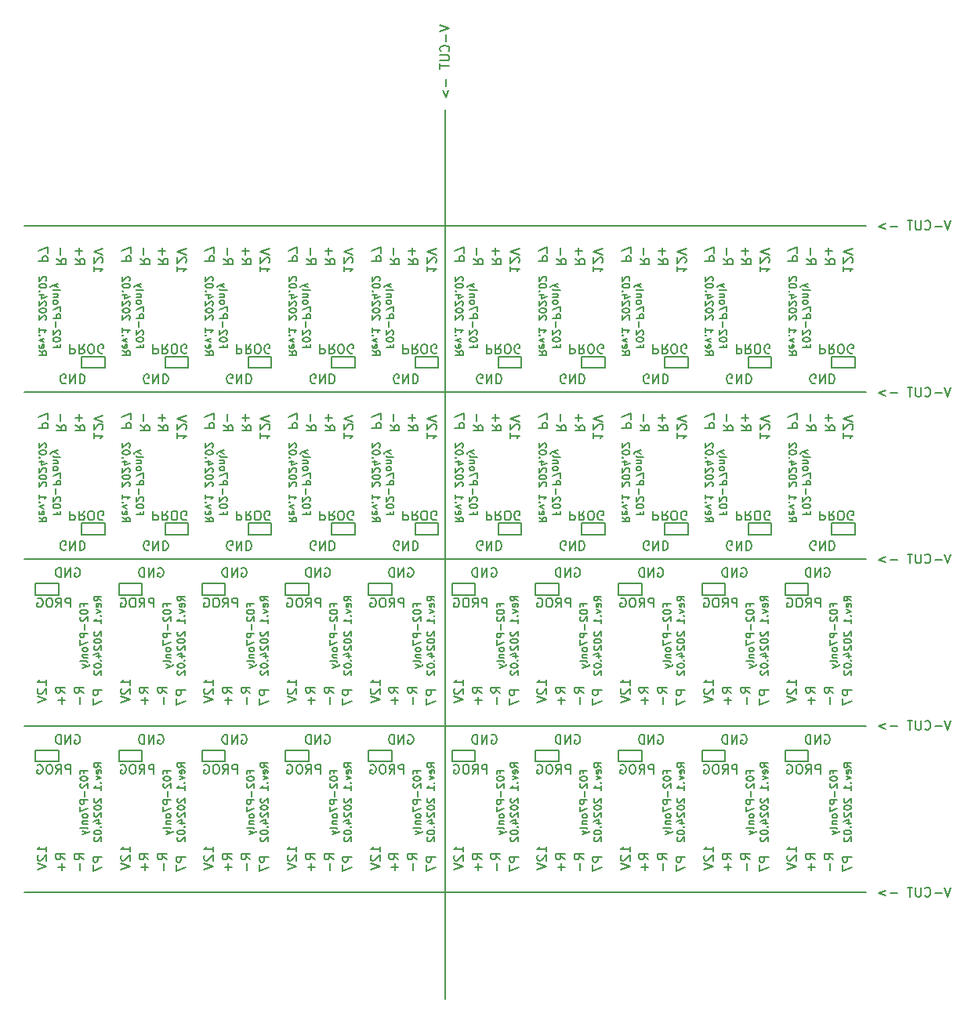
<source format=gbo>
G04 #@! TF.GenerationSoftware,KiCad,Pcbnew,7.0.11*
G04 #@! TF.CreationDate,2024-02-28T18:49:23+09:00*
G04 #@! TF.ProjectId,F02-Func-Decoder-p,4630322d-4675-46e6-932d-4465636f6465,rev?*
G04 #@! TF.SameCoordinates,Original*
G04 #@! TF.FileFunction,Legend,Bot*
G04 #@! TF.FilePolarity,Positive*
%FSLAX46Y46*%
G04 Gerber Fmt 4.6, Leading zero omitted, Abs format (unit mm)*
G04 Created by KiCad (PCBNEW 7.0.11) date 2024-02-28 18:49:23*
%MOMM*%
%LPD*%
G01*
G04 APERTURE LIST*
%ADD10C,0.150000*%
%ADD11C,0.160000*%
%ADD12C,0.200000*%
%ADD13C,0.180000*%
%ADD14C,2.000000*%
%ADD15R,0.950000X0.950000*%
%ADD16R,1.300000X1.300000*%
G04 APERTURE END LIST*
D10*
X125000000Y-53000000D02*
X115000000Y-53000000D01*
X160000000Y-89000000D02*
X170000000Y-89000000D01*
X115000000Y-89000000D02*
X125000000Y-89000000D01*
X151000000Y-89000000D02*
X161000000Y-89000000D01*
X133000000Y-125000000D02*
X143000000Y-125000000D01*
X151500000Y-40500000D02*
X151500000Y-136500000D01*
X188000000Y-71000000D02*
X178000000Y-71000000D01*
X133000000Y-89000000D02*
X143000000Y-89000000D01*
X106000000Y-125000000D02*
X116000000Y-125000000D01*
X115000000Y-107000000D02*
X125000000Y-107000000D01*
X197000000Y-71000000D02*
X187000000Y-71000000D01*
X178000000Y-125000000D02*
X188000000Y-125000000D01*
X170000000Y-53000000D02*
X160000000Y-53000000D01*
X188000000Y-53000000D02*
X178000000Y-53000000D01*
X187000000Y-107000000D02*
X197000000Y-107000000D01*
X170000000Y-89000000D02*
X160000000Y-89000000D01*
X106000000Y-107000000D02*
X116000000Y-107000000D01*
X143000000Y-89000000D02*
X133000000Y-89000000D01*
X169000000Y-107000000D02*
X179000000Y-107000000D01*
X116000000Y-89000000D02*
X106000000Y-89000000D01*
X179000000Y-53000000D02*
X169000000Y-53000000D01*
X197000000Y-53000000D02*
X187000000Y-53000000D01*
X133000000Y-107000000D02*
X143000000Y-107000000D01*
X142000000Y-107000000D02*
X152000000Y-107000000D01*
X115000000Y-125000000D02*
X125000000Y-125000000D01*
X188000000Y-89000000D02*
X178000000Y-89000000D01*
X143000000Y-53000000D02*
X133000000Y-53000000D01*
X160000000Y-107000000D02*
X170000000Y-107000000D01*
X169000000Y-125000000D02*
X179000000Y-125000000D01*
X161000000Y-53000000D02*
X151000000Y-53000000D01*
X187000000Y-125000000D02*
X197000000Y-125000000D01*
X179000000Y-71000000D02*
X169000000Y-71000000D01*
X142000000Y-125000000D02*
X152000000Y-125000000D01*
X152000000Y-71000000D02*
X142000000Y-71000000D01*
X178000000Y-107000000D02*
X188000000Y-107000000D01*
X134000000Y-53000000D02*
X124000000Y-53000000D01*
X179000000Y-89000000D02*
X169000000Y-89000000D01*
X170000000Y-71000000D02*
X160000000Y-71000000D01*
X134000000Y-71000000D02*
X124000000Y-71000000D01*
X151000000Y-125000000D02*
X161000000Y-125000000D01*
X160000000Y-125000000D02*
X170000000Y-125000000D01*
X124000000Y-125000000D02*
X134000000Y-125000000D01*
X161000000Y-89000000D02*
X151000000Y-89000000D01*
X143000000Y-71000000D02*
X133000000Y-71000000D01*
X116000000Y-71000000D02*
X106000000Y-71000000D01*
X187000000Y-89000000D02*
X197000000Y-89000000D01*
X169000000Y-89000000D02*
X179000000Y-89000000D01*
X161000000Y-71000000D02*
X151000000Y-71000000D01*
X116000000Y-53000000D02*
X106000000Y-53000000D01*
X178000000Y-89000000D02*
X188000000Y-89000000D01*
X134000000Y-89000000D02*
X124000000Y-89000000D01*
X106000000Y-89000000D02*
X116000000Y-89000000D01*
X125000000Y-71000000D02*
X115000000Y-71000000D01*
X151000000Y-107000000D02*
X161000000Y-107000000D01*
X125000000Y-89000000D02*
X115000000Y-89000000D01*
X197000000Y-89000000D02*
X187000000Y-89000000D01*
X124000000Y-107000000D02*
X134000000Y-107000000D01*
X152000000Y-53000000D02*
X142000000Y-53000000D01*
X124000000Y-89000000D02*
X134000000Y-89000000D01*
X152000000Y-89000000D02*
X142000000Y-89000000D01*
X142000000Y-89000000D02*
X152000000Y-89000000D01*
D11*
X157442727Y-94088094D02*
X157442727Y-93821428D01*
X157861775Y-93821428D02*
X157061775Y-93821428D01*
X157061775Y-93821428D02*
X157061775Y-94202380D01*
X157061775Y-94659523D02*
X157061775Y-94735713D01*
X157061775Y-94735713D02*
X157099870Y-94811904D01*
X157099870Y-94811904D02*
X157137965Y-94849999D01*
X157137965Y-94849999D02*
X157214156Y-94888094D01*
X157214156Y-94888094D02*
X157366537Y-94926189D01*
X157366537Y-94926189D02*
X157557013Y-94926189D01*
X157557013Y-94926189D02*
X157709394Y-94888094D01*
X157709394Y-94888094D02*
X157785584Y-94849999D01*
X157785584Y-94849999D02*
X157823680Y-94811904D01*
X157823680Y-94811904D02*
X157861775Y-94735713D01*
X157861775Y-94735713D02*
X157861775Y-94659523D01*
X157861775Y-94659523D02*
X157823680Y-94583332D01*
X157823680Y-94583332D02*
X157785584Y-94545237D01*
X157785584Y-94545237D02*
X157709394Y-94507142D01*
X157709394Y-94507142D02*
X157557013Y-94469046D01*
X157557013Y-94469046D02*
X157366537Y-94469046D01*
X157366537Y-94469046D02*
X157214156Y-94507142D01*
X157214156Y-94507142D02*
X157137965Y-94545237D01*
X157137965Y-94545237D02*
X157099870Y-94583332D01*
X157099870Y-94583332D02*
X157061775Y-94659523D01*
X157137965Y-95230951D02*
X157099870Y-95269047D01*
X157099870Y-95269047D02*
X157061775Y-95345237D01*
X157061775Y-95345237D02*
X157061775Y-95535713D01*
X157061775Y-95535713D02*
X157099870Y-95611904D01*
X157099870Y-95611904D02*
X157137965Y-95649999D01*
X157137965Y-95649999D02*
X157214156Y-95688094D01*
X157214156Y-95688094D02*
X157290346Y-95688094D01*
X157290346Y-95688094D02*
X157404632Y-95649999D01*
X157404632Y-95649999D02*
X157861775Y-95192856D01*
X157861775Y-95192856D02*
X157861775Y-95688094D01*
X157557013Y-96030952D02*
X157557013Y-96640476D01*
X157861775Y-97021428D02*
X157061775Y-97021428D01*
X157061775Y-97021428D02*
X157061775Y-97326190D01*
X157061775Y-97326190D02*
X157099870Y-97402380D01*
X157099870Y-97402380D02*
X157137965Y-97440475D01*
X157137965Y-97440475D02*
X157214156Y-97478571D01*
X157214156Y-97478571D02*
X157328441Y-97478571D01*
X157328441Y-97478571D02*
X157404632Y-97440475D01*
X157404632Y-97440475D02*
X157442727Y-97402380D01*
X157442727Y-97402380D02*
X157480822Y-97326190D01*
X157480822Y-97326190D02*
X157480822Y-97021428D01*
X157061775Y-97745237D02*
X157061775Y-98278571D01*
X157061775Y-98278571D02*
X157861775Y-97935713D01*
X157861775Y-98697618D02*
X157823680Y-98621428D01*
X157823680Y-98621428D02*
X157785584Y-98583333D01*
X157785584Y-98583333D02*
X157709394Y-98545237D01*
X157709394Y-98545237D02*
X157480822Y-98545237D01*
X157480822Y-98545237D02*
X157404632Y-98583333D01*
X157404632Y-98583333D02*
X157366537Y-98621428D01*
X157366537Y-98621428D02*
X157328441Y-98697618D01*
X157328441Y-98697618D02*
X157328441Y-98811904D01*
X157328441Y-98811904D02*
X157366537Y-98888095D01*
X157366537Y-98888095D02*
X157404632Y-98926190D01*
X157404632Y-98926190D02*
X157480822Y-98964285D01*
X157480822Y-98964285D02*
X157709394Y-98964285D01*
X157709394Y-98964285D02*
X157785584Y-98926190D01*
X157785584Y-98926190D02*
X157823680Y-98888095D01*
X157823680Y-98888095D02*
X157861775Y-98811904D01*
X157861775Y-98811904D02*
X157861775Y-98697618D01*
X157328441Y-99307143D02*
X157861775Y-99307143D01*
X157404632Y-99307143D02*
X157366537Y-99345238D01*
X157366537Y-99345238D02*
X157328441Y-99421428D01*
X157328441Y-99421428D02*
X157328441Y-99535714D01*
X157328441Y-99535714D02*
X157366537Y-99611905D01*
X157366537Y-99611905D02*
X157442727Y-99650000D01*
X157442727Y-99650000D02*
X157861775Y-99650000D01*
X157861775Y-100145238D02*
X157823680Y-100069048D01*
X157823680Y-100069048D02*
X157747489Y-100030953D01*
X157747489Y-100030953D02*
X157061775Y-100030953D01*
X157328441Y-100373810D02*
X157861775Y-100564286D01*
X157328441Y-100754763D02*
X157861775Y-100564286D01*
X157861775Y-100564286D02*
X158052251Y-100488096D01*
X158052251Y-100488096D02*
X158090346Y-100450001D01*
X158090346Y-100450001D02*
X158128441Y-100373810D01*
X125638224Y-84502380D02*
X126019177Y-84769047D01*
X125638224Y-84959523D02*
X126438224Y-84959523D01*
X126438224Y-84959523D02*
X126438224Y-84654761D01*
X126438224Y-84654761D02*
X126400129Y-84578571D01*
X126400129Y-84578571D02*
X126362034Y-84540476D01*
X126362034Y-84540476D02*
X126285843Y-84502380D01*
X126285843Y-84502380D02*
X126171558Y-84502380D01*
X126171558Y-84502380D02*
X126095367Y-84540476D01*
X126095367Y-84540476D02*
X126057272Y-84578571D01*
X126057272Y-84578571D02*
X126019177Y-84654761D01*
X126019177Y-84654761D02*
X126019177Y-84959523D01*
X125676320Y-83854761D02*
X125638224Y-83930952D01*
X125638224Y-83930952D02*
X125638224Y-84083333D01*
X125638224Y-84083333D02*
X125676320Y-84159523D01*
X125676320Y-84159523D02*
X125752510Y-84197619D01*
X125752510Y-84197619D02*
X126057272Y-84197619D01*
X126057272Y-84197619D02*
X126133462Y-84159523D01*
X126133462Y-84159523D02*
X126171558Y-84083333D01*
X126171558Y-84083333D02*
X126171558Y-83930952D01*
X126171558Y-83930952D02*
X126133462Y-83854761D01*
X126133462Y-83854761D02*
X126057272Y-83816666D01*
X126057272Y-83816666D02*
X125981081Y-83816666D01*
X125981081Y-83816666D02*
X125904891Y-84197619D01*
X126171558Y-83550000D02*
X125638224Y-83359524D01*
X125638224Y-83359524D02*
X126171558Y-83169047D01*
X125714415Y-82864285D02*
X125676320Y-82826190D01*
X125676320Y-82826190D02*
X125638224Y-82864285D01*
X125638224Y-82864285D02*
X125676320Y-82902381D01*
X125676320Y-82902381D02*
X125714415Y-82864285D01*
X125714415Y-82864285D02*
X125638224Y-82864285D01*
X125638224Y-82064286D02*
X125638224Y-82521429D01*
X125638224Y-82292857D02*
X126438224Y-82292857D01*
X126438224Y-82292857D02*
X126323939Y-82369048D01*
X126323939Y-82369048D02*
X126247748Y-82445238D01*
X126247748Y-82445238D02*
X126209653Y-82521429D01*
X126362034Y-81150000D02*
X126400129Y-81111904D01*
X126400129Y-81111904D02*
X126438224Y-81035714D01*
X126438224Y-81035714D02*
X126438224Y-80845238D01*
X126438224Y-80845238D02*
X126400129Y-80769047D01*
X126400129Y-80769047D02*
X126362034Y-80730952D01*
X126362034Y-80730952D02*
X126285843Y-80692857D01*
X126285843Y-80692857D02*
X126209653Y-80692857D01*
X126209653Y-80692857D02*
X126095367Y-80730952D01*
X126095367Y-80730952D02*
X125638224Y-81188095D01*
X125638224Y-81188095D02*
X125638224Y-80692857D01*
X126438224Y-80197618D02*
X126438224Y-80121428D01*
X126438224Y-80121428D02*
X126400129Y-80045237D01*
X126400129Y-80045237D02*
X126362034Y-80007142D01*
X126362034Y-80007142D02*
X126285843Y-79969047D01*
X126285843Y-79969047D02*
X126133462Y-79930952D01*
X126133462Y-79930952D02*
X125942986Y-79930952D01*
X125942986Y-79930952D02*
X125790605Y-79969047D01*
X125790605Y-79969047D02*
X125714415Y-80007142D01*
X125714415Y-80007142D02*
X125676320Y-80045237D01*
X125676320Y-80045237D02*
X125638224Y-80121428D01*
X125638224Y-80121428D02*
X125638224Y-80197618D01*
X125638224Y-80197618D02*
X125676320Y-80273809D01*
X125676320Y-80273809D02*
X125714415Y-80311904D01*
X125714415Y-80311904D02*
X125790605Y-80349999D01*
X125790605Y-80349999D02*
X125942986Y-80388095D01*
X125942986Y-80388095D02*
X126133462Y-80388095D01*
X126133462Y-80388095D02*
X126285843Y-80349999D01*
X126285843Y-80349999D02*
X126362034Y-80311904D01*
X126362034Y-80311904D02*
X126400129Y-80273809D01*
X126400129Y-80273809D02*
X126438224Y-80197618D01*
X126362034Y-79626190D02*
X126400129Y-79588094D01*
X126400129Y-79588094D02*
X126438224Y-79511904D01*
X126438224Y-79511904D02*
X126438224Y-79321428D01*
X126438224Y-79321428D02*
X126400129Y-79245237D01*
X126400129Y-79245237D02*
X126362034Y-79207142D01*
X126362034Y-79207142D02*
X126285843Y-79169047D01*
X126285843Y-79169047D02*
X126209653Y-79169047D01*
X126209653Y-79169047D02*
X126095367Y-79207142D01*
X126095367Y-79207142D02*
X125638224Y-79664285D01*
X125638224Y-79664285D02*
X125638224Y-79169047D01*
X126171558Y-78483332D02*
X125638224Y-78483332D01*
X126476320Y-78673808D02*
X125904891Y-78864285D01*
X125904891Y-78864285D02*
X125904891Y-78369046D01*
X125714415Y-78064284D02*
X125676320Y-78026189D01*
X125676320Y-78026189D02*
X125638224Y-78064284D01*
X125638224Y-78064284D02*
X125676320Y-78102380D01*
X125676320Y-78102380D02*
X125714415Y-78064284D01*
X125714415Y-78064284D02*
X125638224Y-78064284D01*
X126438224Y-77530951D02*
X126438224Y-77454761D01*
X126438224Y-77454761D02*
X126400129Y-77378570D01*
X126400129Y-77378570D02*
X126362034Y-77340475D01*
X126362034Y-77340475D02*
X126285843Y-77302380D01*
X126285843Y-77302380D02*
X126133462Y-77264285D01*
X126133462Y-77264285D02*
X125942986Y-77264285D01*
X125942986Y-77264285D02*
X125790605Y-77302380D01*
X125790605Y-77302380D02*
X125714415Y-77340475D01*
X125714415Y-77340475D02*
X125676320Y-77378570D01*
X125676320Y-77378570D02*
X125638224Y-77454761D01*
X125638224Y-77454761D02*
X125638224Y-77530951D01*
X125638224Y-77530951D02*
X125676320Y-77607142D01*
X125676320Y-77607142D02*
X125714415Y-77645237D01*
X125714415Y-77645237D02*
X125790605Y-77683332D01*
X125790605Y-77683332D02*
X125942986Y-77721428D01*
X125942986Y-77721428D02*
X126133462Y-77721428D01*
X126133462Y-77721428D02*
X126285843Y-77683332D01*
X126285843Y-77683332D02*
X126362034Y-77645237D01*
X126362034Y-77645237D02*
X126400129Y-77607142D01*
X126400129Y-77607142D02*
X126438224Y-77530951D01*
X126362034Y-76959523D02*
X126400129Y-76921427D01*
X126400129Y-76921427D02*
X126438224Y-76845237D01*
X126438224Y-76845237D02*
X126438224Y-76654761D01*
X126438224Y-76654761D02*
X126400129Y-76578570D01*
X126400129Y-76578570D02*
X126362034Y-76540475D01*
X126362034Y-76540475D02*
X126285843Y-76502380D01*
X126285843Y-76502380D02*
X126209653Y-76502380D01*
X126209653Y-76502380D02*
X126095367Y-76540475D01*
X126095367Y-76540475D02*
X125638224Y-76997618D01*
X125638224Y-76997618D02*
X125638224Y-76502380D01*
D12*
X108452219Y-120618421D02*
X108452219Y-120046993D01*
X108452219Y-120332707D02*
X107452219Y-120332707D01*
X107452219Y-120332707D02*
X107595076Y-120237469D01*
X107595076Y-120237469D02*
X107690314Y-120142231D01*
X107690314Y-120142231D02*
X107737933Y-120046993D01*
X107547457Y-120999374D02*
X107499838Y-121046993D01*
X107499838Y-121046993D02*
X107452219Y-121142231D01*
X107452219Y-121142231D02*
X107452219Y-121380326D01*
X107452219Y-121380326D02*
X107499838Y-121475564D01*
X107499838Y-121475564D02*
X107547457Y-121523183D01*
X107547457Y-121523183D02*
X107642695Y-121570802D01*
X107642695Y-121570802D02*
X107737933Y-121570802D01*
X107737933Y-121570802D02*
X107880790Y-121523183D01*
X107880790Y-121523183D02*
X108452219Y-120951755D01*
X108452219Y-120951755D02*
X108452219Y-121570802D01*
X107452219Y-121856517D02*
X108452219Y-122189850D01*
X108452219Y-122189850D02*
X107452219Y-122523183D01*
X111547780Y-56560149D02*
X112023971Y-56893482D01*
X111547780Y-57131577D02*
X112547780Y-57131577D01*
X112547780Y-57131577D02*
X112547780Y-56750625D01*
X112547780Y-56750625D02*
X112500161Y-56655387D01*
X112500161Y-56655387D02*
X112452542Y-56607768D01*
X112452542Y-56607768D02*
X112357304Y-56560149D01*
X112357304Y-56560149D02*
X112214447Y-56560149D01*
X112214447Y-56560149D02*
X112119209Y-56607768D01*
X112119209Y-56607768D02*
X112071590Y-56655387D01*
X112071590Y-56655387D02*
X112023971Y-56750625D01*
X112023971Y-56750625D02*
X112023971Y-57131577D01*
X111928733Y-56131577D02*
X111928733Y-55369673D01*
X111547780Y-55750625D02*
X112309685Y-55750625D01*
X164488095Y-88000161D02*
X164392857Y-88047780D01*
X164392857Y-88047780D02*
X164250000Y-88047780D01*
X164250000Y-88047780D02*
X164107143Y-88000161D01*
X164107143Y-88000161D02*
X164011905Y-87904923D01*
X164011905Y-87904923D02*
X163964286Y-87809685D01*
X163964286Y-87809685D02*
X163916667Y-87619209D01*
X163916667Y-87619209D02*
X163916667Y-87476352D01*
X163916667Y-87476352D02*
X163964286Y-87285876D01*
X163964286Y-87285876D02*
X164011905Y-87190638D01*
X164011905Y-87190638D02*
X164107143Y-87095400D01*
X164107143Y-87095400D02*
X164250000Y-87047780D01*
X164250000Y-87047780D02*
X164345238Y-87047780D01*
X164345238Y-87047780D02*
X164488095Y-87095400D01*
X164488095Y-87095400D02*
X164535714Y-87143019D01*
X164535714Y-87143019D02*
X164535714Y-87476352D01*
X164535714Y-87476352D02*
X164345238Y-87476352D01*
X164964286Y-87047780D02*
X164964286Y-88047780D01*
X164964286Y-88047780D02*
X165535714Y-87047780D01*
X165535714Y-87047780D02*
X165535714Y-88047780D01*
X166011905Y-87047780D02*
X166011905Y-88047780D01*
X166011905Y-88047780D02*
X166250000Y-88047780D01*
X166250000Y-88047780D02*
X166392857Y-88000161D01*
X166392857Y-88000161D02*
X166488095Y-87904923D01*
X166488095Y-87904923D02*
X166535714Y-87809685D01*
X166535714Y-87809685D02*
X166583333Y-87619209D01*
X166583333Y-87619209D02*
X166583333Y-87476352D01*
X166583333Y-87476352D02*
X166535714Y-87285876D01*
X166535714Y-87285876D02*
X166488095Y-87190638D01*
X166488095Y-87190638D02*
X166392857Y-87095400D01*
X166392857Y-87095400D02*
X166250000Y-87047780D01*
X166250000Y-87047780D02*
X166011905Y-87047780D01*
D11*
X179638224Y-84502380D02*
X180019177Y-84769047D01*
X179638224Y-84959523D02*
X180438224Y-84959523D01*
X180438224Y-84959523D02*
X180438224Y-84654761D01*
X180438224Y-84654761D02*
X180400129Y-84578571D01*
X180400129Y-84578571D02*
X180362034Y-84540476D01*
X180362034Y-84540476D02*
X180285843Y-84502380D01*
X180285843Y-84502380D02*
X180171558Y-84502380D01*
X180171558Y-84502380D02*
X180095367Y-84540476D01*
X180095367Y-84540476D02*
X180057272Y-84578571D01*
X180057272Y-84578571D02*
X180019177Y-84654761D01*
X180019177Y-84654761D02*
X180019177Y-84959523D01*
X179676320Y-83854761D02*
X179638224Y-83930952D01*
X179638224Y-83930952D02*
X179638224Y-84083333D01*
X179638224Y-84083333D02*
X179676320Y-84159523D01*
X179676320Y-84159523D02*
X179752510Y-84197619D01*
X179752510Y-84197619D02*
X180057272Y-84197619D01*
X180057272Y-84197619D02*
X180133462Y-84159523D01*
X180133462Y-84159523D02*
X180171558Y-84083333D01*
X180171558Y-84083333D02*
X180171558Y-83930952D01*
X180171558Y-83930952D02*
X180133462Y-83854761D01*
X180133462Y-83854761D02*
X180057272Y-83816666D01*
X180057272Y-83816666D02*
X179981081Y-83816666D01*
X179981081Y-83816666D02*
X179904891Y-84197619D01*
X180171558Y-83550000D02*
X179638224Y-83359524D01*
X179638224Y-83359524D02*
X180171558Y-83169047D01*
X179714415Y-82864285D02*
X179676320Y-82826190D01*
X179676320Y-82826190D02*
X179638224Y-82864285D01*
X179638224Y-82864285D02*
X179676320Y-82902381D01*
X179676320Y-82902381D02*
X179714415Y-82864285D01*
X179714415Y-82864285D02*
X179638224Y-82864285D01*
X179638224Y-82064286D02*
X179638224Y-82521429D01*
X179638224Y-82292857D02*
X180438224Y-82292857D01*
X180438224Y-82292857D02*
X180323939Y-82369048D01*
X180323939Y-82369048D02*
X180247748Y-82445238D01*
X180247748Y-82445238D02*
X180209653Y-82521429D01*
X180362034Y-81150000D02*
X180400129Y-81111904D01*
X180400129Y-81111904D02*
X180438224Y-81035714D01*
X180438224Y-81035714D02*
X180438224Y-80845238D01*
X180438224Y-80845238D02*
X180400129Y-80769047D01*
X180400129Y-80769047D02*
X180362034Y-80730952D01*
X180362034Y-80730952D02*
X180285843Y-80692857D01*
X180285843Y-80692857D02*
X180209653Y-80692857D01*
X180209653Y-80692857D02*
X180095367Y-80730952D01*
X180095367Y-80730952D02*
X179638224Y-81188095D01*
X179638224Y-81188095D02*
X179638224Y-80692857D01*
X180438224Y-80197618D02*
X180438224Y-80121428D01*
X180438224Y-80121428D02*
X180400129Y-80045237D01*
X180400129Y-80045237D02*
X180362034Y-80007142D01*
X180362034Y-80007142D02*
X180285843Y-79969047D01*
X180285843Y-79969047D02*
X180133462Y-79930952D01*
X180133462Y-79930952D02*
X179942986Y-79930952D01*
X179942986Y-79930952D02*
X179790605Y-79969047D01*
X179790605Y-79969047D02*
X179714415Y-80007142D01*
X179714415Y-80007142D02*
X179676320Y-80045237D01*
X179676320Y-80045237D02*
X179638224Y-80121428D01*
X179638224Y-80121428D02*
X179638224Y-80197618D01*
X179638224Y-80197618D02*
X179676320Y-80273809D01*
X179676320Y-80273809D02*
X179714415Y-80311904D01*
X179714415Y-80311904D02*
X179790605Y-80349999D01*
X179790605Y-80349999D02*
X179942986Y-80388095D01*
X179942986Y-80388095D02*
X180133462Y-80388095D01*
X180133462Y-80388095D02*
X180285843Y-80349999D01*
X180285843Y-80349999D02*
X180362034Y-80311904D01*
X180362034Y-80311904D02*
X180400129Y-80273809D01*
X180400129Y-80273809D02*
X180438224Y-80197618D01*
X180362034Y-79626190D02*
X180400129Y-79588094D01*
X180400129Y-79588094D02*
X180438224Y-79511904D01*
X180438224Y-79511904D02*
X180438224Y-79321428D01*
X180438224Y-79321428D02*
X180400129Y-79245237D01*
X180400129Y-79245237D02*
X180362034Y-79207142D01*
X180362034Y-79207142D02*
X180285843Y-79169047D01*
X180285843Y-79169047D02*
X180209653Y-79169047D01*
X180209653Y-79169047D02*
X180095367Y-79207142D01*
X180095367Y-79207142D02*
X179638224Y-79664285D01*
X179638224Y-79664285D02*
X179638224Y-79169047D01*
X180171558Y-78483332D02*
X179638224Y-78483332D01*
X180476320Y-78673808D02*
X179904891Y-78864285D01*
X179904891Y-78864285D02*
X179904891Y-78369046D01*
X179714415Y-78064284D02*
X179676320Y-78026189D01*
X179676320Y-78026189D02*
X179638224Y-78064284D01*
X179638224Y-78064284D02*
X179676320Y-78102380D01*
X179676320Y-78102380D02*
X179714415Y-78064284D01*
X179714415Y-78064284D02*
X179638224Y-78064284D01*
X180438224Y-77530951D02*
X180438224Y-77454761D01*
X180438224Y-77454761D02*
X180400129Y-77378570D01*
X180400129Y-77378570D02*
X180362034Y-77340475D01*
X180362034Y-77340475D02*
X180285843Y-77302380D01*
X180285843Y-77302380D02*
X180133462Y-77264285D01*
X180133462Y-77264285D02*
X179942986Y-77264285D01*
X179942986Y-77264285D02*
X179790605Y-77302380D01*
X179790605Y-77302380D02*
X179714415Y-77340475D01*
X179714415Y-77340475D02*
X179676320Y-77378570D01*
X179676320Y-77378570D02*
X179638224Y-77454761D01*
X179638224Y-77454761D02*
X179638224Y-77530951D01*
X179638224Y-77530951D02*
X179676320Y-77607142D01*
X179676320Y-77607142D02*
X179714415Y-77645237D01*
X179714415Y-77645237D02*
X179790605Y-77683332D01*
X179790605Y-77683332D02*
X179942986Y-77721428D01*
X179942986Y-77721428D02*
X180133462Y-77721428D01*
X180133462Y-77721428D02*
X180285843Y-77683332D01*
X180285843Y-77683332D02*
X180362034Y-77645237D01*
X180362034Y-77645237D02*
X180400129Y-77607142D01*
X180400129Y-77607142D02*
X180438224Y-77530951D01*
X180362034Y-76959523D02*
X180400129Y-76921427D01*
X180400129Y-76921427D02*
X180438224Y-76845237D01*
X180438224Y-76845237D02*
X180438224Y-76654761D01*
X180438224Y-76654761D02*
X180400129Y-76578570D01*
X180400129Y-76578570D02*
X180362034Y-76540475D01*
X180362034Y-76540475D02*
X180285843Y-76502380D01*
X180285843Y-76502380D02*
X180209653Y-76502380D01*
X180209653Y-76502380D02*
X180095367Y-76540475D01*
X180095367Y-76540475D02*
X179638224Y-76997618D01*
X179638224Y-76997618D02*
X179638224Y-76502380D01*
D12*
X174547780Y-56560149D02*
X175023971Y-56893482D01*
X174547780Y-57131577D02*
X175547780Y-57131577D01*
X175547780Y-57131577D02*
X175547780Y-56750625D01*
X175547780Y-56750625D02*
X175500161Y-56655387D01*
X175500161Y-56655387D02*
X175452542Y-56607768D01*
X175452542Y-56607768D02*
X175357304Y-56560149D01*
X175357304Y-56560149D02*
X175214447Y-56560149D01*
X175214447Y-56560149D02*
X175119209Y-56607768D01*
X175119209Y-56607768D02*
X175071590Y-56655387D01*
X175071590Y-56655387D02*
X175023971Y-56750625D01*
X175023971Y-56750625D02*
X175023971Y-57131577D01*
X174928733Y-56131577D02*
X174928733Y-55369673D01*
X174547780Y-55750625D02*
X175309685Y-55750625D01*
X190547780Y-74560149D02*
X191023971Y-74893482D01*
X190547780Y-75131577D02*
X191547780Y-75131577D01*
X191547780Y-75131577D02*
X191547780Y-74750625D01*
X191547780Y-74750625D02*
X191500161Y-74655387D01*
X191500161Y-74655387D02*
X191452542Y-74607768D01*
X191452542Y-74607768D02*
X191357304Y-74560149D01*
X191357304Y-74560149D02*
X191214447Y-74560149D01*
X191214447Y-74560149D02*
X191119209Y-74607768D01*
X191119209Y-74607768D02*
X191071590Y-74655387D01*
X191071590Y-74655387D02*
X191023971Y-74750625D01*
X191023971Y-74750625D02*
X191023971Y-75131577D01*
X190928733Y-74131577D02*
X190928733Y-73369673D01*
X129547780Y-56560149D02*
X130023971Y-56893482D01*
X129547780Y-57131577D02*
X130547780Y-57131577D01*
X130547780Y-57131577D02*
X130547780Y-56750625D01*
X130547780Y-56750625D02*
X130500161Y-56655387D01*
X130500161Y-56655387D02*
X130452542Y-56607768D01*
X130452542Y-56607768D02*
X130357304Y-56560149D01*
X130357304Y-56560149D02*
X130214447Y-56560149D01*
X130214447Y-56560149D02*
X130119209Y-56607768D01*
X130119209Y-56607768D02*
X130071590Y-56655387D01*
X130071590Y-56655387D02*
X130023971Y-56750625D01*
X130023971Y-56750625D02*
X130023971Y-57131577D01*
X129928733Y-56131577D02*
X129928733Y-55369673D01*
X129547780Y-55750625D02*
X130309685Y-55750625D01*
X123452219Y-121154136D02*
X122452219Y-121154136D01*
X122452219Y-121154136D02*
X122452219Y-121535088D01*
X122452219Y-121535088D02*
X122499838Y-121630326D01*
X122499838Y-121630326D02*
X122547457Y-121677945D01*
X122547457Y-121677945D02*
X122642695Y-121725564D01*
X122642695Y-121725564D02*
X122785552Y-121725564D01*
X122785552Y-121725564D02*
X122880790Y-121677945D01*
X122880790Y-121677945D02*
X122928409Y-121630326D01*
X122928409Y-121630326D02*
X122976028Y-121535088D01*
X122976028Y-121535088D02*
X122976028Y-121154136D01*
X122452219Y-122058898D02*
X122452219Y-122725564D01*
X122452219Y-122725564D02*
X123452219Y-122296993D01*
X195452219Y-103154136D02*
X194452219Y-103154136D01*
X194452219Y-103154136D02*
X194452219Y-103535088D01*
X194452219Y-103535088D02*
X194499838Y-103630326D01*
X194499838Y-103630326D02*
X194547457Y-103677945D01*
X194547457Y-103677945D02*
X194642695Y-103725564D01*
X194642695Y-103725564D02*
X194785552Y-103725564D01*
X194785552Y-103725564D02*
X194880790Y-103677945D01*
X194880790Y-103677945D02*
X194928409Y-103630326D01*
X194928409Y-103630326D02*
X194976028Y-103535088D01*
X194976028Y-103535088D02*
X194976028Y-103154136D01*
X194452219Y-104058898D02*
X194452219Y-104725564D01*
X194452219Y-104725564D02*
X195452219Y-104296993D01*
X114452219Y-121154136D02*
X113452219Y-121154136D01*
X113452219Y-121154136D02*
X113452219Y-121535088D01*
X113452219Y-121535088D02*
X113499838Y-121630326D01*
X113499838Y-121630326D02*
X113547457Y-121677945D01*
X113547457Y-121677945D02*
X113642695Y-121725564D01*
X113642695Y-121725564D02*
X113785552Y-121725564D01*
X113785552Y-121725564D02*
X113880790Y-121677945D01*
X113880790Y-121677945D02*
X113928409Y-121630326D01*
X113928409Y-121630326D02*
X113976028Y-121535088D01*
X113976028Y-121535088D02*
X113976028Y-121154136D01*
X113452219Y-122058898D02*
X113452219Y-122725564D01*
X113452219Y-122725564D02*
X114452219Y-122296993D01*
X138547780Y-74560149D02*
X139023971Y-74893482D01*
X138547780Y-75131577D02*
X139547780Y-75131577D01*
X139547780Y-75131577D02*
X139547780Y-74750625D01*
X139547780Y-74750625D02*
X139500161Y-74655387D01*
X139500161Y-74655387D02*
X139452542Y-74607768D01*
X139452542Y-74607768D02*
X139357304Y-74560149D01*
X139357304Y-74560149D02*
X139214447Y-74560149D01*
X139214447Y-74560149D02*
X139119209Y-74607768D01*
X139119209Y-74607768D02*
X139071590Y-74655387D01*
X139071590Y-74655387D02*
X139023971Y-74750625D01*
X139023971Y-74750625D02*
X139023971Y-75131577D01*
X138928733Y-74131577D02*
X138928733Y-73369673D01*
X138547780Y-73750625D02*
X139309685Y-73750625D01*
X145547780Y-74560149D02*
X146023971Y-74893482D01*
X145547780Y-75131577D02*
X146547780Y-75131577D01*
X146547780Y-75131577D02*
X146547780Y-74750625D01*
X146547780Y-74750625D02*
X146500161Y-74655387D01*
X146500161Y-74655387D02*
X146452542Y-74607768D01*
X146452542Y-74607768D02*
X146357304Y-74560149D01*
X146357304Y-74560149D02*
X146214447Y-74560149D01*
X146214447Y-74560149D02*
X146119209Y-74607768D01*
X146119209Y-74607768D02*
X146071590Y-74655387D01*
X146071590Y-74655387D02*
X146023971Y-74750625D01*
X146023971Y-74750625D02*
X146023971Y-75131577D01*
X145928733Y-74131577D02*
X145928733Y-73369673D01*
X189452219Y-120618421D02*
X189452219Y-120046993D01*
X189452219Y-120332707D02*
X188452219Y-120332707D01*
X188452219Y-120332707D02*
X188595076Y-120237469D01*
X188595076Y-120237469D02*
X188690314Y-120142231D01*
X188690314Y-120142231D02*
X188737933Y-120046993D01*
X188547457Y-120999374D02*
X188499838Y-121046993D01*
X188499838Y-121046993D02*
X188452219Y-121142231D01*
X188452219Y-121142231D02*
X188452219Y-121380326D01*
X188452219Y-121380326D02*
X188499838Y-121475564D01*
X188499838Y-121475564D02*
X188547457Y-121523183D01*
X188547457Y-121523183D02*
X188642695Y-121570802D01*
X188642695Y-121570802D02*
X188737933Y-121570802D01*
X188737933Y-121570802D02*
X188880790Y-121523183D01*
X188880790Y-121523183D02*
X189452219Y-120951755D01*
X189452219Y-120951755D02*
X189452219Y-121570802D01*
X188452219Y-121856517D02*
X189452219Y-122189850D01*
X189452219Y-122189850D02*
X188452219Y-122523183D01*
X182488095Y-70000161D02*
X182392857Y-70047780D01*
X182392857Y-70047780D02*
X182250000Y-70047780D01*
X182250000Y-70047780D02*
X182107143Y-70000161D01*
X182107143Y-70000161D02*
X182011905Y-69904923D01*
X182011905Y-69904923D02*
X181964286Y-69809685D01*
X181964286Y-69809685D02*
X181916667Y-69619209D01*
X181916667Y-69619209D02*
X181916667Y-69476352D01*
X181916667Y-69476352D02*
X181964286Y-69285876D01*
X181964286Y-69285876D02*
X182011905Y-69190638D01*
X182011905Y-69190638D02*
X182107143Y-69095400D01*
X182107143Y-69095400D02*
X182250000Y-69047780D01*
X182250000Y-69047780D02*
X182345238Y-69047780D01*
X182345238Y-69047780D02*
X182488095Y-69095400D01*
X182488095Y-69095400D02*
X182535714Y-69143019D01*
X182535714Y-69143019D02*
X182535714Y-69476352D01*
X182535714Y-69476352D02*
X182345238Y-69476352D01*
X182964286Y-69047780D02*
X182964286Y-70047780D01*
X182964286Y-70047780D02*
X183535714Y-69047780D01*
X183535714Y-69047780D02*
X183535714Y-70047780D01*
X184011905Y-69047780D02*
X184011905Y-70047780D01*
X184011905Y-70047780D02*
X184250000Y-70047780D01*
X184250000Y-70047780D02*
X184392857Y-70000161D01*
X184392857Y-70000161D02*
X184488095Y-69904923D01*
X184488095Y-69904923D02*
X184535714Y-69809685D01*
X184535714Y-69809685D02*
X184583333Y-69619209D01*
X184583333Y-69619209D02*
X184583333Y-69476352D01*
X184583333Y-69476352D02*
X184535714Y-69285876D01*
X184535714Y-69285876D02*
X184488095Y-69190638D01*
X184488095Y-69190638D02*
X184392857Y-69095400D01*
X184392857Y-69095400D02*
X184250000Y-69047780D01*
X184250000Y-69047780D02*
X184011905Y-69047780D01*
X110964286Y-65797780D02*
X110964286Y-66797780D01*
X110964286Y-66797780D02*
X111345238Y-66797780D01*
X111345238Y-66797780D02*
X111440476Y-66750161D01*
X111440476Y-66750161D02*
X111488095Y-66702542D01*
X111488095Y-66702542D02*
X111535714Y-66607304D01*
X111535714Y-66607304D02*
X111535714Y-66464447D01*
X111535714Y-66464447D02*
X111488095Y-66369209D01*
X111488095Y-66369209D02*
X111440476Y-66321590D01*
X111440476Y-66321590D02*
X111345238Y-66273971D01*
X111345238Y-66273971D02*
X110964286Y-66273971D01*
X112535714Y-65797780D02*
X112202381Y-66273971D01*
X111964286Y-65797780D02*
X111964286Y-66797780D01*
X111964286Y-66797780D02*
X112345238Y-66797780D01*
X112345238Y-66797780D02*
X112440476Y-66750161D01*
X112440476Y-66750161D02*
X112488095Y-66702542D01*
X112488095Y-66702542D02*
X112535714Y-66607304D01*
X112535714Y-66607304D02*
X112535714Y-66464447D01*
X112535714Y-66464447D02*
X112488095Y-66369209D01*
X112488095Y-66369209D02*
X112440476Y-66321590D01*
X112440476Y-66321590D02*
X112345238Y-66273971D01*
X112345238Y-66273971D02*
X111964286Y-66273971D01*
X113154762Y-66797780D02*
X113345238Y-66797780D01*
X113345238Y-66797780D02*
X113440476Y-66750161D01*
X113440476Y-66750161D02*
X113535714Y-66654923D01*
X113535714Y-66654923D02*
X113583333Y-66464447D01*
X113583333Y-66464447D02*
X113583333Y-66131114D01*
X113583333Y-66131114D02*
X113535714Y-65940638D01*
X113535714Y-65940638D02*
X113440476Y-65845400D01*
X113440476Y-65845400D02*
X113345238Y-65797780D01*
X113345238Y-65797780D02*
X113154762Y-65797780D01*
X113154762Y-65797780D02*
X113059524Y-65845400D01*
X113059524Y-65845400D02*
X112964286Y-65940638D01*
X112964286Y-65940638D02*
X112916667Y-66131114D01*
X112916667Y-66131114D02*
X112916667Y-66464447D01*
X112916667Y-66464447D02*
X112964286Y-66654923D01*
X112964286Y-66654923D02*
X113059524Y-66750161D01*
X113059524Y-66750161D02*
X113154762Y-66797780D01*
X114535714Y-66750161D02*
X114440476Y-66797780D01*
X114440476Y-66797780D02*
X114297619Y-66797780D01*
X114297619Y-66797780D02*
X114154762Y-66750161D01*
X114154762Y-66750161D02*
X114059524Y-66654923D01*
X114059524Y-66654923D02*
X114011905Y-66559685D01*
X114011905Y-66559685D02*
X113964286Y-66369209D01*
X113964286Y-66369209D02*
X113964286Y-66226352D01*
X113964286Y-66226352D02*
X114011905Y-66035876D01*
X114011905Y-66035876D02*
X114059524Y-65940638D01*
X114059524Y-65940638D02*
X114154762Y-65845400D01*
X114154762Y-65845400D02*
X114297619Y-65797780D01*
X114297619Y-65797780D02*
X114392857Y-65797780D01*
X114392857Y-65797780D02*
X114535714Y-65845400D01*
X114535714Y-65845400D02*
X114583333Y-65893019D01*
X114583333Y-65893019D02*
X114583333Y-66226352D01*
X114583333Y-66226352D02*
X114392857Y-66226352D01*
X188547780Y-56845863D02*
X189547780Y-56845863D01*
X189547780Y-56845863D02*
X189547780Y-56464911D01*
X189547780Y-56464911D02*
X189500161Y-56369673D01*
X189500161Y-56369673D02*
X189452542Y-56322054D01*
X189452542Y-56322054D02*
X189357304Y-56274435D01*
X189357304Y-56274435D02*
X189214447Y-56274435D01*
X189214447Y-56274435D02*
X189119209Y-56322054D01*
X189119209Y-56322054D02*
X189071590Y-56369673D01*
X189071590Y-56369673D02*
X189023971Y-56464911D01*
X189023971Y-56464911D02*
X189023971Y-56845863D01*
X189547780Y-55941101D02*
X189547780Y-55274435D01*
X189547780Y-55274435D02*
X188547780Y-55703006D01*
X183511904Y-89999838D02*
X183607142Y-89952219D01*
X183607142Y-89952219D02*
X183749999Y-89952219D01*
X183749999Y-89952219D02*
X183892856Y-89999838D01*
X183892856Y-89999838D02*
X183988094Y-90095076D01*
X183988094Y-90095076D02*
X184035713Y-90190314D01*
X184035713Y-90190314D02*
X184083332Y-90380790D01*
X184083332Y-90380790D02*
X184083332Y-90523647D01*
X184083332Y-90523647D02*
X184035713Y-90714123D01*
X184035713Y-90714123D02*
X183988094Y-90809361D01*
X183988094Y-90809361D02*
X183892856Y-90904600D01*
X183892856Y-90904600D02*
X183749999Y-90952219D01*
X183749999Y-90952219D02*
X183654761Y-90952219D01*
X183654761Y-90952219D02*
X183511904Y-90904600D01*
X183511904Y-90904600D02*
X183464285Y-90856980D01*
X183464285Y-90856980D02*
X183464285Y-90523647D01*
X183464285Y-90523647D02*
X183654761Y-90523647D01*
X183035713Y-90952219D02*
X183035713Y-89952219D01*
X183035713Y-89952219D02*
X182464285Y-90952219D01*
X182464285Y-90952219D02*
X182464285Y-89952219D01*
X181988094Y-90952219D02*
X181988094Y-89952219D01*
X181988094Y-89952219D02*
X181749999Y-89952219D01*
X181749999Y-89952219D02*
X181607142Y-89999838D01*
X181607142Y-89999838D02*
X181511904Y-90095076D01*
X181511904Y-90095076D02*
X181464285Y-90190314D01*
X181464285Y-90190314D02*
X181416666Y-90380790D01*
X181416666Y-90380790D02*
X181416666Y-90523647D01*
X181416666Y-90523647D02*
X181464285Y-90714123D01*
X181464285Y-90714123D02*
X181511904Y-90809361D01*
X181511904Y-90809361D02*
X181607142Y-90904600D01*
X181607142Y-90904600D02*
X181749999Y-90952219D01*
X181749999Y-90952219D02*
X181988094Y-90952219D01*
X181547780Y-56560149D02*
X182023971Y-56893482D01*
X181547780Y-57131577D02*
X182547780Y-57131577D01*
X182547780Y-57131577D02*
X182547780Y-56750625D01*
X182547780Y-56750625D02*
X182500161Y-56655387D01*
X182500161Y-56655387D02*
X182452542Y-56607768D01*
X182452542Y-56607768D02*
X182357304Y-56560149D01*
X182357304Y-56560149D02*
X182214447Y-56560149D01*
X182214447Y-56560149D02*
X182119209Y-56607768D01*
X182119209Y-56607768D02*
X182071590Y-56655387D01*
X182071590Y-56655387D02*
X182023971Y-56750625D01*
X182023971Y-56750625D02*
X182023971Y-57131577D01*
X181928733Y-56131577D02*
X181928733Y-55369673D01*
X143547780Y-56845863D02*
X144547780Y-56845863D01*
X144547780Y-56845863D02*
X144547780Y-56464911D01*
X144547780Y-56464911D02*
X144500161Y-56369673D01*
X144500161Y-56369673D02*
X144452542Y-56322054D01*
X144452542Y-56322054D02*
X144357304Y-56274435D01*
X144357304Y-56274435D02*
X144214447Y-56274435D01*
X144214447Y-56274435D02*
X144119209Y-56322054D01*
X144119209Y-56322054D02*
X144071590Y-56369673D01*
X144071590Y-56369673D02*
X144023971Y-56464911D01*
X144023971Y-56464911D02*
X144023971Y-56845863D01*
X144547780Y-55941101D02*
X144547780Y-55274435D01*
X144547780Y-55274435D02*
X143547780Y-55703006D01*
D10*
X206146302Y-88454819D02*
X205812969Y-89454819D01*
X205812969Y-89454819D02*
X205479636Y-88454819D01*
X205146302Y-89073866D02*
X204384398Y-89073866D01*
X203336779Y-89359580D02*
X203384398Y-89407200D01*
X203384398Y-89407200D02*
X203527255Y-89454819D01*
X203527255Y-89454819D02*
X203622493Y-89454819D01*
X203622493Y-89454819D02*
X203765350Y-89407200D01*
X203765350Y-89407200D02*
X203860588Y-89311961D01*
X203860588Y-89311961D02*
X203908207Y-89216723D01*
X203908207Y-89216723D02*
X203955826Y-89026247D01*
X203955826Y-89026247D02*
X203955826Y-88883390D01*
X203955826Y-88883390D02*
X203908207Y-88692914D01*
X203908207Y-88692914D02*
X203860588Y-88597676D01*
X203860588Y-88597676D02*
X203765350Y-88502438D01*
X203765350Y-88502438D02*
X203622493Y-88454819D01*
X203622493Y-88454819D02*
X203527255Y-88454819D01*
X203527255Y-88454819D02*
X203384398Y-88502438D01*
X203384398Y-88502438D02*
X203336779Y-88550057D01*
X202908207Y-88454819D02*
X202908207Y-89264342D01*
X202908207Y-89264342D02*
X202860588Y-89359580D01*
X202860588Y-89359580D02*
X202812969Y-89407200D01*
X202812969Y-89407200D02*
X202717731Y-89454819D01*
X202717731Y-89454819D02*
X202527255Y-89454819D01*
X202527255Y-89454819D02*
X202432017Y-89407200D01*
X202432017Y-89407200D02*
X202384398Y-89359580D01*
X202384398Y-89359580D02*
X202336779Y-89264342D01*
X202336779Y-89264342D02*
X202336779Y-88454819D01*
X202003445Y-88454819D02*
X201432017Y-88454819D01*
X201717731Y-89454819D02*
X201717731Y-88454819D01*
X200336778Y-89073866D02*
X199574874Y-89073866D01*
X199098683Y-88788152D02*
X198336779Y-89073866D01*
X198336779Y-89073866D02*
X199098683Y-89359580D01*
D12*
X185547780Y-57381578D02*
X185547780Y-57953006D01*
X185547780Y-57667292D02*
X186547780Y-57667292D01*
X186547780Y-57667292D02*
X186404923Y-57762530D01*
X186404923Y-57762530D02*
X186309685Y-57857768D01*
X186309685Y-57857768D02*
X186262066Y-57953006D01*
X186452542Y-57000625D02*
X186500161Y-56953006D01*
X186500161Y-56953006D02*
X186547780Y-56857768D01*
X186547780Y-56857768D02*
X186547780Y-56619673D01*
X186547780Y-56619673D02*
X186500161Y-56524435D01*
X186500161Y-56524435D02*
X186452542Y-56476816D01*
X186452542Y-56476816D02*
X186357304Y-56429197D01*
X186357304Y-56429197D02*
X186262066Y-56429197D01*
X186262066Y-56429197D02*
X186119209Y-56476816D01*
X186119209Y-56476816D02*
X185547780Y-57048244D01*
X185547780Y-57048244D02*
X185547780Y-56429197D01*
X186547780Y-56143482D02*
X185547780Y-55810149D01*
X185547780Y-55810149D02*
X186547780Y-55476816D01*
X152547780Y-56845863D02*
X153547780Y-56845863D01*
X153547780Y-56845863D02*
X153547780Y-56464911D01*
X153547780Y-56464911D02*
X153500161Y-56369673D01*
X153500161Y-56369673D02*
X153452542Y-56322054D01*
X153452542Y-56322054D02*
X153357304Y-56274435D01*
X153357304Y-56274435D02*
X153214447Y-56274435D01*
X153214447Y-56274435D02*
X153119209Y-56322054D01*
X153119209Y-56322054D02*
X153071590Y-56369673D01*
X153071590Y-56369673D02*
X153023971Y-56464911D01*
X153023971Y-56464911D02*
X153023971Y-56845863D01*
X153547780Y-55941101D02*
X153547780Y-55274435D01*
X153547780Y-55274435D02*
X152547780Y-55703006D01*
X128452219Y-103439850D02*
X127976028Y-103106517D01*
X128452219Y-102868422D02*
X127452219Y-102868422D01*
X127452219Y-102868422D02*
X127452219Y-103249374D01*
X127452219Y-103249374D02*
X127499838Y-103344612D01*
X127499838Y-103344612D02*
X127547457Y-103392231D01*
X127547457Y-103392231D02*
X127642695Y-103439850D01*
X127642695Y-103439850D02*
X127785552Y-103439850D01*
X127785552Y-103439850D02*
X127880790Y-103392231D01*
X127880790Y-103392231D02*
X127928409Y-103344612D01*
X127928409Y-103344612D02*
X127976028Y-103249374D01*
X127976028Y-103249374D02*
X127976028Y-102868422D01*
X128071266Y-103868422D02*
X128071266Y-104630327D01*
X128452219Y-104249374D02*
X127690314Y-104249374D01*
X167547780Y-57381578D02*
X167547780Y-57953006D01*
X167547780Y-57667292D02*
X168547780Y-57667292D01*
X168547780Y-57667292D02*
X168404923Y-57762530D01*
X168404923Y-57762530D02*
X168309685Y-57857768D01*
X168309685Y-57857768D02*
X168262066Y-57953006D01*
X168452542Y-57000625D02*
X168500161Y-56953006D01*
X168500161Y-56953006D02*
X168547780Y-56857768D01*
X168547780Y-56857768D02*
X168547780Y-56619673D01*
X168547780Y-56619673D02*
X168500161Y-56524435D01*
X168500161Y-56524435D02*
X168452542Y-56476816D01*
X168452542Y-56476816D02*
X168357304Y-56429197D01*
X168357304Y-56429197D02*
X168262066Y-56429197D01*
X168262066Y-56429197D02*
X168119209Y-56476816D01*
X168119209Y-56476816D02*
X167547780Y-57048244D01*
X167547780Y-57048244D02*
X167547780Y-56429197D01*
X168547780Y-56143482D02*
X167547780Y-55810149D01*
X167547780Y-55810149D02*
X168547780Y-55476816D01*
X164964286Y-65797780D02*
X164964286Y-66797780D01*
X164964286Y-66797780D02*
X165345238Y-66797780D01*
X165345238Y-66797780D02*
X165440476Y-66750161D01*
X165440476Y-66750161D02*
X165488095Y-66702542D01*
X165488095Y-66702542D02*
X165535714Y-66607304D01*
X165535714Y-66607304D02*
X165535714Y-66464447D01*
X165535714Y-66464447D02*
X165488095Y-66369209D01*
X165488095Y-66369209D02*
X165440476Y-66321590D01*
X165440476Y-66321590D02*
X165345238Y-66273971D01*
X165345238Y-66273971D02*
X164964286Y-66273971D01*
X166535714Y-65797780D02*
X166202381Y-66273971D01*
X165964286Y-65797780D02*
X165964286Y-66797780D01*
X165964286Y-66797780D02*
X166345238Y-66797780D01*
X166345238Y-66797780D02*
X166440476Y-66750161D01*
X166440476Y-66750161D02*
X166488095Y-66702542D01*
X166488095Y-66702542D02*
X166535714Y-66607304D01*
X166535714Y-66607304D02*
X166535714Y-66464447D01*
X166535714Y-66464447D02*
X166488095Y-66369209D01*
X166488095Y-66369209D02*
X166440476Y-66321590D01*
X166440476Y-66321590D02*
X166345238Y-66273971D01*
X166345238Y-66273971D02*
X165964286Y-66273971D01*
X167154762Y-66797780D02*
X167345238Y-66797780D01*
X167345238Y-66797780D02*
X167440476Y-66750161D01*
X167440476Y-66750161D02*
X167535714Y-66654923D01*
X167535714Y-66654923D02*
X167583333Y-66464447D01*
X167583333Y-66464447D02*
X167583333Y-66131114D01*
X167583333Y-66131114D02*
X167535714Y-65940638D01*
X167535714Y-65940638D02*
X167440476Y-65845400D01*
X167440476Y-65845400D02*
X167345238Y-65797780D01*
X167345238Y-65797780D02*
X167154762Y-65797780D01*
X167154762Y-65797780D02*
X167059524Y-65845400D01*
X167059524Y-65845400D02*
X166964286Y-65940638D01*
X166964286Y-65940638D02*
X166916667Y-66131114D01*
X166916667Y-66131114D02*
X166916667Y-66464447D01*
X166916667Y-66464447D02*
X166964286Y-66654923D01*
X166964286Y-66654923D02*
X167059524Y-66750161D01*
X167059524Y-66750161D02*
X167154762Y-66797780D01*
X168535714Y-66750161D02*
X168440476Y-66797780D01*
X168440476Y-66797780D02*
X168297619Y-66797780D01*
X168297619Y-66797780D02*
X168154762Y-66750161D01*
X168154762Y-66750161D02*
X168059524Y-66654923D01*
X168059524Y-66654923D02*
X168011905Y-66559685D01*
X168011905Y-66559685D02*
X167964286Y-66369209D01*
X167964286Y-66369209D02*
X167964286Y-66226352D01*
X167964286Y-66226352D02*
X168011905Y-66035876D01*
X168011905Y-66035876D02*
X168059524Y-65940638D01*
X168059524Y-65940638D02*
X168154762Y-65845400D01*
X168154762Y-65845400D02*
X168297619Y-65797780D01*
X168297619Y-65797780D02*
X168392857Y-65797780D01*
X168392857Y-65797780D02*
X168535714Y-65845400D01*
X168535714Y-65845400D02*
X168583333Y-65893019D01*
X168583333Y-65893019D02*
X168583333Y-66226352D01*
X168583333Y-66226352D02*
X168392857Y-66226352D01*
X134547780Y-74845863D02*
X135547780Y-74845863D01*
X135547780Y-74845863D02*
X135547780Y-74464911D01*
X135547780Y-74464911D02*
X135500161Y-74369673D01*
X135500161Y-74369673D02*
X135452542Y-74322054D01*
X135452542Y-74322054D02*
X135357304Y-74274435D01*
X135357304Y-74274435D02*
X135214447Y-74274435D01*
X135214447Y-74274435D02*
X135119209Y-74322054D01*
X135119209Y-74322054D02*
X135071590Y-74369673D01*
X135071590Y-74369673D02*
X135023971Y-74464911D01*
X135023971Y-74464911D02*
X135023971Y-74845863D01*
X135547780Y-73941101D02*
X135547780Y-73274435D01*
X135547780Y-73274435D02*
X134547780Y-73703006D01*
D11*
X132361775Y-93497619D02*
X131980822Y-93230952D01*
X132361775Y-93040476D02*
X131561775Y-93040476D01*
X131561775Y-93040476D02*
X131561775Y-93345238D01*
X131561775Y-93345238D02*
X131599870Y-93421428D01*
X131599870Y-93421428D02*
X131637965Y-93459523D01*
X131637965Y-93459523D02*
X131714156Y-93497619D01*
X131714156Y-93497619D02*
X131828441Y-93497619D01*
X131828441Y-93497619D02*
X131904632Y-93459523D01*
X131904632Y-93459523D02*
X131942727Y-93421428D01*
X131942727Y-93421428D02*
X131980822Y-93345238D01*
X131980822Y-93345238D02*
X131980822Y-93040476D01*
X132323680Y-94145238D02*
X132361775Y-94069047D01*
X132361775Y-94069047D02*
X132361775Y-93916666D01*
X132361775Y-93916666D02*
X132323680Y-93840476D01*
X132323680Y-93840476D02*
X132247489Y-93802380D01*
X132247489Y-93802380D02*
X131942727Y-93802380D01*
X131942727Y-93802380D02*
X131866537Y-93840476D01*
X131866537Y-93840476D02*
X131828441Y-93916666D01*
X131828441Y-93916666D02*
X131828441Y-94069047D01*
X131828441Y-94069047D02*
X131866537Y-94145238D01*
X131866537Y-94145238D02*
X131942727Y-94183333D01*
X131942727Y-94183333D02*
X132018918Y-94183333D01*
X132018918Y-94183333D02*
X132095108Y-93802380D01*
X131828441Y-94449999D02*
X132361775Y-94640475D01*
X132361775Y-94640475D02*
X131828441Y-94830952D01*
X132285584Y-95135714D02*
X132323680Y-95173809D01*
X132323680Y-95173809D02*
X132361775Y-95135714D01*
X132361775Y-95135714D02*
X132323680Y-95097618D01*
X132323680Y-95097618D02*
X132285584Y-95135714D01*
X132285584Y-95135714D02*
X132361775Y-95135714D01*
X132361775Y-95935713D02*
X132361775Y-95478570D01*
X132361775Y-95707142D02*
X131561775Y-95707142D01*
X131561775Y-95707142D02*
X131676060Y-95630951D01*
X131676060Y-95630951D02*
X131752251Y-95554761D01*
X131752251Y-95554761D02*
X131790346Y-95478570D01*
X131637965Y-96849999D02*
X131599870Y-96888095D01*
X131599870Y-96888095D02*
X131561775Y-96964285D01*
X131561775Y-96964285D02*
X131561775Y-97154761D01*
X131561775Y-97154761D02*
X131599870Y-97230952D01*
X131599870Y-97230952D02*
X131637965Y-97269047D01*
X131637965Y-97269047D02*
X131714156Y-97307142D01*
X131714156Y-97307142D02*
X131790346Y-97307142D01*
X131790346Y-97307142D02*
X131904632Y-97269047D01*
X131904632Y-97269047D02*
X132361775Y-96811904D01*
X132361775Y-96811904D02*
X132361775Y-97307142D01*
X131561775Y-97802381D02*
X131561775Y-97878571D01*
X131561775Y-97878571D02*
X131599870Y-97954762D01*
X131599870Y-97954762D02*
X131637965Y-97992857D01*
X131637965Y-97992857D02*
X131714156Y-98030952D01*
X131714156Y-98030952D02*
X131866537Y-98069047D01*
X131866537Y-98069047D02*
X132057013Y-98069047D01*
X132057013Y-98069047D02*
X132209394Y-98030952D01*
X132209394Y-98030952D02*
X132285584Y-97992857D01*
X132285584Y-97992857D02*
X132323680Y-97954762D01*
X132323680Y-97954762D02*
X132361775Y-97878571D01*
X132361775Y-97878571D02*
X132361775Y-97802381D01*
X132361775Y-97802381D02*
X132323680Y-97726190D01*
X132323680Y-97726190D02*
X132285584Y-97688095D01*
X132285584Y-97688095D02*
X132209394Y-97650000D01*
X132209394Y-97650000D02*
X132057013Y-97611904D01*
X132057013Y-97611904D02*
X131866537Y-97611904D01*
X131866537Y-97611904D02*
X131714156Y-97650000D01*
X131714156Y-97650000D02*
X131637965Y-97688095D01*
X131637965Y-97688095D02*
X131599870Y-97726190D01*
X131599870Y-97726190D02*
X131561775Y-97802381D01*
X131637965Y-98373809D02*
X131599870Y-98411905D01*
X131599870Y-98411905D02*
X131561775Y-98488095D01*
X131561775Y-98488095D02*
X131561775Y-98678571D01*
X131561775Y-98678571D02*
X131599870Y-98754762D01*
X131599870Y-98754762D02*
X131637965Y-98792857D01*
X131637965Y-98792857D02*
X131714156Y-98830952D01*
X131714156Y-98830952D02*
X131790346Y-98830952D01*
X131790346Y-98830952D02*
X131904632Y-98792857D01*
X131904632Y-98792857D02*
X132361775Y-98335714D01*
X132361775Y-98335714D02*
X132361775Y-98830952D01*
X131828441Y-99516667D02*
X132361775Y-99516667D01*
X131523680Y-99326191D02*
X132095108Y-99135714D01*
X132095108Y-99135714D02*
X132095108Y-99630953D01*
X132285584Y-99935715D02*
X132323680Y-99973810D01*
X132323680Y-99973810D02*
X132361775Y-99935715D01*
X132361775Y-99935715D02*
X132323680Y-99897619D01*
X132323680Y-99897619D02*
X132285584Y-99935715D01*
X132285584Y-99935715D02*
X132361775Y-99935715D01*
X131561775Y-100469048D02*
X131561775Y-100545238D01*
X131561775Y-100545238D02*
X131599870Y-100621429D01*
X131599870Y-100621429D02*
X131637965Y-100659524D01*
X131637965Y-100659524D02*
X131714156Y-100697619D01*
X131714156Y-100697619D02*
X131866537Y-100735714D01*
X131866537Y-100735714D02*
X132057013Y-100735714D01*
X132057013Y-100735714D02*
X132209394Y-100697619D01*
X132209394Y-100697619D02*
X132285584Y-100659524D01*
X132285584Y-100659524D02*
X132323680Y-100621429D01*
X132323680Y-100621429D02*
X132361775Y-100545238D01*
X132361775Y-100545238D02*
X132361775Y-100469048D01*
X132361775Y-100469048D02*
X132323680Y-100392857D01*
X132323680Y-100392857D02*
X132285584Y-100354762D01*
X132285584Y-100354762D02*
X132209394Y-100316667D01*
X132209394Y-100316667D02*
X132057013Y-100278571D01*
X132057013Y-100278571D02*
X131866537Y-100278571D01*
X131866537Y-100278571D02*
X131714156Y-100316667D01*
X131714156Y-100316667D02*
X131637965Y-100354762D01*
X131637965Y-100354762D02*
X131599870Y-100392857D01*
X131599870Y-100392857D02*
X131561775Y-100469048D01*
X131637965Y-101040476D02*
X131599870Y-101078572D01*
X131599870Y-101078572D02*
X131561775Y-101154762D01*
X131561775Y-101154762D02*
X131561775Y-101345238D01*
X131561775Y-101345238D02*
X131599870Y-101421429D01*
X131599870Y-101421429D02*
X131637965Y-101459524D01*
X131637965Y-101459524D02*
X131714156Y-101497619D01*
X131714156Y-101497619D02*
X131790346Y-101497619D01*
X131790346Y-101497619D02*
X131904632Y-101459524D01*
X131904632Y-101459524D02*
X132361775Y-101002381D01*
X132361775Y-101002381D02*
X132361775Y-101497619D01*
D12*
X128964286Y-65797780D02*
X128964286Y-66797780D01*
X128964286Y-66797780D02*
X129345238Y-66797780D01*
X129345238Y-66797780D02*
X129440476Y-66750161D01*
X129440476Y-66750161D02*
X129488095Y-66702542D01*
X129488095Y-66702542D02*
X129535714Y-66607304D01*
X129535714Y-66607304D02*
X129535714Y-66464447D01*
X129535714Y-66464447D02*
X129488095Y-66369209D01*
X129488095Y-66369209D02*
X129440476Y-66321590D01*
X129440476Y-66321590D02*
X129345238Y-66273971D01*
X129345238Y-66273971D02*
X128964286Y-66273971D01*
X130535714Y-65797780D02*
X130202381Y-66273971D01*
X129964286Y-65797780D02*
X129964286Y-66797780D01*
X129964286Y-66797780D02*
X130345238Y-66797780D01*
X130345238Y-66797780D02*
X130440476Y-66750161D01*
X130440476Y-66750161D02*
X130488095Y-66702542D01*
X130488095Y-66702542D02*
X130535714Y-66607304D01*
X130535714Y-66607304D02*
X130535714Y-66464447D01*
X130535714Y-66464447D02*
X130488095Y-66369209D01*
X130488095Y-66369209D02*
X130440476Y-66321590D01*
X130440476Y-66321590D02*
X130345238Y-66273971D01*
X130345238Y-66273971D02*
X129964286Y-66273971D01*
X131154762Y-66797780D02*
X131345238Y-66797780D01*
X131345238Y-66797780D02*
X131440476Y-66750161D01*
X131440476Y-66750161D02*
X131535714Y-66654923D01*
X131535714Y-66654923D02*
X131583333Y-66464447D01*
X131583333Y-66464447D02*
X131583333Y-66131114D01*
X131583333Y-66131114D02*
X131535714Y-65940638D01*
X131535714Y-65940638D02*
X131440476Y-65845400D01*
X131440476Y-65845400D02*
X131345238Y-65797780D01*
X131345238Y-65797780D02*
X131154762Y-65797780D01*
X131154762Y-65797780D02*
X131059524Y-65845400D01*
X131059524Y-65845400D02*
X130964286Y-65940638D01*
X130964286Y-65940638D02*
X130916667Y-66131114D01*
X130916667Y-66131114D02*
X130916667Y-66464447D01*
X130916667Y-66464447D02*
X130964286Y-66654923D01*
X130964286Y-66654923D02*
X131059524Y-66750161D01*
X131059524Y-66750161D02*
X131154762Y-66797780D01*
X132535714Y-66750161D02*
X132440476Y-66797780D01*
X132440476Y-66797780D02*
X132297619Y-66797780D01*
X132297619Y-66797780D02*
X132154762Y-66750161D01*
X132154762Y-66750161D02*
X132059524Y-66654923D01*
X132059524Y-66654923D02*
X132011905Y-66559685D01*
X132011905Y-66559685D02*
X131964286Y-66369209D01*
X131964286Y-66369209D02*
X131964286Y-66226352D01*
X131964286Y-66226352D02*
X132011905Y-66035876D01*
X132011905Y-66035876D02*
X132059524Y-65940638D01*
X132059524Y-65940638D02*
X132154762Y-65845400D01*
X132154762Y-65845400D02*
X132297619Y-65797780D01*
X132297619Y-65797780D02*
X132392857Y-65797780D01*
X132392857Y-65797780D02*
X132535714Y-65845400D01*
X132535714Y-65845400D02*
X132583333Y-65893019D01*
X132583333Y-65893019D02*
X132583333Y-66226352D01*
X132583333Y-66226352D02*
X132392857Y-66226352D01*
X174511904Y-89999838D02*
X174607142Y-89952219D01*
X174607142Y-89952219D02*
X174749999Y-89952219D01*
X174749999Y-89952219D02*
X174892856Y-89999838D01*
X174892856Y-89999838D02*
X174988094Y-90095076D01*
X174988094Y-90095076D02*
X175035713Y-90190314D01*
X175035713Y-90190314D02*
X175083332Y-90380790D01*
X175083332Y-90380790D02*
X175083332Y-90523647D01*
X175083332Y-90523647D02*
X175035713Y-90714123D01*
X175035713Y-90714123D02*
X174988094Y-90809361D01*
X174988094Y-90809361D02*
X174892856Y-90904600D01*
X174892856Y-90904600D02*
X174749999Y-90952219D01*
X174749999Y-90952219D02*
X174654761Y-90952219D01*
X174654761Y-90952219D02*
X174511904Y-90904600D01*
X174511904Y-90904600D02*
X174464285Y-90856980D01*
X174464285Y-90856980D02*
X174464285Y-90523647D01*
X174464285Y-90523647D02*
X174654761Y-90523647D01*
X174035713Y-90952219D02*
X174035713Y-89952219D01*
X174035713Y-89952219D02*
X173464285Y-90952219D01*
X173464285Y-90952219D02*
X173464285Y-89952219D01*
X172988094Y-90952219D02*
X172988094Y-89952219D01*
X172988094Y-89952219D02*
X172749999Y-89952219D01*
X172749999Y-89952219D02*
X172607142Y-89999838D01*
X172607142Y-89999838D02*
X172511904Y-90095076D01*
X172511904Y-90095076D02*
X172464285Y-90190314D01*
X172464285Y-90190314D02*
X172416666Y-90380790D01*
X172416666Y-90380790D02*
X172416666Y-90523647D01*
X172416666Y-90523647D02*
X172464285Y-90714123D01*
X172464285Y-90714123D02*
X172511904Y-90809361D01*
X172511904Y-90809361D02*
X172607142Y-90904600D01*
X172607142Y-90904600D02*
X172749999Y-90952219D01*
X172749999Y-90952219D02*
X172988094Y-90952219D01*
X186452219Y-121154136D02*
X185452219Y-121154136D01*
X185452219Y-121154136D02*
X185452219Y-121535088D01*
X185452219Y-121535088D02*
X185499838Y-121630326D01*
X185499838Y-121630326D02*
X185547457Y-121677945D01*
X185547457Y-121677945D02*
X185642695Y-121725564D01*
X185642695Y-121725564D02*
X185785552Y-121725564D01*
X185785552Y-121725564D02*
X185880790Y-121677945D01*
X185880790Y-121677945D02*
X185928409Y-121630326D01*
X185928409Y-121630326D02*
X185976028Y-121535088D01*
X185976028Y-121535088D02*
X185976028Y-121154136D01*
X185452219Y-122058898D02*
X185452219Y-122725564D01*
X185452219Y-122725564D02*
X186452219Y-122296993D01*
X191452219Y-121439850D02*
X190976028Y-121106517D01*
X191452219Y-120868422D02*
X190452219Y-120868422D01*
X190452219Y-120868422D02*
X190452219Y-121249374D01*
X190452219Y-121249374D02*
X190499838Y-121344612D01*
X190499838Y-121344612D02*
X190547457Y-121392231D01*
X190547457Y-121392231D02*
X190642695Y-121439850D01*
X190642695Y-121439850D02*
X190785552Y-121439850D01*
X190785552Y-121439850D02*
X190880790Y-121392231D01*
X190880790Y-121392231D02*
X190928409Y-121344612D01*
X190928409Y-121344612D02*
X190976028Y-121249374D01*
X190976028Y-121249374D02*
X190976028Y-120868422D01*
X191071266Y-121868422D02*
X191071266Y-122630327D01*
X191452219Y-122249374D02*
X190690314Y-122249374D01*
D11*
X190557272Y-65911905D02*
X190557272Y-66178571D01*
X190138224Y-66178571D02*
X190938224Y-66178571D01*
X190938224Y-66178571D02*
X190938224Y-65797619D01*
X190938224Y-65340476D02*
X190938224Y-65264286D01*
X190938224Y-65264286D02*
X190900129Y-65188095D01*
X190900129Y-65188095D02*
X190862034Y-65150000D01*
X190862034Y-65150000D02*
X190785843Y-65111905D01*
X190785843Y-65111905D02*
X190633462Y-65073810D01*
X190633462Y-65073810D02*
X190442986Y-65073810D01*
X190442986Y-65073810D02*
X190290605Y-65111905D01*
X190290605Y-65111905D02*
X190214415Y-65150000D01*
X190214415Y-65150000D02*
X190176320Y-65188095D01*
X190176320Y-65188095D02*
X190138224Y-65264286D01*
X190138224Y-65264286D02*
X190138224Y-65340476D01*
X190138224Y-65340476D02*
X190176320Y-65416667D01*
X190176320Y-65416667D02*
X190214415Y-65454762D01*
X190214415Y-65454762D02*
X190290605Y-65492857D01*
X190290605Y-65492857D02*
X190442986Y-65530953D01*
X190442986Y-65530953D02*
X190633462Y-65530953D01*
X190633462Y-65530953D02*
X190785843Y-65492857D01*
X190785843Y-65492857D02*
X190862034Y-65454762D01*
X190862034Y-65454762D02*
X190900129Y-65416667D01*
X190900129Y-65416667D02*
X190938224Y-65340476D01*
X190862034Y-64769048D02*
X190900129Y-64730952D01*
X190900129Y-64730952D02*
X190938224Y-64654762D01*
X190938224Y-64654762D02*
X190938224Y-64464286D01*
X190938224Y-64464286D02*
X190900129Y-64388095D01*
X190900129Y-64388095D02*
X190862034Y-64350000D01*
X190862034Y-64350000D02*
X190785843Y-64311905D01*
X190785843Y-64311905D02*
X190709653Y-64311905D01*
X190709653Y-64311905D02*
X190595367Y-64350000D01*
X190595367Y-64350000D02*
X190138224Y-64807143D01*
X190138224Y-64807143D02*
X190138224Y-64311905D01*
X190442986Y-63969047D02*
X190442986Y-63359524D01*
X190138224Y-62978571D02*
X190938224Y-62978571D01*
X190938224Y-62978571D02*
X190938224Y-62673809D01*
X190938224Y-62673809D02*
X190900129Y-62597619D01*
X190900129Y-62597619D02*
X190862034Y-62559524D01*
X190862034Y-62559524D02*
X190785843Y-62521428D01*
X190785843Y-62521428D02*
X190671558Y-62521428D01*
X190671558Y-62521428D02*
X190595367Y-62559524D01*
X190595367Y-62559524D02*
X190557272Y-62597619D01*
X190557272Y-62597619D02*
X190519177Y-62673809D01*
X190519177Y-62673809D02*
X190519177Y-62978571D01*
X190938224Y-62254762D02*
X190938224Y-61721428D01*
X190938224Y-61721428D02*
X190138224Y-62064286D01*
X190138224Y-61302381D02*
X190176320Y-61378571D01*
X190176320Y-61378571D02*
X190214415Y-61416666D01*
X190214415Y-61416666D02*
X190290605Y-61454762D01*
X190290605Y-61454762D02*
X190519177Y-61454762D01*
X190519177Y-61454762D02*
X190595367Y-61416666D01*
X190595367Y-61416666D02*
X190633462Y-61378571D01*
X190633462Y-61378571D02*
X190671558Y-61302381D01*
X190671558Y-61302381D02*
X190671558Y-61188095D01*
X190671558Y-61188095D02*
X190633462Y-61111904D01*
X190633462Y-61111904D02*
X190595367Y-61073809D01*
X190595367Y-61073809D02*
X190519177Y-61035714D01*
X190519177Y-61035714D02*
X190290605Y-61035714D01*
X190290605Y-61035714D02*
X190214415Y-61073809D01*
X190214415Y-61073809D02*
X190176320Y-61111904D01*
X190176320Y-61111904D02*
X190138224Y-61188095D01*
X190138224Y-61188095D02*
X190138224Y-61302381D01*
X190671558Y-60692856D02*
X190138224Y-60692856D01*
X190595367Y-60692856D02*
X190633462Y-60654761D01*
X190633462Y-60654761D02*
X190671558Y-60578571D01*
X190671558Y-60578571D02*
X190671558Y-60464285D01*
X190671558Y-60464285D02*
X190633462Y-60388094D01*
X190633462Y-60388094D02*
X190557272Y-60349999D01*
X190557272Y-60349999D02*
X190138224Y-60349999D01*
X190138224Y-59854761D02*
X190176320Y-59930951D01*
X190176320Y-59930951D02*
X190252510Y-59969046D01*
X190252510Y-59969046D02*
X190938224Y-59969046D01*
X190671558Y-59626189D02*
X190138224Y-59435713D01*
X190671558Y-59245236D02*
X190138224Y-59435713D01*
X190138224Y-59435713D02*
X189947748Y-59511903D01*
X189947748Y-59511903D02*
X189909653Y-59549998D01*
X189909653Y-59549998D02*
X189871558Y-59626189D01*
X121442727Y-94088094D02*
X121442727Y-93821428D01*
X121861775Y-93821428D02*
X121061775Y-93821428D01*
X121061775Y-93821428D02*
X121061775Y-94202380D01*
X121061775Y-94659523D02*
X121061775Y-94735713D01*
X121061775Y-94735713D02*
X121099870Y-94811904D01*
X121099870Y-94811904D02*
X121137965Y-94849999D01*
X121137965Y-94849999D02*
X121214156Y-94888094D01*
X121214156Y-94888094D02*
X121366537Y-94926189D01*
X121366537Y-94926189D02*
X121557013Y-94926189D01*
X121557013Y-94926189D02*
X121709394Y-94888094D01*
X121709394Y-94888094D02*
X121785584Y-94849999D01*
X121785584Y-94849999D02*
X121823680Y-94811904D01*
X121823680Y-94811904D02*
X121861775Y-94735713D01*
X121861775Y-94735713D02*
X121861775Y-94659523D01*
X121861775Y-94659523D02*
X121823680Y-94583332D01*
X121823680Y-94583332D02*
X121785584Y-94545237D01*
X121785584Y-94545237D02*
X121709394Y-94507142D01*
X121709394Y-94507142D02*
X121557013Y-94469046D01*
X121557013Y-94469046D02*
X121366537Y-94469046D01*
X121366537Y-94469046D02*
X121214156Y-94507142D01*
X121214156Y-94507142D02*
X121137965Y-94545237D01*
X121137965Y-94545237D02*
X121099870Y-94583332D01*
X121099870Y-94583332D02*
X121061775Y-94659523D01*
X121137965Y-95230951D02*
X121099870Y-95269047D01*
X121099870Y-95269047D02*
X121061775Y-95345237D01*
X121061775Y-95345237D02*
X121061775Y-95535713D01*
X121061775Y-95535713D02*
X121099870Y-95611904D01*
X121099870Y-95611904D02*
X121137965Y-95649999D01*
X121137965Y-95649999D02*
X121214156Y-95688094D01*
X121214156Y-95688094D02*
X121290346Y-95688094D01*
X121290346Y-95688094D02*
X121404632Y-95649999D01*
X121404632Y-95649999D02*
X121861775Y-95192856D01*
X121861775Y-95192856D02*
X121861775Y-95688094D01*
X121557013Y-96030952D02*
X121557013Y-96640476D01*
X121861775Y-97021428D02*
X121061775Y-97021428D01*
X121061775Y-97021428D02*
X121061775Y-97326190D01*
X121061775Y-97326190D02*
X121099870Y-97402380D01*
X121099870Y-97402380D02*
X121137965Y-97440475D01*
X121137965Y-97440475D02*
X121214156Y-97478571D01*
X121214156Y-97478571D02*
X121328441Y-97478571D01*
X121328441Y-97478571D02*
X121404632Y-97440475D01*
X121404632Y-97440475D02*
X121442727Y-97402380D01*
X121442727Y-97402380D02*
X121480822Y-97326190D01*
X121480822Y-97326190D02*
X121480822Y-97021428D01*
X121061775Y-97745237D02*
X121061775Y-98278571D01*
X121061775Y-98278571D02*
X121861775Y-97935713D01*
X121861775Y-98697618D02*
X121823680Y-98621428D01*
X121823680Y-98621428D02*
X121785584Y-98583333D01*
X121785584Y-98583333D02*
X121709394Y-98545237D01*
X121709394Y-98545237D02*
X121480822Y-98545237D01*
X121480822Y-98545237D02*
X121404632Y-98583333D01*
X121404632Y-98583333D02*
X121366537Y-98621428D01*
X121366537Y-98621428D02*
X121328441Y-98697618D01*
X121328441Y-98697618D02*
X121328441Y-98811904D01*
X121328441Y-98811904D02*
X121366537Y-98888095D01*
X121366537Y-98888095D02*
X121404632Y-98926190D01*
X121404632Y-98926190D02*
X121480822Y-98964285D01*
X121480822Y-98964285D02*
X121709394Y-98964285D01*
X121709394Y-98964285D02*
X121785584Y-98926190D01*
X121785584Y-98926190D02*
X121823680Y-98888095D01*
X121823680Y-98888095D02*
X121861775Y-98811904D01*
X121861775Y-98811904D02*
X121861775Y-98697618D01*
X121328441Y-99307143D02*
X121861775Y-99307143D01*
X121404632Y-99307143D02*
X121366537Y-99345238D01*
X121366537Y-99345238D02*
X121328441Y-99421428D01*
X121328441Y-99421428D02*
X121328441Y-99535714D01*
X121328441Y-99535714D02*
X121366537Y-99611905D01*
X121366537Y-99611905D02*
X121442727Y-99650000D01*
X121442727Y-99650000D02*
X121861775Y-99650000D01*
X121861775Y-100145238D02*
X121823680Y-100069048D01*
X121823680Y-100069048D02*
X121747489Y-100030953D01*
X121747489Y-100030953D02*
X121061775Y-100030953D01*
X121328441Y-100373810D02*
X121861775Y-100564286D01*
X121328441Y-100754763D02*
X121861775Y-100564286D01*
X121861775Y-100564286D02*
X122052251Y-100488096D01*
X122052251Y-100488096D02*
X122090346Y-100450001D01*
X122090346Y-100450001D02*
X122128441Y-100373810D01*
X166442727Y-94088094D02*
X166442727Y-93821428D01*
X166861775Y-93821428D02*
X166061775Y-93821428D01*
X166061775Y-93821428D02*
X166061775Y-94202380D01*
X166061775Y-94659523D02*
X166061775Y-94735713D01*
X166061775Y-94735713D02*
X166099870Y-94811904D01*
X166099870Y-94811904D02*
X166137965Y-94849999D01*
X166137965Y-94849999D02*
X166214156Y-94888094D01*
X166214156Y-94888094D02*
X166366537Y-94926189D01*
X166366537Y-94926189D02*
X166557013Y-94926189D01*
X166557013Y-94926189D02*
X166709394Y-94888094D01*
X166709394Y-94888094D02*
X166785584Y-94849999D01*
X166785584Y-94849999D02*
X166823680Y-94811904D01*
X166823680Y-94811904D02*
X166861775Y-94735713D01*
X166861775Y-94735713D02*
X166861775Y-94659523D01*
X166861775Y-94659523D02*
X166823680Y-94583332D01*
X166823680Y-94583332D02*
X166785584Y-94545237D01*
X166785584Y-94545237D02*
X166709394Y-94507142D01*
X166709394Y-94507142D02*
X166557013Y-94469046D01*
X166557013Y-94469046D02*
X166366537Y-94469046D01*
X166366537Y-94469046D02*
X166214156Y-94507142D01*
X166214156Y-94507142D02*
X166137965Y-94545237D01*
X166137965Y-94545237D02*
X166099870Y-94583332D01*
X166099870Y-94583332D02*
X166061775Y-94659523D01*
X166137965Y-95230951D02*
X166099870Y-95269047D01*
X166099870Y-95269047D02*
X166061775Y-95345237D01*
X166061775Y-95345237D02*
X166061775Y-95535713D01*
X166061775Y-95535713D02*
X166099870Y-95611904D01*
X166099870Y-95611904D02*
X166137965Y-95649999D01*
X166137965Y-95649999D02*
X166214156Y-95688094D01*
X166214156Y-95688094D02*
X166290346Y-95688094D01*
X166290346Y-95688094D02*
X166404632Y-95649999D01*
X166404632Y-95649999D02*
X166861775Y-95192856D01*
X166861775Y-95192856D02*
X166861775Y-95688094D01*
X166557013Y-96030952D02*
X166557013Y-96640476D01*
X166861775Y-97021428D02*
X166061775Y-97021428D01*
X166061775Y-97021428D02*
X166061775Y-97326190D01*
X166061775Y-97326190D02*
X166099870Y-97402380D01*
X166099870Y-97402380D02*
X166137965Y-97440475D01*
X166137965Y-97440475D02*
X166214156Y-97478571D01*
X166214156Y-97478571D02*
X166328441Y-97478571D01*
X166328441Y-97478571D02*
X166404632Y-97440475D01*
X166404632Y-97440475D02*
X166442727Y-97402380D01*
X166442727Y-97402380D02*
X166480822Y-97326190D01*
X166480822Y-97326190D02*
X166480822Y-97021428D01*
X166061775Y-97745237D02*
X166061775Y-98278571D01*
X166061775Y-98278571D02*
X166861775Y-97935713D01*
X166861775Y-98697618D02*
X166823680Y-98621428D01*
X166823680Y-98621428D02*
X166785584Y-98583333D01*
X166785584Y-98583333D02*
X166709394Y-98545237D01*
X166709394Y-98545237D02*
X166480822Y-98545237D01*
X166480822Y-98545237D02*
X166404632Y-98583333D01*
X166404632Y-98583333D02*
X166366537Y-98621428D01*
X166366537Y-98621428D02*
X166328441Y-98697618D01*
X166328441Y-98697618D02*
X166328441Y-98811904D01*
X166328441Y-98811904D02*
X166366537Y-98888095D01*
X166366537Y-98888095D02*
X166404632Y-98926190D01*
X166404632Y-98926190D02*
X166480822Y-98964285D01*
X166480822Y-98964285D02*
X166709394Y-98964285D01*
X166709394Y-98964285D02*
X166785584Y-98926190D01*
X166785584Y-98926190D02*
X166823680Y-98888095D01*
X166823680Y-98888095D02*
X166861775Y-98811904D01*
X166861775Y-98811904D02*
X166861775Y-98697618D01*
X166328441Y-99307143D02*
X166861775Y-99307143D01*
X166404632Y-99307143D02*
X166366537Y-99345238D01*
X166366537Y-99345238D02*
X166328441Y-99421428D01*
X166328441Y-99421428D02*
X166328441Y-99535714D01*
X166328441Y-99535714D02*
X166366537Y-99611905D01*
X166366537Y-99611905D02*
X166442727Y-99650000D01*
X166442727Y-99650000D02*
X166861775Y-99650000D01*
X166861775Y-100145238D02*
X166823680Y-100069048D01*
X166823680Y-100069048D02*
X166747489Y-100030953D01*
X166747489Y-100030953D02*
X166061775Y-100030953D01*
X166328441Y-100373810D02*
X166861775Y-100564286D01*
X166328441Y-100754763D02*
X166861775Y-100564286D01*
X166861775Y-100564286D02*
X167052251Y-100488096D01*
X167052251Y-100488096D02*
X167090346Y-100450001D01*
X167090346Y-100450001D02*
X167128441Y-100373810D01*
D12*
X149547780Y-57381578D02*
X149547780Y-57953006D01*
X149547780Y-57667292D02*
X150547780Y-57667292D01*
X150547780Y-57667292D02*
X150404923Y-57762530D01*
X150404923Y-57762530D02*
X150309685Y-57857768D01*
X150309685Y-57857768D02*
X150262066Y-57953006D01*
X150452542Y-57000625D02*
X150500161Y-56953006D01*
X150500161Y-56953006D02*
X150547780Y-56857768D01*
X150547780Y-56857768D02*
X150547780Y-56619673D01*
X150547780Y-56619673D02*
X150500161Y-56524435D01*
X150500161Y-56524435D02*
X150452542Y-56476816D01*
X150452542Y-56476816D02*
X150357304Y-56429197D01*
X150357304Y-56429197D02*
X150262066Y-56429197D01*
X150262066Y-56429197D02*
X150119209Y-56476816D01*
X150119209Y-56476816D02*
X149547780Y-57048244D01*
X149547780Y-57048244D02*
X149547780Y-56429197D01*
X150547780Y-56143482D02*
X149547780Y-55810149D01*
X149547780Y-55810149D02*
X150547780Y-55476816D01*
X116547780Y-74845863D02*
X117547780Y-74845863D01*
X117547780Y-74845863D02*
X117547780Y-74464911D01*
X117547780Y-74464911D02*
X117500161Y-74369673D01*
X117500161Y-74369673D02*
X117452542Y-74322054D01*
X117452542Y-74322054D02*
X117357304Y-74274435D01*
X117357304Y-74274435D02*
X117214447Y-74274435D01*
X117214447Y-74274435D02*
X117119209Y-74322054D01*
X117119209Y-74322054D02*
X117071590Y-74369673D01*
X117071590Y-74369673D02*
X117023971Y-74464911D01*
X117023971Y-74464911D02*
X117023971Y-74845863D01*
X117547780Y-73941101D02*
X117547780Y-73274435D01*
X117547780Y-73274435D02*
X116547780Y-73703006D01*
X156547780Y-56560149D02*
X157023971Y-56893482D01*
X156547780Y-57131577D02*
X157547780Y-57131577D01*
X157547780Y-57131577D02*
X157547780Y-56750625D01*
X157547780Y-56750625D02*
X157500161Y-56655387D01*
X157500161Y-56655387D02*
X157452542Y-56607768D01*
X157452542Y-56607768D02*
X157357304Y-56560149D01*
X157357304Y-56560149D02*
X157214447Y-56560149D01*
X157214447Y-56560149D02*
X157119209Y-56607768D01*
X157119209Y-56607768D02*
X157071590Y-56655387D01*
X157071590Y-56655387D02*
X157023971Y-56750625D01*
X157023971Y-56750625D02*
X157023971Y-57131577D01*
X156928733Y-56131577D02*
X156928733Y-55369673D01*
X156547780Y-55750625D02*
X157309685Y-55750625D01*
D11*
X184442727Y-112088094D02*
X184442727Y-111821428D01*
X184861775Y-111821428D02*
X184061775Y-111821428D01*
X184061775Y-111821428D02*
X184061775Y-112202380D01*
X184061775Y-112659523D02*
X184061775Y-112735713D01*
X184061775Y-112735713D02*
X184099870Y-112811904D01*
X184099870Y-112811904D02*
X184137965Y-112849999D01*
X184137965Y-112849999D02*
X184214156Y-112888094D01*
X184214156Y-112888094D02*
X184366537Y-112926189D01*
X184366537Y-112926189D02*
X184557013Y-112926189D01*
X184557013Y-112926189D02*
X184709394Y-112888094D01*
X184709394Y-112888094D02*
X184785584Y-112849999D01*
X184785584Y-112849999D02*
X184823680Y-112811904D01*
X184823680Y-112811904D02*
X184861775Y-112735713D01*
X184861775Y-112735713D02*
X184861775Y-112659523D01*
X184861775Y-112659523D02*
X184823680Y-112583332D01*
X184823680Y-112583332D02*
X184785584Y-112545237D01*
X184785584Y-112545237D02*
X184709394Y-112507142D01*
X184709394Y-112507142D02*
X184557013Y-112469046D01*
X184557013Y-112469046D02*
X184366537Y-112469046D01*
X184366537Y-112469046D02*
X184214156Y-112507142D01*
X184214156Y-112507142D02*
X184137965Y-112545237D01*
X184137965Y-112545237D02*
X184099870Y-112583332D01*
X184099870Y-112583332D02*
X184061775Y-112659523D01*
X184137965Y-113230951D02*
X184099870Y-113269047D01*
X184099870Y-113269047D02*
X184061775Y-113345237D01*
X184061775Y-113345237D02*
X184061775Y-113535713D01*
X184061775Y-113535713D02*
X184099870Y-113611904D01*
X184099870Y-113611904D02*
X184137965Y-113649999D01*
X184137965Y-113649999D02*
X184214156Y-113688094D01*
X184214156Y-113688094D02*
X184290346Y-113688094D01*
X184290346Y-113688094D02*
X184404632Y-113649999D01*
X184404632Y-113649999D02*
X184861775Y-113192856D01*
X184861775Y-113192856D02*
X184861775Y-113688094D01*
X184557013Y-114030952D02*
X184557013Y-114640476D01*
X184861775Y-115021428D02*
X184061775Y-115021428D01*
X184061775Y-115021428D02*
X184061775Y-115326190D01*
X184061775Y-115326190D02*
X184099870Y-115402380D01*
X184099870Y-115402380D02*
X184137965Y-115440475D01*
X184137965Y-115440475D02*
X184214156Y-115478571D01*
X184214156Y-115478571D02*
X184328441Y-115478571D01*
X184328441Y-115478571D02*
X184404632Y-115440475D01*
X184404632Y-115440475D02*
X184442727Y-115402380D01*
X184442727Y-115402380D02*
X184480822Y-115326190D01*
X184480822Y-115326190D02*
X184480822Y-115021428D01*
X184061775Y-115745237D02*
X184061775Y-116278571D01*
X184061775Y-116278571D02*
X184861775Y-115935713D01*
X184861775Y-116697618D02*
X184823680Y-116621428D01*
X184823680Y-116621428D02*
X184785584Y-116583333D01*
X184785584Y-116583333D02*
X184709394Y-116545237D01*
X184709394Y-116545237D02*
X184480822Y-116545237D01*
X184480822Y-116545237D02*
X184404632Y-116583333D01*
X184404632Y-116583333D02*
X184366537Y-116621428D01*
X184366537Y-116621428D02*
X184328441Y-116697618D01*
X184328441Y-116697618D02*
X184328441Y-116811904D01*
X184328441Y-116811904D02*
X184366537Y-116888095D01*
X184366537Y-116888095D02*
X184404632Y-116926190D01*
X184404632Y-116926190D02*
X184480822Y-116964285D01*
X184480822Y-116964285D02*
X184709394Y-116964285D01*
X184709394Y-116964285D02*
X184785584Y-116926190D01*
X184785584Y-116926190D02*
X184823680Y-116888095D01*
X184823680Y-116888095D02*
X184861775Y-116811904D01*
X184861775Y-116811904D02*
X184861775Y-116697618D01*
X184328441Y-117307143D02*
X184861775Y-117307143D01*
X184404632Y-117307143D02*
X184366537Y-117345238D01*
X184366537Y-117345238D02*
X184328441Y-117421428D01*
X184328441Y-117421428D02*
X184328441Y-117535714D01*
X184328441Y-117535714D02*
X184366537Y-117611905D01*
X184366537Y-117611905D02*
X184442727Y-117650000D01*
X184442727Y-117650000D02*
X184861775Y-117650000D01*
X184861775Y-118145238D02*
X184823680Y-118069048D01*
X184823680Y-118069048D02*
X184747489Y-118030953D01*
X184747489Y-118030953D02*
X184061775Y-118030953D01*
X184328441Y-118373810D02*
X184861775Y-118564286D01*
X184328441Y-118754763D02*
X184861775Y-118564286D01*
X184861775Y-118564286D02*
X185052251Y-118488096D01*
X185052251Y-118488096D02*
X185090346Y-118450001D01*
X185090346Y-118450001D02*
X185128441Y-118373810D01*
D12*
X146488095Y-70000161D02*
X146392857Y-70047780D01*
X146392857Y-70047780D02*
X146250000Y-70047780D01*
X146250000Y-70047780D02*
X146107143Y-70000161D01*
X146107143Y-70000161D02*
X146011905Y-69904923D01*
X146011905Y-69904923D02*
X145964286Y-69809685D01*
X145964286Y-69809685D02*
X145916667Y-69619209D01*
X145916667Y-69619209D02*
X145916667Y-69476352D01*
X145916667Y-69476352D02*
X145964286Y-69285876D01*
X145964286Y-69285876D02*
X146011905Y-69190638D01*
X146011905Y-69190638D02*
X146107143Y-69095400D01*
X146107143Y-69095400D02*
X146250000Y-69047780D01*
X146250000Y-69047780D02*
X146345238Y-69047780D01*
X146345238Y-69047780D02*
X146488095Y-69095400D01*
X146488095Y-69095400D02*
X146535714Y-69143019D01*
X146535714Y-69143019D02*
X146535714Y-69476352D01*
X146535714Y-69476352D02*
X146345238Y-69476352D01*
X146964286Y-69047780D02*
X146964286Y-70047780D01*
X146964286Y-70047780D02*
X147535714Y-69047780D01*
X147535714Y-69047780D02*
X147535714Y-70047780D01*
X148011905Y-69047780D02*
X148011905Y-70047780D01*
X148011905Y-70047780D02*
X148250000Y-70047780D01*
X148250000Y-70047780D02*
X148392857Y-70000161D01*
X148392857Y-70000161D02*
X148488095Y-69904923D01*
X148488095Y-69904923D02*
X148535714Y-69809685D01*
X148535714Y-69809685D02*
X148583333Y-69619209D01*
X148583333Y-69619209D02*
X148583333Y-69476352D01*
X148583333Y-69476352D02*
X148535714Y-69285876D01*
X148535714Y-69285876D02*
X148488095Y-69190638D01*
X148488095Y-69190638D02*
X148392857Y-69095400D01*
X148392857Y-69095400D02*
X148250000Y-69047780D01*
X148250000Y-69047780D02*
X148011905Y-69047780D01*
X157452219Y-103439850D02*
X156976028Y-103106517D01*
X157452219Y-102868422D02*
X156452219Y-102868422D01*
X156452219Y-102868422D02*
X156452219Y-103249374D01*
X156452219Y-103249374D02*
X156499838Y-103344612D01*
X156499838Y-103344612D02*
X156547457Y-103392231D01*
X156547457Y-103392231D02*
X156642695Y-103439850D01*
X156642695Y-103439850D02*
X156785552Y-103439850D01*
X156785552Y-103439850D02*
X156880790Y-103392231D01*
X156880790Y-103392231D02*
X156928409Y-103344612D01*
X156928409Y-103344612D02*
X156976028Y-103249374D01*
X156976028Y-103249374D02*
X156976028Y-102868422D01*
X157071266Y-103868422D02*
X157071266Y-104630327D01*
D11*
X184442727Y-94088094D02*
X184442727Y-93821428D01*
X184861775Y-93821428D02*
X184061775Y-93821428D01*
X184061775Y-93821428D02*
X184061775Y-94202380D01*
X184061775Y-94659523D02*
X184061775Y-94735713D01*
X184061775Y-94735713D02*
X184099870Y-94811904D01*
X184099870Y-94811904D02*
X184137965Y-94849999D01*
X184137965Y-94849999D02*
X184214156Y-94888094D01*
X184214156Y-94888094D02*
X184366537Y-94926189D01*
X184366537Y-94926189D02*
X184557013Y-94926189D01*
X184557013Y-94926189D02*
X184709394Y-94888094D01*
X184709394Y-94888094D02*
X184785584Y-94849999D01*
X184785584Y-94849999D02*
X184823680Y-94811904D01*
X184823680Y-94811904D02*
X184861775Y-94735713D01*
X184861775Y-94735713D02*
X184861775Y-94659523D01*
X184861775Y-94659523D02*
X184823680Y-94583332D01*
X184823680Y-94583332D02*
X184785584Y-94545237D01*
X184785584Y-94545237D02*
X184709394Y-94507142D01*
X184709394Y-94507142D02*
X184557013Y-94469046D01*
X184557013Y-94469046D02*
X184366537Y-94469046D01*
X184366537Y-94469046D02*
X184214156Y-94507142D01*
X184214156Y-94507142D02*
X184137965Y-94545237D01*
X184137965Y-94545237D02*
X184099870Y-94583332D01*
X184099870Y-94583332D02*
X184061775Y-94659523D01*
X184137965Y-95230951D02*
X184099870Y-95269047D01*
X184099870Y-95269047D02*
X184061775Y-95345237D01*
X184061775Y-95345237D02*
X184061775Y-95535713D01*
X184061775Y-95535713D02*
X184099870Y-95611904D01*
X184099870Y-95611904D02*
X184137965Y-95649999D01*
X184137965Y-95649999D02*
X184214156Y-95688094D01*
X184214156Y-95688094D02*
X184290346Y-95688094D01*
X184290346Y-95688094D02*
X184404632Y-95649999D01*
X184404632Y-95649999D02*
X184861775Y-95192856D01*
X184861775Y-95192856D02*
X184861775Y-95688094D01*
X184557013Y-96030952D02*
X184557013Y-96640476D01*
X184861775Y-97021428D02*
X184061775Y-97021428D01*
X184061775Y-97021428D02*
X184061775Y-97326190D01*
X184061775Y-97326190D02*
X184099870Y-97402380D01*
X184099870Y-97402380D02*
X184137965Y-97440475D01*
X184137965Y-97440475D02*
X184214156Y-97478571D01*
X184214156Y-97478571D02*
X184328441Y-97478571D01*
X184328441Y-97478571D02*
X184404632Y-97440475D01*
X184404632Y-97440475D02*
X184442727Y-97402380D01*
X184442727Y-97402380D02*
X184480822Y-97326190D01*
X184480822Y-97326190D02*
X184480822Y-97021428D01*
X184061775Y-97745237D02*
X184061775Y-98278571D01*
X184061775Y-98278571D02*
X184861775Y-97935713D01*
X184861775Y-98697618D02*
X184823680Y-98621428D01*
X184823680Y-98621428D02*
X184785584Y-98583333D01*
X184785584Y-98583333D02*
X184709394Y-98545237D01*
X184709394Y-98545237D02*
X184480822Y-98545237D01*
X184480822Y-98545237D02*
X184404632Y-98583333D01*
X184404632Y-98583333D02*
X184366537Y-98621428D01*
X184366537Y-98621428D02*
X184328441Y-98697618D01*
X184328441Y-98697618D02*
X184328441Y-98811904D01*
X184328441Y-98811904D02*
X184366537Y-98888095D01*
X184366537Y-98888095D02*
X184404632Y-98926190D01*
X184404632Y-98926190D02*
X184480822Y-98964285D01*
X184480822Y-98964285D02*
X184709394Y-98964285D01*
X184709394Y-98964285D02*
X184785584Y-98926190D01*
X184785584Y-98926190D02*
X184823680Y-98888095D01*
X184823680Y-98888095D02*
X184861775Y-98811904D01*
X184861775Y-98811904D02*
X184861775Y-98697618D01*
X184328441Y-99307143D02*
X184861775Y-99307143D01*
X184404632Y-99307143D02*
X184366537Y-99345238D01*
X184366537Y-99345238D02*
X184328441Y-99421428D01*
X184328441Y-99421428D02*
X184328441Y-99535714D01*
X184328441Y-99535714D02*
X184366537Y-99611905D01*
X184366537Y-99611905D02*
X184442727Y-99650000D01*
X184442727Y-99650000D02*
X184861775Y-99650000D01*
X184861775Y-100145238D02*
X184823680Y-100069048D01*
X184823680Y-100069048D02*
X184747489Y-100030953D01*
X184747489Y-100030953D02*
X184061775Y-100030953D01*
X184328441Y-100373810D02*
X184861775Y-100564286D01*
X184328441Y-100754763D02*
X184861775Y-100564286D01*
X184861775Y-100564286D02*
X185052251Y-100488096D01*
X185052251Y-100488096D02*
X185090346Y-100450001D01*
X185090346Y-100450001D02*
X185128441Y-100373810D01*
X130442727Y-112088094D02*
X130442727Y-111821428D01*
X130861775Y-111821428D02*
X130061775Y-111821428D01*
X130061775Y-111821428D02*
X130061775Y-112202380D01*
X130061775Y-112659523D02*
X130061775Y-112735713D01*
X130061775Y-112735713D02*
X130099870Y-112811904D01*
X130099870Y-112811904D02*
X130137965Y-112849999D01*
X130137965Y-112849999D02*
X130214156Y-112888094D01*
X130214156Y-112888094D02*
X130366537Y-112926189D01*
X130366537Y-112926189D02*
X130557013Y-112926189D01*
X130557013Y-112926189D02*
X130709394Y-112888094D01*
X130709394Y-112888094D02*
X130785584Y-112849999D01*
X130785584Y-112849999D02*
X130823680Y-112811904D01*
X130823680Y-112811904D02*
X130861775Y-112735713D01*
X130861775Y-112735713D02*
X130861775Y-112659523D01*
X130861775Y-112659523D02*
X130823680Y-112583332D01*
X130823680Y-112583332D02*
X130785584Y-112545237D01*
X130785584Y-112545237D02*
X130709394Y-112507142D01*
X130709394Y-112507142D02*
X130557013Y-112469046D01*
X130557013Y-112469046D02*
X130366537Y-112469046D01*
X130366537Y-112469046D02*
X130214156Y-112507142D01*
X130214156Y-112507142D02*
X130137965Y-112545237D01*
X130137965Y-112545237D02*
X130099870Y-112583332D01*
X130099870Y-112583332D02*
X130061775Y-112659523D01*
X130137965Y-113230951D02*
X130099870Y-113269047D01*
X130099870Y-113269047D02*
X130061775Y-113345237D01*
X130061775Y-113345237D02*
X130061775Y-113535713D01*
X130061775Y-113535713D02*
X130099870Y-113611904D01*
X130099870Y-113611904D02*
X130137965Y-113649999D01*
X130137965Y-113649999D02*
X130214156Y-113688094D01*
X130214156Y-113688094D02*
X130290346Y-113688094D01*
X130290346Y-113688094D02*
X130404632Y-113649999D01*
X130404632Y-113649999D02*
X130861775Y-113192856D01*
X130861775Y-113192856D02*
X130861775Y-113688094D01*
X130557013Y-114030952D02*
X130557013Y-114640476D01*
X130861775Y-115021428D02*
X130061775Y-115021428D01*
X130061775Y-115021428D02*
X130061775Y-115326190D01*
X130061775Y-115326190D02*
X130099870Y-115402380D01*
X130099870Y-115402380D02*
X130137965Y-115440475D01*
X130137965Y-115440475D02*
X130214156Y-115478571D01*
X130214156Y-115478571D02*
X130328441Y-115478571D01*
X130328441Y-115478571D02*
X130404632Y-115440475D01*
X130404632Y-115440475D02*
X130442727Y-115402380D01*
X130442727Y-115402380D02*
X130480822Y-115326190D01*
X130480822Y-115326190D02*
X130480822Y-115021428D01*
X130061775Y-115745237D02*
X130061775Y-116278571D01*
X130061775Y-116278571D02*
X130861775Y-115935713D01*
X130861775Y-116697618D02*
X130823680Y-116621428D01*
X130823680Y-116621428D02*
X130785584Y-116583333D01*
X130785584Y-116583333D02*
X130709394Y-116545237D01*
X130709394Y-116545237D02*
X130480822Y-116545237D01*
X130480822Y-116545237D02*
X130404632Y-116583333D01*
X130404632Y-116583333D02*
X130366537Y-116621428D01*
X130366537Y-116621428D02*
X130328441Y-116697618D01*
X130328441Y-116697618D02*
X130328441Y-116811904D01*
X130328441Y-116811904D02*
X130366537Y-116888095D01*
X130366537Y-116888095D02*
X130404632Y-116926190D01*
X130404632Y-116926190D02*
X130480822Y-116964285D01*
X130480822Y-116964285D02*
X130709394Y-116964285D01*
X130709394Y-116964285D02*
X130785584Y-116926190D01*
X130785584Y-116926190D02*
X130823680Y-116888095D01*
X130823680Y-116888095D02*
X130861775Y-116811904D01*
X130861775Y-116811904D02*
X130861775Y-116697618D01*
X130328441Y-117307143D02*
X130861775Y-117307143D01*
X130404632Y-117307143D02*
X130366537Y-117345238D01*
X130366537Y-117345238D02*
X130328441Y-117421428D01*
X130328441Y-117421428D02*
X130328441Y-117535714D01*
X130328441Y-117535714D02*
X130366537Y-117611905D01*
X130366537Y-117611905D02*
X130442727Y-117650000D01*
X130442727Y-117650000D02*
X130861775Y-117650000D01*
X130861775Y-118145238D02*
X130823680Y-118069048D01*
X130823680Y-118069048D02*
X130747489Y-118030953D01*
X130747489Y-118030953D02*
X130061775Y-118030953D01*
X130328441Y-118373810D02*
X130861775Y-118564286D01*
X130328441Y-118754763D02*
X130861775Y-118564286D01*
X130861775Y-118564286D02*
X131052251Y-118488096D01*
X131052251Y-118488096D02*
X131090346Y-118450001D01*
X131090346Y-118450001D02*
X131128441Y-118373810D01*
D12*
X183035713Y-94202219D02*
X183035713Y-93202219D01*
X183035713Y-93202219D02*
X182654761Y-93202219D01*
X182654761Y-93202219D02*
X182559523Y-93249838D01*
X182559523Y-93249838D02*
X182511904Y-93297457D01*
X182511904Y-93297457D02*
X182464285Y-93392695D01*
X182464285Y-93392695D02*
X182464285Y-93535552D01*
X182464285Y-93535552D02*
X182511904Y-93630790D01*
X182511904Y-93630790D02*
X182559523Y-93678409D01*
X182559523Y-93678409D02*
X182654761Y-93726028D01*
X182654761Y-93726028D02*
X183035713Y-93726028D01*
X181464285Y-94202219D02*
X181797618Y-93726028D01*
X182035713Y-94202219D02*
X182035713Y-93202219D01*
X182035713Y-93202219D02*
X181654761Y-93202219D01*
X181654761Y-93202219D02*
X181559523Y-93249838D01*
X181559523Y-93249838D02*
X181511904Y-93297457D01*
X181511904Y-93297457D02*
X181464285Y-93392695D01*
X181464285Y-93392695D02*
X181464285Y-93535552D01*
X181464285Y-93535552D02*
X181511904Y-93630790D01*
X181511904Y-93630790D02*
X181559523Y-93678409D01*
X181559523Y-93678409D02*
X181654761Y-93726028D01*
X181654761Y-93726028D02*
X182035713Y-93726028D01*
X180845237Y-93202219D02*
X180654761Y-93202219D01*
X180654761Y-93202219D02*
X180559523Y-93249838D01*
X180559523Y-93249838D02*
X180464285Y-93345076D01*
X180464285Y-93345076D02*
X180416666Y-93535552D01*
X180416666Y-93535552D02*
X180416666Y-93868885D01*
X180416666Y-93868885D02*
X180464285Y-94059361D01*
X180464285Y-94059361D02*
X180559523Y-94154600D01*
X180559523Y-94154600D02*
X180654761Y-94202219D01*
X180654761Y-94202219D02*
X180845237Y-94202219D01*
X180845237Y-94202219D02*
X180940475Y-94154600D01*
X180940475Y-94154600D02*
X181035713Y-94059361D01*
X181035713Y-94059361D02*
X181083332Y-93868885D01*
X181083332Y-93868885D02*
X181083332Y-93535552D01*
X181083332Y-93535552D02*
X181035713Y-93345076D01*
X181035713Y-93345076D02*
X180940475Y-93249838D01*
X180940475Y-93249838D02*
X180845237Y-93202219D01*
X179464285Y-93249838D02*
X179559523Y-93202219D01*
X179559523Y-93202219D02*
X179702380Y-93202219D01*
X179702380Y-93202219D02*
X179845237Y-93249838D01*
X179845237Y-93249838D02*
X179940475Y-93345076D01*
X179940475Y-93345076D02*
X179988094Y-93440314D01*
X179988094Y-93440314D02*
X180035713Y-93630790D01*
X180035713Y-93630790D02*
X180035713Y-93773647D01*
X180035713Y-93773647D02*
X179988094Y-93964123D01*
X179988094Y-93964123D02*
X179940475Y-94059361D01*
X179940475Y-94059361D02*
X179845237Y-94154600D01*
X179845237Y-94154600D02*
X179702380Y-94202219D01*
X179702380Y-94202219D02*
X179607142Y-94202219D01*
X179607142Y-94202219D02*
X179464285Y-94154600D01*
X179464285Y-94154600D02*
X179416666Y-94106980D01*
X179416666Y-94106980D02*
X179416666Y-93773647D01*
X179416666Y-93773647D02*
X179607142Y-93773647D01*
X137488095Y-70000161D02*
X137392857Y-70047780D01*
X137392857Y-70047780D02*
X137250000Y-70047780D01*
X137250000Y-70047780D02*
X137107143Y-70000161D01*
X137107143Y-70000161D02*
X137011905Y-69904923D01*
X137011905Y-69904923D02*
X136964286Y-69809685D01*
X136964286Y-69809685D02*
X136916667Y-69619209D01*
X136916667Y-69619209D02*
X136916667Y-69476352D01*
X136916667Y-69476352D02*
X136964286Y-69285876D01*
X136964286Y-69285876D02*
X137011905Y-69190638D01*
X137011905Y-69190638D02*
X137107143Y-69095400D01*
X137107143Y-69095400D02*
X137250000Y-69047780D01*
X137250000Y-69047780D02*
X137345238Y-69047780D01*
X137345238Y-69047780D02*
X137488095Y-69095400D01*
X137488095Y-69095400D02*
X137535714Y-69143019D01*
X137535714Y-69143019D02*
X137535714Y-69476352D01*
X137535714Y-69476352D02*
X137345238Y-69476352D01*
X137964286Y-69047780D02*
X137964286Y-70047780D01*
X137964286Y-70047780D02*
X138535714Y-69047780D01*
X138535714Y-69047780D02*
X138535714Y-70047780D01*
X139011905Y-69047780D02*
X139011905Y-70047780D01*
X139011905Y-70047780D02*
X139250000Y-70047780D01*
X139250000Y-70047780D02*
X139392857Y-70000161D01*
X139392857Y-70000161D02*
X139488095Y-69904923D01*
X139488095Y-69904923D02*
X139535714Y-69809685D01*
X139535714Y-69809685D02*
X139583333Y-69619209D01*
X139583333Y-69619209D02*
X139583333Y-69476352D01*
X139583333Y-69476352D02*
X139535714Y-69285876D01*
X139535714Y-69285876D02*
X139488095Y-69190638D01*
X139488095Y-69190638D02*
X139392857Y-69095400D01*
X139392857Y-69095400D02*
X139250000Y-69047780D01*
X139250000Y-69047780D02*
X139011905Y-69047780D01*
X119488095Y-88000161D02*
X119392857Y-88047780D01*
X119392857Y-88047780D02*
X119250000Y-88047780D01*
X119250000Y-88047780D02*
X119107143Y-88000161D01*
X119107143Y-88000161D02*
X119011905Y-87904923D01*
X119011905Y-87904923D02*
X118964286Y-87809685D01*
X118964286Y-87809685D02*
X118916667Y-87619209D01*
X118916667Y-87619209D02*
X118916667Y-87476352D01*
X118916667Y-87476352D02*
X118964286Y-87285876D01*
X118964286Y-87285876D02*
X119011905Y-87190638D01*
X119011905Y-87190638D02*
X119107143Y-87095400D01*
X119107143Y-87095400D02*
X119250000Y-87047780D01*
X119250000Y-87047780D02*
X119345238Y-87047780D01*
X119345238Y-87047780D02*
X119488095Y-87095400D01*
X119488095Y-87095400D02*
X119535714Y-87143019D01*
X119535714Y-87143019D02*
X119535714Y-87476352D01*
X119535714Y-87476352D02*
X119345238Y-87476352D01*
X119964286Y-87047780D02*
X119964286Y-88047780D01*
X119964286Y-88047780D02*
X120535714Y-87047780D01*
X120535714Y-87047780D02*
X120535714Y-88047780D01*
X121011905Y-87047780D02*
X121011905Y-88047780D01*
X121011905Y-88047780D02*
X121250000Y-88047780D01*
X121250000Y-88047780D02*
X121392857Y-88000161D01*
X121392857Y-88000161D02*
X121488095Y-87904923D01*
X121488095Y-87904923D02*
X121535714Y-87809685D01*
X121535714Y-87809685D02*
X121583333Y-87619209D01*
X121583333Y-87619209D02*
X121583333Y-87476352D01*
X121583333Y-87476352D02*
X121535714Y-87285876D01*
X121535714Y-87285876D02*
X121488095Y-87190638D01*
X121488095Y-87190638D02*
X121392857Y-87095400D01*
X121392857Y-87095400D02*
X121250000Y-87047780D01*
X121250000Y-87047780D02*
X121011905Y-87047780D01*
X129511904Y-107999838D02*
X129607142Y-107952219D01*
X129607142Y-107952219D02*
X129749999Y-107952219D01*
X129749999Y-107952219D02*
X129892856Y-107999838D01*
X129892856Y-107999838D02*
X129988094Y-108095076D01*
X129988094Y-108095076D02*
X130035713Y-108190314D01*
X130035713Y-108190314D02*
X130083332Y-108380790D01*
X130083332Y-108380790D02*
X130083332Y-108523647D01*
X130083332Y-108523647D02*
X130035713Y-108714123D01*
X130035713Y-108714123D02*
X129988094Y-108809361D01*
X129988094Y-108809361D02*
X129892856Y-108904600D01*
X129892856Y-108904600D02*
X129749999Y-108952219D01*
X129749999Y-108952219D02*
X129654761Y-108952219D01*
X129654761Y-108952219D02*
X129511904Y-108904600D01*
X129511904Y-108904600D02*
X129464285Y-108856980D01*
X129464285Y-108856980D02*
X129464285Y-108523647D01*
X129464285Y-108523647D02*
X129654761Y-108523647D01*
X129035713Y-108952219D02*
X129035713Y-107952219D01*
X129035713Y-107952219D02*
X128464285Y-108952219D01*
X128464285Y-108952219D02*
X128464285Y-107952219D01*
X127988094Y-108952219D02*
X127988094Y-107952219D01*
X127988094Y-107952219D02*
X127749999Y-107952219D01*
X127749999Y-107952219D02*
X127607142Y-107999838D01*
X127607142Y-107999838D02*
X127511904Y-108095076D01*
X127511904Y-108095076D02*
X127464285Y-108190314D01*
X127464285Y-108190314D02*
X127416666Y-108380790D01*
X127416666Y-108380790D02*
X127416666Y-108523647D01*
X127416666Y-108523647D02*
X127464285Y-108714123D01*
X127464285Y-108714123D02*
X127511904Y-108809361D01*
X127511904Y-108809361D02*
X127607142Y-108904600D01*
X127607142Y-108904600D02*
X127749999Y-108952219D01*
X127749999Y-108952219D02*
X127988094Y-108952219D01*
D11*
X186361775Y-111497619D02*
X185980822Y-111230952D01*
X186361775Y-111040476D02*
X185561775Y-111040476D01*
X185561775Y-111040476D02*
X185561775Y-111345238D01*
X185561775Y-111345238D02*
X185599870Y-111421428D01*
X185599870Y-111421428D02*
X185637965Y-111459523D01*
X185637965Y-111459523D02*
X185714156Y-111497619D01*
X185714156Y-111497619D02*
X185828441Y-111497619D01*
X185828441Y-111497619D02*
X185904632Y-111459523D01*
X185904632Y-111459523D02*
X185942727Y-111421428D01*
X185942727Y-111421428D02*
X185980822Y-111345238D01*
X185980822Y-111345238D02*
X185980822Y-111040476D01*
X186323680Y-112145238D02*
X186361775Y-112069047D01*
X186361775Y-112069047D02*
X186361775Y-111916666D01*
X186361775Y-111916666D02*
X186323680Y-111840476D01*
X186323680Y-111840476D02*
X186247489Y-111802380D01*
X186247489Y-111802380D02*
X185942727Y-111802380D01*
X185942727Y-111802380D02*
X185866537Y-111840476D01*
X185866537Y-111840476D02*
X185828441Y-111916666D01*
X185828441Y-111916666D02*
X185828441Y-112069047D01*
X185828441Y-112069047D02*
X185866537Y-112145238D01*
X185866537Y-112145238D02*
X185942727Y-112183333D01*
X185942727Y-112183333D02*
X186018918Y-112183333D01*
X186018918Y-112183333D02*
X186095108Y-111802380D01*
X185828441Y-112449999D02*
X186361775Y-112640475D01*
X186361775Y-112640475D02*
X185828441Y-112830952D01*
X186285584Y-113135714D02*
X186323680Y-113173809D01*
X186323680Y-113173809D02*
X186361775Y-113135714D01*
X186361775Y-113135714D02*
X186323680Y-113097618D01*
X186323680Y-113097618D02*
X186285584Y-113135714D01*
X186285584Y-113135714D02*
X186361775Y-113135714D01*
X186361775Y-113935713D02*
X186361775Y-113478570D01*
X186361775Y-113707142D02*
X185561775Y-113707142D01*
X185561775Y-113707142D02*
X185676060Y-113630951D01*
X185676060Y-113630951D02*
X185752251Y-113554761D01*
X185752251Y-113554761D02*
X185790346Y-113478570D01*
X185637965Y-114849999D02*
X185599870Y-114888095D01*
X185599870Y-114888095D02*
X185561775Y-114964285D01*
X185561775Y-114964285D02*
X185561775Y-115154761D01*
X185561775Y-115154761D02*
X185599870Y-115230952D01*
X185599870Y-115230952D02*
X185637965Y-115269047D01*
X185637965Y-115269047D02*
X185714156Y-115307142D01*
X185714156Y-115307142D02*
X185790346Y-115307142D01*
X185790346Y-115307142D02*
X185904632Y-115269047D01*
X185904632Y-115269047D02*
X186361775Y-114811904D01*
X186361775Y-114811904D02*
X186361775Y-115307142D01*
X185561775Y-115802381D02*
X185561775Y-115878571D01*
X185561775Y-115878571D02*
X185599870Y-115954762D01*
X185599870Y-115954762D02*
X185637965Y-115992857D01*
X185637965Y-115992857D02*
X185714156Y-116030952D01*
X185714156Y-116030952D02*
X185866537Y-116069047D01*
X185866537Y-116069047D02*
X186057013Y-116069047D01*
X186057013Y-116069047D02*
X186209394Y-116030952D01*
X186209394Y-116030952D02*
X186285584Y-115992857D01*
X186285584Y-115992857D02*
X186323680Y-115954762D01*
X186323680Y-115954762D02*
X186361775Y-115878571D01*
X186361775Y-115878571D02*
X186361775Y-115802381D01*
X186361775Y-115802381D02*
X186323680Y-115726190D01*
X186323680Y-115726190D02*
X186285584Y-115688095D01*
X186285584Y-115688095D02*
X186209394Y-115650000D01*
X186209394Y-115650000D02*
X186057013Y-115611904D01*
X186057013Y-115611904D02*
X185866537Y-115611904D01*
X185866537Y-115611904D02*
X185714156Y-115650000D01*
X185714156Y-115650000D02*
X185637965Y-115688095D01*
X185637965Y-115688095D02*
X185599870Y-115726190D01*
X185599870Y-115726190D02*
X185561775Y-115802381D01*
X185637965Y-116373809D02*
X185599870Y-116411905D01*
X185599870Y-116411905D02*
X185561775Y-116488095D01*
X185561775Y-116488095D02*
X185561775Y-116678571D01*
X185561775Y-116678571D02*
X185599870Y-116754762D01*
X185599870Y-116754762D02*
X185637965Y-116792857D01*
X185637965Y-116792857D02*
X185714156Y-116830952D01*
X185714156Y-116830952D02*
X185790346Y-116830952D01*
X185790346Y-116830952D02*
X185904632Y-116792857D01*
X185904632Y-116792857D02*
X186361775Y-116335714D01*
X186361775Y-116335714D02*
X186361775Y-116830952D01*
X185828441Y-117516667D02*
X186361775Y-117516667D01*
X185523680Y-117326191D02*
X186095108Y-117135714D01*
X186095108Y-117135714D02*
X186095108Y-117630953D01*
X186285584Y-117935715D02*
X186323680Y-117973810D01*
X186323680Y-117973810D02*
X186361775Y-117935715D01*
X186361775Y-117935715D02*
X186323680Y-117897619D01*
X186323680Y-117897619D02*
X186285584Y-117935715D01*
X186285584Y-117935715D02*
X186361775Y-117935715D01*
X185561775Y-118469048D02*
X185561775Y-118545238D01*
X185561775Y-118545238D02*
X185599870Y-118621429D01*
X185599870Y-118621429D02*
X185637965Y-118659524D01*
X185637965Y-118659524D02*
X185714156Y-118697619D01*
X185714156Y-118697619D02*
X185866537Y-118735714D01*
X185866537Y-118735714D02*
X186057013Y-118735714D01*
X186057013Y-118735714D02*
X186209394Y-118697619D01*
X186209394Y-118697619D02*
X186285584Y-118659524D01*
X186285584Y-118659524D02*
X186323680Y-118621429D01*
X186323680Y-118621429D02*
X186361775Y-118545238D01*
X186361775Y-118545238D02*
X186361775Y-118469048D01*
X186361775Y-118469048D02*
X186323680Y-118392857D01*
X186323680Y-118392857D02*
X186285584Y-118354762D01*
X186285584Y-118354762D02*
X186209394Y-118316667D01*
X186209394Y-118316667D02*
X186057013Y-118278571D01*
X186057013Y-118278571D02*
X185866537Y-118278571D01*
X185866537Y-118278571D02*
X185714156Y-118316667D01*
X185714156Y-118316667D02*
X185637965Y-118354762D01*
X185637965Y-118354762D02*
X185599870Y-118392857D01*
X185599870Y-118392857D02*
X185561775Y-118469048D01*
X185637965Y-119040476D02*
X185599870Y-119078572D01*
X185599870Y-119078572D02*
X185561775Y-119154762D01*
X185561775Y-119154762D02*
X185561775Y-119345238D01*
X185561775Y-119345238D02*
X185599870Y-119421429D01*
X185599870Y-119421429D02*
X185637965Y-119459524D01*
X185637965Y-119459524D02*
X185714156Y-119497619D01*
X185714156Y-119497619D02*
X185790346Y-119497619D01*
X185790346Y-119497619D02*
X185904632Y-119459524D01*
X185904632Y-119459524D02*
X186361775Y-119002381D01*
X186361775Y-119002381D02*
X186361775Y-119497619D01*
X188638224Y-84502380D02*
X189019177Y-84769047D01*
X188638224Y-84959523D02*
X189438224Y-84959523D01*
X189438224Y-84959523D02*
X189438224Y-84654761D01*
X189438224Y-84654761D02*
X189400129Y-84578571D01*
X189400129Y-84578571D02*
X189362034Y-84540476D01*
X189362034Y-84540476D02*
X189285843Y-84502380D01*
X189285843Y-84502380D02*
X189171558Y-84502380D01*
X189171558Y-84502380D02*
X189095367Y-84540476D01*
X189095367Y-84540476D02*
X189057272Y-84578571D01*
X189057272Y-84578571D02*
X189019177Y-84654761D01*
X189019177Y-84654761D02*
X189019177Y-84959523D01*
X188676320Y-83854761D02*
X188638224Y-83930952D01*
X188638224Y-83930952D02*
X188638224Y-84083333D01*
X188638224Y-84083333D02*
X188676320Y-84159523D01*
X188676320Y-84159523D02*
X188752510Y-84197619D01*
X188752510Y-84197619D02*
X189057272Y-84197619D01*
X189057272Y-84197619D02*
X189133462Y-84159523D01*
X189133462Y-84159523D02*
X189171558Y-84083333D01*
X189171558Y-84083333D02*
X189171558Y-83930952D01*
X189171558Y-83930952D02*
X189133462Y-83854761D01*
X189133462Y-83854761D02*
X189057272Y-83816666D01*
X189057272Y-83816666D02*
X188981081Y-83816666D01*
X188981081Y-83816666D02*
X188904891Y-84197619D01*
X189171558Y-83550000D02*
X188638224Y-83359524D01*
X188638224Y-83359524D02*
X189171558Y-83169047D01*
X188714415Y-82864285D02*
X188676320Y-82826190D01*
X188676320Y-82826190D02*
X188638224Y-82864285D01*
X188638224Y-82864285D02*
X188676320Y-82902381D01*
X188676320Y-82902381D02*
X188714415Y-82864285D01*
X188714415Y-82864285D02*
X188638224Y-82864285D01*
X188638224Y-82064286D02*
X188638224Y-82521429D01*
X188638224Y-82292857D02*
X189438224Y-82292857D01*
X189438224Y-82292857D02*
X189323939Y-82369048D01*
X189323939Y-82369048D02*
X189247748Y-82445238D01*
X189247748Y-82445238D02*
X189209653Y-82521429D01*
X189362034Y-81150000D02*
X189400129Y-81111904D01*
X189400129Y-81111904D02*
X189438224Y-81035714D01*
X189438224Y-81035714D02*
X189438224Y-80845238D01*
X189438224Y-80845238D02*
X189400129Y-80769047D01*
X189400129Y-80769047D02*
X189362034Y-80730952D01*
X189362034Y-80730952D02*
X189285843Y-80692857D01*
X189285843Y-80692857D02*
X189209653Y-80692857D01*
X189209653Y-80692857D02*
X189095367Y-80730952D01*
X189095367Y-80730952D02*
X188638224Y-81188095D01*
X188638224Y-81188095D02*
X188638224Y-80692857D01*
X189438224Y-80197618D02*
X189438224Y-80121428D01*
X189438224Y-80121428D02*
X189400129Y-80045237D01*
X189400129Y-80045237D02*
X189362034Y-80007142D01*
X189362034Y-80007142D02*
X189285843Y-79969047D01*
X189285843Y-79969047D02*
X189133462Y-79930952D01*
X189133462Y-79930952D02*
X188942986Y-79930952D01*
X188942986Y-79930952D02*
X188790605Y-79969047D01*
X188790605Y-79969047D02*
X188714415Y-80007142D01*
X188714415Y-80007142D02*
X188676320Y-80045237D01*
X188676320Y-80045237D02*
X188638224Y-80121428D01*
X188638224Y-80121428D02*
X188638224Y-80197618D01*
X188638224Y-80197618D02*
X188676320Y-80273809D01*
X188676320Y-80273809D02*
X188714415Y-80311904D01*
X188714415Y-80311904D02*
X188790605Y-80349999D01*
X188790605Y-80349999D02*
X188942986Y-80388095D01*
X188942986Y-80388095D02*
X189133462Y-80388095D01*
X189133462Y-80388095D02*
X189285843Y-80349999D01*
X189285843Y-80349999D02*
X189362034Y-80311904D01*
X189362034Y-80311904D02*
X189400129Y-80273809D01*
X189400129Y-80273809D02*
X189438224Y-80197618D01*
X189362034Y-79626190D02*
X189400129Y-79588094D01*
X189400129Y-79588094D02*
X189438224Y-79511904D01*
X189438224Y-79511904D02*
X189438224Y-79321428D01*
X189438224Y-79321428D02*
X189400129Y-79245237D01*
X189400129Y-79245237D02*
X189362034Y-79207142D01*
X189362034Y-79207142D02*
X189285843Y-79169047D01*
X189285843Y-79169047D02*
X189209653Y-79169047D01*
X189209653Y-79169047D02*
X189095367Y-79207142D01*
X189095367Y-79207142D02*
X188638224Y-79664285D01*
X188638224Y-79664285D02*
X188638224Y-79169047D01*
X189171558Y-78483332D02*
X188638224Y-78483332D01*
X189476320Y-78673808D02*
X188904891Y-78864285D01*
X188904891Y-78864285D02*
X188904891Y-78369046D01*
X188714415Y-78064284D02*
X188676320Y-78026189D01*
X188676320Y-78026189D02*
X188638224Y-78064284D01*
X188638224Y-78064284D02*
X188676320Y-78102380D01*
X188676320Y-78102380D02*
X188714415Y-78064284D01*
X188714415Y-78064284D02*
X188638224Y-78064284D01*
X189438224Y-77530951D02*
X189438224Y-77454761D01*
X189438224Y-77454761D02*
X189400129Y-77378570D01*
X189400129Y-77378570D02*
X189362034Y-77340475D01*
X189362034Y-77340475D02*
X189285843Y-77302380D01*
X189285843Y-77302380D02*
X189133462Y-77264285D01*
X189133462Y-77264285D02*
X188942986Y-77264285D01*
X188942986Y-77264285D02*
X188790605Y-77302380D01*
X188790605Y-77302380D02*
X188714415Y-77340475D01*
X188714415Y-77340475D02*
X188676320Y-77378570D01*
X188676320Y-77378570D02*
X188638224Y-77454761D01*
X188638224Y-77454761D02*
X188638224Y-77530951D01*
X188638224Y-77530951D02*
X188676320Y-77607142D01*
X188676320Y-77607142D02*
X188714415Y-77645237D01*
X188714415Y-77645237D02*
X188790605Y-77683332D01*
X188790605Y-77683332D02*
X188942986Y-77721428D01*
X188942986Y-77721428D02*
X189133462Y-77721428D01*
X189133462Y-77721428D02*
X189285843Y-77683332D01*
X189285843Y-77683332D02*
X189362034Y-77645237D01*
X189362034Y-77645237D02*
X189400129Y-77607142D01*
X189400129Y-77607142D02*
X189438224Y-77530951D01*
X189362034Y-76959523D02*
X189400129Y-76921427D01*
X189400129Y-76921427D02*
X189438224Y-76845237D01*
X189438224Y-76845237D02*
X189438224Y-76654761D01*
X189438224Y-76654761D02*
X189400129Y-76578570D01*
X189400129Y-76578570D02*
X189362034Y-76540475D01*
X189362034Y-76540475D02*
X189285843Y-76502380D01*
X189285843Y-76502380D02*
X189209653Y-76502380D01*
X189209653Y-76502380D02*
X189095367Y-76540475D01*
X189095367Y-76540475D02*
X188638224Y-76997618D01*
X188638224Y-76997618D02*
X188638224Y-76502380D01*
D12*
X163547780Y-74560149D02*
X164023971Y-74893482D01*
X163547780Y-75131577D02*
X164547780Y-75131577D01*
X164547780Y-75131577D02*
X164547780Y-74750625D01*
X164547780Y-74750625D02*
X164500161Y-74655387D01*
X164500161Y-74655387D02*
X164452542Y-74607768D01*
X164452542Y-74607768D02*
X164357304Y-74560149D01*
X164357304Y-74560149D02*
X164214447Y-74560149D01*
X164214447Y-74560149D02*
X164119209Y-74607768D01*
X164119209Y-74607768D02*
X164071590Y-74655387D01*
X164071590Y-74655387D02*
X164023971Y-74750625D01*
X164023971Y-74750625D02*
X164023971Y-75131577D01*
X163928733Y-74131577D02*
X163928733Y-73369673D01*
X165547780Y-74560149D02*
X166023971Y-74893482D01*
X165547780Y-75131577D02*
X166547780Y-75131577D01*
X166547780Y-75131577D02*
X166547780Y-74750625D01*
X166547780Y-74750625D02*
X166500161Y-74655387D01*
X166500161Y-74655387D02*
X166452542Y-74607768D01*
X166452542Y-74607768D02*
X166357304Y-74560149D01*
X166357304Y-74560149D02*
X166214447Y-74560149D01*
X166214447Y-74560149D02*
X166119209Y-74607768D01*
X166119209Y-74607768D02*
X166071590Y-74655387D01*
X166071590Y-74655387D02*
X166023971Y-74750625D01*
X166023971Y-74750625D02*
X166023971Y-75131577D01*
X165928733Y-74131577D02*
X165928733Y-73369673D01*
X165547780Y-73750625D02*
X166309685Y-73750625D01*
X121452219Y-103439850D02*
X120976028Y-103106517D01*
X121452219Y-102868422D02*
X120452219Y-102868422D01*
X120452219Y-102868422D02*
X120452219Y-103249374D01*
X120452219Y-103249374D02*
X120499838Y-103344612D01*
X120499838Y-103344612D02*
X120547457Y-103392231D01*
X120547457Y-103392231D02*
X120642695Y-103439850D01*
X120642695Y-103439850D02*
X120785552Y-103439850D01*
X120785552Y-103439850D02*
X120880790Y-103392231D01*
X120880790Y-103392231D02*
X120928409Y-103344612D01*
X120928409Y-103344612D02*
X120976028Y-103249374D01*
X120976028Y-103249374D02*
X120976028Y-102868422D01*
X121071266Y-103868422D02*
X121071266Y-104630327D01*
D10*
X206146302Y-70454819D02*
X205812969Y-71454819D01*
X205812969Y-71454819D02*
X205479636Y-70454819D01*
X205146302Y-71073866D02*
X204384398Y-71073866D01*
X203336779Y-71359580D02*
X203384398Y-71407200D01*
X203384398Y-71407200D02*
X203527255Y-71454819D01*
X203527255Y-71454819D02*
X203622493Y-71454819D01*
X203622493Y-71454819D02*
X203765350Y-71407200D01*
X203765350Y-71407200D02*
X203860588Y-71311961D01*
X203860588Y-71311961D02*
X203908207Y-71216723D01*
X203908207Y-71216723D02*
X203955826Y-71026247D01*
X203955826Y-71026247D02*
X203955826Y-70883390D01*
X203955826Y-70883390D02*
X203908207Y-70692914D01*
X203908207Y-70692914D02*
X203860588Y-70597676D01*
X203860588Y-70597676D02*
X203765350Y-70502438D01*
X203765350Y-70502438D02*
X203622493Y-70454819D01*
X203622493Y-70454819D02*
X203527255Y-70454819D01*
X203527255Y-70454819D02*
X203384398Y-70502438D01*
X203384398Y-70502438D02*
X203336779Y-70550057D01*
X202908207Y-70454819D02*
X202908207Y-71264342D01*
X202908207Y-71264342D02*
X202860588Y-71359580D01*
X202860588Y-71359580D02*
X202812969Y-71407200D01*
X202812969Y-71407200D02*
X202717731Y-71454819D01*
X202717731Y-71454819D02*
X202527255Y-71454819D01*
X202527255Y-71454819D02*
X202432017Y-71407200D01*
X202432017Y-71407200D02*
X202384398Y-71359580D01*
X202384398Y-71359580D02*
X202336779Y-71264342D01*
X202336779Y-71264342D02*
X202336779Y-70454819D01*
X202003445Y-70454819D02*
X201432017Y-70454819D01*
X201717731Y-71454819D02*
X201717731Y-70454819D01*
X200336778Y-71073866D02*
X199574874Y-71073866D01*
X199098683Y-70788152D02*
X198336779Y-71073866D01*
X198336779Y-71073866D02*
X199098683Y-71359580D01*
D12*
X165511904Y-107999838D02*
X165607142Y-107952219D01*
X165607142Y-107952219D02*
X165749999Y-107952219D01*
X165749999Y-107952219D02*
X165892856Y-107999838D01*
X165892856Y-107999838D02*
X165988094Y-108095076D01*
X165988094Y-108095076D02*
X166035713Y-108190314D01*
X166035713Y-108190314D02*
X166083332Y-108380790D01*
X166083332Y-108380790D02*
X166083332Y-108523647D01*
X166083332Y-108523647D02*
X166035713Y-108714123D01*
X166035713Y-108714123D02*
X165988094Y-108809361D01*
X165988094Y-108809361D02*
X165892856Y-108904600D01*
X165892856Y-108904600D02*
X165749999Y-108952219D01*
X165749999Y-108952219D02*
X165654761Y-108952219D01*
X165654761Y-108952219D02*
X165511904Y-108904600D01*
X165511904Y-108904600D02*
X165464285Y-108856980D01*
X165464285Y-108856980D02*
X165464285Y-108523647D01*
X165464285Y-108523647D02*
X165654761Y-108523647D01*
X165035713Y-108952219D02*
X165035713Y-107952219D01*
X165035713Y-107952219D02*
X164464285Y-108952219D01*
X164464285Y-108952219D02*
X164464285Y-107952219D01*
X163988094Y-108952219D02*
X163988094Y-107952219D01*
X163988094Y-107952219D02*
X163749999Y-107952219D01*
X163749999Y-107952219D02*
X163607142Y-107999838D01*
X163607142Y-107999838D02*
X163511904Y-108095076D01*
X163511904Y-108095076D02*
X163464285Y-108190314D01*
X163464285Y-108190314D02*
X163416666Y-108380790D01*
X163416666Y-108380790D02*
X163416666Y-108523647D01*
X163416666Y-108523647D02*
X163464285Y-108714123D01*
X163464285Y-108714123D02*
X163511904Y-108809361D01*
X163511904Y-108809361D02*
X163607142Y-108904600D01*
X163607142Y-108904600D02*
X163749999Y-108952219D01*
X163749999Y-108952219D02*
X163988094Y-108952219D01*
X155452219Y-103439850D02*
X154976028Y-103106517D01*
X155452219Y-102868422D02*
X154452219Y-102868422D01*
X154452219Y-102868422D02*
X154452219Y-103249374D01*
X154452219Y-103249374D02*
X154499838Y-103344612D01*
X154499838Y-103344612D02*
X154547457Y-103392231D01*
X154547457Y-103392231D02*
X154642695Y-103439850D01*
X154642695Y-103439850D02*
X154785552Y-103439850D01*
X154785552Y-103439850D02*
X154880790Y-103392231D01*
X154880790Y-103392231D02*
X154928409Y-103344612D01*
X154928409Y-103344612D02*
X154976028Y-103249374D01*
X154976028Y-103249374D02*
X154976028Y-102868422D01*
X155071266Y-103868422D02*
X155071266Y-104630327D01*
X155452219Y-104249374D02*
X154690314Y-104249374D01*
D11*
X121442727Y-112088094D02*
X121442727Y-111821428D01*
X121861775Y-111821428D02*
X121061775Y-111821428D01*
X121061775Y-111821428D02*
X121061775Y-112202380D01*
X121061775Y-112659523D02*
X121061775Y-112735713D01*
X121061775Y-112735713D02*
X121099870Y-112811904D01*
X121099870Y-112811904D02*
X121137965Y-112849999D01*
X121137965Y-112849999D02*
X121214156Y-112888094D01*
X121214156Y-112888094D02*
X121366537Y-112926189D01*
X121366537Y-112926189D02*
X121557013Y-112926189D01*
X121557013Y-112926189D02*
X121709394Y-112888094D01*
X121709394Y-112888094D02*
X121785584Y-112849999D01*
X121785584Y-112849999D02*
X121823680Y-112811904D01*
X121823680Y-112811904D02*
X121861775Y-112735713D01*
X121861775Y-112735713D02*
X121861775Y-112659523D01*
X121861775Y-112659523D02*
X121823680Y-112583332D01*
X121823680Y-112583332D02*
X121785584Y-112545237D01*
X121785584Y-112545237D02*
X121709394Y-112507142D01*
X121709394Y-112507142D02*
X121557013Y-112469046D01*
X121557013Y-112469046D02*
X121366537Y-112469046D01*
X121366537Y-112469046D02*
X121214156Y-112507142D01*
X121214156Y-112507142D02*
X121137965Y-112545237D01*
X121137965Y-112545237D02*
X121099870Y-112583332D01*
X121099870Y-112583332D02*
X121061775Y-112659523D01*
X121137965Y-113230951D02*
X121099870Y-113269047D01*
X121099870Y-113269047D02*
X121061775Y-113345237D01*
X121061775Y-113345237D02*
X121061775Y-113535713D01*
X121061775Y-113535713D02*
X121099870Y-113611904D01*
X121099870Y-113611904D02*
X121137965Y-113649999D01*
X121137965Y-113649999D02*
X121214156Y-113688094D01*
X121214156Y-113688094D02*
X121290346Y-113688094D01*
X121290346Y-113688094D02*
X121404632Y-113649999D01*
X121404632Y-113649999D02*
X121861775Y-113192856D01*
X121861775Y-113192856D02*
X121861775Y-113688094D01*
X121557013Y-114030952D02*
X121557013Y-114640476D01*
X121861775Y-115021428D02*
X121061775Y-115021428D01*
X121061775Y-115021428D02*
X121061775Y-115326190D01*
X121061775Y-115326190D02*
X121099870Y-115402380D01*
X121099870Y-115402380D02*
X121137965Y-115440475D01*
X121137965Y-115440475D02*
X121214156Y-115478571D01*
X121214156Y-115478571D02*
X121328441Y-115478571D01*
X121328441Y-115478571D02*
X121404632Y-115440475D01*
X121404632Y-115440475D02*
X121442727Y-115402380D01*
X121442727Y-115402380D02*
X121480822Y-115326190D01*
X121480822Y-115326190D02*
X121480822Y-115021428D01*
X121061775Y-115745237D02*
X121061775Y-116278571D01*
X121061775Y-116278571D02*
X121861775Y-115935713D01*
X121861775Y-116697618D02*
X121823680Y-116621428D01*
X121823680Y-116621428D02*
X121785584Y-116583333D01*
X121785584Y-116583333D02*
X121709394Y-116545237D01*
X121709394Y-116545237D02*
X121480822Y-116545237D01*
X121480822Y-116545237D02*
X121404632Y-116583333D01*
X121404632Y-116583333D02*
X121366537Y-116621428D01*
X121366537Y-116621428D02*
X121328441Y-116697618D01*
X121328441Y-116697618D02*
X121328441Y-116811904D01*
X121328441Y-116811904D02*
X121366537Y-116888095D01*
X121366537Y-116888095D02*
X121404632Y-116926190D01*
X121404632Y-116926190D02*
X121480822Y-116964285D01*
X121480822Y-116964285D02*
X121709394Y-116964285D01*
X121709394Y-116964285D02*
X121785584Y-116926190D01*
X121785584Y-116926190D02*
X121823680Y-116888095D01*
X121823680Y-116888095D02*
X121861775Y-116811904D01*
X121861775Y-116811904D02*
X121861775Y-116697618D01*
X121328441Y-117307143D02*
X121861775Y-117307143D01*
X121404632Y-117307143D02*
X121366537Y-117345238D01*
X121366537Y-117345238D02*
X121328441Y-117421428D01*
X121328441Y-117421428D02*
X121328441Y-117535714D01*
X121328441Y-117535714D02*
X121366537Y-117611905D01*
X121366537Y-117611905D02*
X121442727Y-117650000D01*
X121442727Y-117650000D02*
X121861775Y-117650000D01*
X121861775Y-118145238D02*
X121823680Y-118069048D01*
X121823680Y-118069048D02*
X121747489Y-118030953D01*
X121747489Y-118030953D02*
X121061775Y-118030953D01*
X121328441Y-118373810D02*
X121861775Y-118564286D01*
X121328441Y-118754763D02*
X121861775Y-118564286D01*
X121861775Y-118564286D02*
X122052251Y-118488096D01*
X122052251Y-118488096D02*
X122090346Y-118450001D01*
X122090346Y-118450001D02*
X122128441Y-118373810D01*
D12*
X155964286Y-65797780D02*
X155964286Y-66797780D01*
X155964286Y-66797780D02*
X156345238Y-66797780D01*
X156345238Y-66797780D02*
X156440476Y-66750161D01*
X156440476Y-66750161D02*
X156488095Y-66702542D01*
X156488095Y-66702542D02*
X156535714Y-66607304D01*
X156535714Y-66607304D02*
X156535714Y-66464447D01*
X156535714Y-66464447D02*
X156488095Y-66369209D01*
X156488095Y-66369209D02*
X156440476Y-66321590D01*
X156440476Y-66321590D02*
X156345238Y-66273971D01*
X156345238Y-66273971D02*
X155964286Y-66273971D01*
X157535714Y-65797780D02*
X157202381Y-66273971D01*
X156964286Y-65797780D02*
X156964286Y-66797780D01*
X156964286Y-66797780D02*
X157345238Y-66797780D01*
X157345238Y-66797780D02*
X157440476Y-66750161D01*
X157440476Y-66750161D02*
X157488095Y-66702542D01*
X157488095Y-66702542D02*
X157535714Y-66607304D01*
X157535714Y-66607304D02*
X157535714Y-66464447D01*
X157535714Y-66464447D02*
X157488095Y-66369209D01*
X157488095Y-66369209D02*
X157440476Y-66321590D01*
X157440476Y-66321590D02*
X157345238Y-66273971D01*
X157345238Y-66273971D02*
X156964286Y-66273971D01*
X158154762Y-66797780D02*
X158345238Y-66797780D01*
X158345238Y-66797780D02*
X158440476Y-66750161D01*
X158440476Y-66750161D02*
X158535714Y-66654923D01*
X158535714Y-66654923D02*
X158583333Y-66464447D01*
X158583333Y-66464447D02*
X158583333Y-66131114D01*
X158583333Y-66131114D02*
X158535714Y-65940638D01*
X158535714Y-65940638D02*
X158440476Y-65845400D01*
X158440476Y-65845400D02*
X158345238Y-65797780D01*
X158345238Y-65797780D02*
X158154762Y-65797780D01*
X158154762Y-65797780D02*
X158059524Y-65845400D01*
X158059524Y-65845400D02*
X157964286Y-65940638D01*
X157964286Y-65940638D02*
X157916667Y-66131114D01*
X157916667Y-66131114D02*
X157916667Y-66464447D01*
X157916667Y-66464447D02*
X157964286Y-66654923D01*
X157964286Y-66654923D02*
X158059524Y-66750161D01*
X158059524Y-66750161D02*
X158154762Y-66797780D01*
X159535714Y-66750161D02*
X159440476Y-66797780D01*
X159440476Y-66797780D02*
X159297619Y-66797780D01*
X159297619Y-66797780D02*
X159154762Y-66750161D01*
X159154762Y-66750161D02*
X159059524Y-66654923D01*
X159059524Y-66654923D02*
X159011905Y-66559685D01*
X159011905Y-66559685D02*
X158964286Y-66369209D01*
X158964286Y-66369209D02*
X158964286Y-66226352D01*
X158964286Y-66226352D02*
X159011905Y-66035876D01*
X159011905Y-66035876D02*
X159059524Y-65940638D01*
X159059524Y-65940638D02*
X159154762Y-65845400D01*
X159154762Y-65845400D02*
X159297619Y-65797780D01*
X159297619Y-65797780D02*
X159392857Y-65797780D01*
X159392857Y-65797780D02*
X159535714Y-65845400D01*
X159535714Y-65845400D02*
X159583333Y-65893019D01*
X159583333Y-65893019D02*
X159583333Y-66226352D01*
X159583333Y-66226352D02*
X159392857Y-66226352D01*
X173964286Y-83797780D02*
X173964286Y-84797780D01*
X173964286Y-84797780D02*
X174345238Y-84797780D01*
X174345238Y-84797780D02*
X174440476Y-84750161D01*
X174440476Y-84750161D02*
X174488095Y-84702542D01*
X174488095Y-84702542D02*
X174535714Y-84607304D01*
X174535714Y-84607304D02*
X174535714Y-84464447D01*
X174535714Y-84464447D02*
X174488095Y-84369209D01*
X174488095Y-84369209D02*
X174440476Y-84321590D01*
X174440476Y-84321590D02*
X174345238Y-84273971D01*
X174345238Y-84273971D02*
X173964286Y-84273971D01*
X175535714Y-83797780D02*
X175202381Y-84273971D01*
X174964286Y-83797780D02*
X174964286Y-84797780D01*
X174964286Y-84797780D02*
X175345238Y-84797780D01*
X175345238Y-84797780D02*
X175440476Y-84750161D01*
X175440476Y-84750161D02*
X175488095Y-84702542D01*
X175488095Y-84702542D02*
X175535714Y-84607304D01*
X175535714Y-84607304D02*
X175535714Y-84464447D01*
X175535714Y-84464447D02*
X175488095Y-84369209D01*
X175488095Y-84369209D02*
X175440476Y-84321590D01*
X175440476Y-84321590D02*
X175345238Y-84273971D01*
X175345238Y-84273971D02*
X174964286Y-84273971D01*
X176154762Y-84797780D02*
X176345238Y-84797780D01*
X176345238Y-84797780D02*
X176440476Y-84750161D01*
X176440476Y-84750161D02*
X176535714Y-84654923D01*
X176535714Y-84654923D02*
X176583333Y-84464447D01*
X176583333Y-84464447D02*
X176583333Y-84131114D01*
X176583333Y-84131114D02*
X176535714Y-83940638D01*
X176535714Y-83940638D02*
X176440476Y-83845400D01*
X176440476Y-83845400D02*
X176345238Y-83797780D01*
X176345238Y-83797780D02*
X176154762Y-83797780D01*
X176154762Y-83797780D02*
X176059524Y-83845400D01*
X176059524Y-83845400D02*
X175964286Y-83940638D01*
X175964286Y-83940638D02*
X175916667Y-84131114D01*
X175916667Y-84131114D02*
X175916667Y-84464447D01*
X175916667Y-84464447D02*
X175964286Y-84654923D01*
X175964286Y-84654923D02*
X176059524Y-84750161D01*
X176059524Y-84750161D02*
X176154762Y-84797780D01*
X177535714Y-84750161D02*
X177440476Y-84797780D01*
X177440476Y-84797780D02*
X177297619Y-84797780D01*
X177297619Y-84797780D02*
X177154762Y-84750161D01*
X177154762Y-84750161D02*
X177059524Y-84654923D01*
X177059524Y-84654923D02*
X177011905Y-84559685D01*
X177011905Y-84559685D02*
X176964286Y-84369209D01*
X176964286Y-84369209D02*
X176964286Y-84226352D01*
X176964286Y-84226352D02*
X177011905Y-84035876D01*
X177011905Y-84035876D02*
X177059524Y-83940638D01*
X177059524Y-83940638D02*
X177154762Y-83845400D01*
X177154762Y-83845400D02*
X177297619Y-83797780D01*
X177297619Y-83797780D02*
X177392857Y-83797780D01*
X177392857Y-83797780D02*
X177535714Y-83845400D01*
X177535714Y-83845400D02*
X177583333Y-83893019D01*
X177583333Y-83893019D02*
X177583333Y-84226352D01*
X177583333Y-84226352D02*
X177392857Y-84226352D01*
X158547780Y-57381578D02*
X158547780Y-57953006D01*
X158547780Y-57667292D02*
X159547780Y-57667292D01*
X159547780Y-57667292D02*
X159404923Y-57762530D01*
X159404923Y-57762530D02*
X159309685Y-57857768D01*
X159309685Y-57857768D02*
X159262066Y-57953006D01*
X159452542Y-57000625D02*
X159500161Y-56953006D01*
X159500161Y-56953006D02*
X159547780Y-56857768D01*
X159547780Y-56857768D02*
X159547780Y-56619673D01*
X159547780Y-56619673D02*
X159500161Y-56524435D01*
X159500161Y-56524435D02*
X159452542Y-56476816D01*
X159452542Y-56476816D02*
X159357304Y-56429197D01*
X159357304Y-56429197D02*
X159262066Y-56429197D01*
X159262066Y-56429197D02*
X159119209Y-56476816D01*
X159119209Y-56476816D02*
X158547780Y-57048244D01*
X158547780Y-57048244D02*
X158547780Y-56429197D01*
X159547780Y-56143482D02*
X158547780Y-55810149D01*
X158547780Y-55810149D02*
X159547780Y-55476816D01*
X156511904Y-89999838D02*
X156607142Y-89952219D01*
X156607142Y-89952219D02*
X156749999Y-89952219D01*
X156749999Y-89952219D02*
X156892856Y-89999838D01*
X156892856Y-89999838D02*
X156988094Y-90095076D01*
X156988094Y-90095076D02*
X157035713Y-90190314D01*
X157035713Y-90190314D02*
X157083332Y-90380790D01*
X157083332Y-90380790D02*
X157083332Y-90523647D01*
X157083332Y-90523647D02*
X157035713Y-90714123D01*
X157035713Y-90714123D02*
X156988094Y-90809361D01*
X156988094Y-90809361D02*
X156892856Y-90904600D01*
X156892856Y-90904600D02*
X156749999Y-90952219D01*
X156749999Y-90952219D02*
X156654761Y-90952219D01*
X156654761Y-90952219D02*
X156511904Y-90904600D01*
X156511904Y-90904600D02*
X156464285Y-90856980D01*
X156464285Y-90856980D02*
X156464285Y-90523647D01*
X156464285Y-90523647D02*
X156654761Y-90523647D01*
X156035713Y-90952219D02*
X156035713Y-89952219D01*
X156035713Y-89952219D02*
X155464285Y-90952219D01*
X155464285Y-90952219D02*
X155464285Y-89952219D01*
X154988094Y-90952219D02*
X154988094Y-89952219D01*
X154988094Y-89952219D02*
X154749999Y-89952219D01*
X154749999Y-89952219D02*
X154607142Y-89999838D01*
X154607142Y-89999838D02*
X154511904Y-90095076D01*
X154511904Y-90095076D02*
X154464285Y-90190314D01*
X154464285Y-90190314D02*
X154416666Y-90380790D01*
X154416666Y-90380790D02*
X154416666Y-90523647D01*
X154416666Y-90523647D02*
X154464285Y-90714123D01*
X154464285Y-90714123D02*
X154511904Y-90809361D01*
X154511904Y-90809361D02*
X154607142Y-90904600D01*
X154607142Y-90904600D02*
X154749999Y-90952219D01*
X154749999Y-90952219D02*
X154988094Y-90952219D01*
X156035713Y-112202219D02*
X156035713Y-111202219D01*
X156035713Y-111202219D02*
X155654761Y-111202219D01*
X155654761Y-111202219D02*
X155559523Y-111249838D01*
X155559523Y-111249838D02*
X155511904Y-111297457D01*
X155511904Y-111297457D02*
X155464285Y-111392695D01*
X155464285Y-111392695D02*
X155464285Y-111535552D01*
X155464285Y-111535552D02*
X155511904Y-111630790D01*
X155511904Y-111630790D02*
X155559523Y-111678409D01*
X155559523Y-111678409D02*
X155654761Y-111726028D01*
X155654761Y-111726028D02*
X156035713Y-111726028D01*
X154464285Y-112202219D02*
X154797618Y-111726028D01*
X155035713Y-112202219D02*
X155035713Y-111202219D01*
X155035713Y-111202219D02*
X154654761Y-111202219D01*
X154654761Y-111202219D02*
X154559523Y-111249838D01*
X154559523Y-111249838D02*
X154511904Y-111297457D01*
X154511904Y-111297457D02*
X154464285Y-111392695D01*
X154464285Y-111392695D02*
X154464285Y-111535552D01*
X154464285Y-111535552D02*
X154511904Y-111630790D01*
X154511904Y-111630790D02*
X154559523Y-111678409D01*
X154559523Y-111678409D02*
X154654761Y-111726028D01*
X154654761Y-111726028D02*
X155035713Y-111726028D01*
X153845237Y-111202219D02*
X153654761Y-111202219D01*
X153654761Y-111202219D02*
X153559523Y-111249838D01*
X153559523Y-111249838D02*
X153464285Y-111345076D01*
X153464285Y-111345076D02*
X153416666Y-111535552D01*
X153416666Y-111535552D02*
X153416666Y-111868885D01*
X153416666Y-111868885D02*
X153464285Y-112059361D01*
X153464285Y-112059361D02*
X153559523Y-112154600D01*
X153559523Y-112154600D02*
X153654761Y-112202219D01*
X153654761Y-112202219D02*
X153845237Y-112202219D01*
X153845237Y-112202219D02*
X153940475Y-112154600D01*
X153940475Y-112154600D02*
X154035713Y-112059361D01*
X154035713Y-112059361D02*
X154083332Y-111868885D01*
X154083332Y-111868885D02*
X154083332Y-111535552D01*
X154083332Y-111535552D02*
X154035713Y-111345076D01*
X154035713Y-111345076D02*
X153940475Y-111249838D01*
X153940475Y-111249838D02*
X153845237Y-111202219D01*
X152464285Y-111249838D02*
X152559523Y-111202219D01*
X152559523Y-111202219D02*
X152702380Y-111202219D01*
X152702380Y-111202219D02*
X152845237Y-111249838D01*
X152845237Y-111249838D02*
X152940475Y-111345076D01*
X152940475Y-111345076D02*
X152988094Y-111440314D01*
X152988094Y-111440314D02*
X153035713Y-111630790D01*
X153035713Y-111630790D02*
X153035713Y-111773647D01*
X153035713Y-111773647D02*
X152988094Y-111964123D01*
X152988094Y-111964123D02*
X152940475Y-112059361D01*
X152940475Y-112059361D02*
X152845237Y-112154600D01*
X152845237Y-112154600D02*
X152702380Y-112202219D01*
X152702380Y-112202219D02*
X152607142Y-112202219D01*
X152607142Y-112202219D02*
X152464285Y-112154600D01*
X152464285Y-112154600D02*
X152416666Y-112106980D01*
X152416666Y-112106980D02*
X152416666Y-111773647D01*
X152416666Y-111773647D02*
X152607142Y-111773647D01*
X174035713Y-112202219D02*
X174035713Y-111202219D01*
X174035713Y-111202219D02*
X173654761Y-111202219D01*
X173654761Y-111202219D02*
X173559523Y-111249838D01*
X173559523Y-111249838D02*
X173511904Y-111297457D01*
X173511904Y-111297457D02*
X173464285Y-111392695D01*
X173464285Y-111392695D02*
X173464285Y-111535552D01*
X173464285Y-111535552D02*
X173511904Y-111630790D01*
X173511904Y-111630790D02*
X173559523Y-111678409D01*
X173559523Y-111678409D02*
X173654761Y-111726028D01*
X173654761Y-111726028D02*
X174035713Y-111726028D01*
X172464285Y-112202219D02*
X172797618Y-111726028D01*
X173035713Y-112202219D02*
X173035713Y-111202219D01*
X173035713Y-111202219D02*
X172654761Y-111202219D01*
X172654761Y-111202219D02*
X172559523Y-111249838D01*
X172559523Y-111249838D02*
X172511904Y-111297457D01*
X172511904Y-111297457D02*
X172464285Y-111392695D01*
X172464285Y-111392695D02*
X172464285Y-111535552D01*
X172464285Y-111535552D02*
X172511904Y-111630790D01*
X172511904Y-111630790D02*
X172559523Y-111678409D01*
X172559523Y-111678409D02*
X172654761Y-111726028D01*
X172654761Y-111726028D02*
X173035713Y-111726028D01*
X171845237Y-111202219D02*
X171654761Y-111202219D01*
X171654761Y-111202219D02*
X171559523Y-111249838D01*
X171559523Y-111249838D02*
X171464285Y-111345076D01*
X171464285Y-111345076D02*
X171416666Y-111535552D01*
X171416666Y-111535552D02*
X171416666Y-111868885D01*
X171416666Y-111868885D02*
X171464285Y-112059361D01*
X171464285Y-112059361D02*
X171559523Y-112154600D01*
X171559523Y-112154600D02*
X171654761Y-112202219D01*
X171654761Y-112202219D02*
X171845237Y-112202219D01*
X171845237Y-112202219D02*
X171940475Y-112154600D01*
X171940475Y-112154600D02*
X172035713Y-112059361D01*
X172035713Y-112059361D02*
X172083332Y-111868885D01*
X172083332Y-111868885D02*
X172083332Y-111535552D01*
X172083332Y-111535552D02*
X172035713Y-111345076D01*
X172035713Y-111345076D02*
X171940475Y-111249838D01*
X171940475Y-111249838D02*
X171845237Y-111202219D01*
X170464285Y-111249838D02*
X170559523Y-111202219D01*
X170559523Y-111202219D02*
X170702380Y-111202219D01*
X170702380Y-111202219D02*
X170845237Y-111249838D01*
X170845237Y-111249838D02*
X170940475Y-111345076D01*
X170940475Y-111345076D02*
X170988094Y-111440314D01*
X170988094Y-111440314D02*
X171035713Y-111630790D01*
X171035713Y-111630790D02*
X171035713Y-111773647D01*
X171035713Y-111773647D02*
X170988094Y-111964123D01*
X170988094Y-111964123D02*
X170940475Y-112059361D01*
X170940475Y-112059361D02*
X170845237Y-112154600D01*
X170845237Y-112154600D02*
X170702380Y-112202219D01*
X170702380Y-112202219D02*
X170607142Y-112202219D01*
X170607142Y-112202219D02*
X170464285Y-112154600D01*
X170464285Y-112154600D02*
X170416666Y-112106980D01*
X170416666Y-112106980D02*
X170416666Y-111773647D01*
X170416666Y-111773647D02*
X170607142Y-111773647D01*
D11*
X161638224Y-66502380D02*
X162019177Y-66769047D01*
X161638224Y-66959523D02*
X162438224Y-66959523D01*
X162438224Y-66959523D02*
X162438224Y-66654761D01*
X162438224Y-66654761D02*
X162400129Y-66578571D01*
X162400129Y-66578571D02*
X162362034Y-66540476D01*
X162362034Y-66540476D02*
X162285843Y-66502380D01*
X162285843Y-66502380D02*
X162171558Y-66502380D01*
X162171558Y-66502380D02*
X162095367Y-66540476D01*
X162095367Y-66540476D02*
X162057272Y-66578571D01*
X162057272Y-66578571D02*
X162019177Y-66654761D01*
X162019177Y-66654761D02*
X162019177Y-66959523D01*
X161676320Y-65854761D02*
X161638224Y-65930952D01*
X161638224Y-65930952D02*
X161638224Y-66083333D01*
X161638224Y-66083333D02*
X161676320Y-66159523D01*
X161676320Y-66159523D02*
X161752510Y-66197619D01*
X161752510Y-66197619D02*
X162057272Y-66197619D01*
X162057272Y-66197619D02*
X162133462Y-66159523D01*
X162133462Y-66159523D02*
X162171558Y-66083333D01*
X162171558Y-66083333D02*
X162171558Y-65930952D01*
X162171558Y-65930952D02*
X162133462Y-65854761D01*
X162133462Y-65854761D02*
X162057272Y-65816666D01*
X162057272Y-65816666D02*
X161981081Y-65816666D01*
X161981081Y-65816666D02*
X161904891Y-66197619D01*
X162171558Y-65550000D02*
X161638224Y-65359524D01*
X161638224Y-65359524D02*
X162171558Y-65169047D01*
X161714415Y-64864285D02*
X161676320Y-64826190D01*
X161676320Y-64826190D02*
X161638224Y-64864285D01*
X161638224Y-64864285D02*
X161676320Y-64902381D01*
X161676320Y-64902381D02*
X161714415Y-64864285D01*
X161714415Y-64864285D02*
X161638224Y-64864285D01*
X161638224Y-64064286D02*
X161638224Y-64521429D01*
X161638224Y-64292857D02*
X162438224Y-64292857D01*
X162438224Y-64292857D02*
X162323939Y-64369048D01*
X162323939Y-64369048D02*
X162247748Y-64445238D01*
X162247748Y-64445238D02*
X162209653Y-64521429D01*
X162362034Y-63150000D02*
X162400129Y-63111904D01*
X162400129Y-63111904D02*
X162438224Y-63035714D01*
X162438224Y-63035714D02*
X162438224Y-62845238D01*
X162438224Y-62845238D02*
X162400129Y-62769047D01*
X162400129Y-62769047D02*
X162362034Y-62730952D01*
X162362034Y-62730952D02*
X162285843Y-62692857D01*
X162285843Y-62692857D02*
X162209653Y-62692857D01*
X162209653Y-62692857D02*
X162095367Y-62730952D01*
X162095367Y-62730952D02*
X161638224Y-63188095D01*
X161638224Y-63188095D02*
X161638224Y-62692857D01*
X162438224Y-62197618D02*
X162438224Y-62121428D01*
X162438224Y-62121428D02*
X162400129Y-62045237D01*
X162400129Y-62045237D02*
X162362034Y-62007142D01*
X162362034Y-62007142D02*
X162285843Y-61969047D01*
X162285843Y-61969047D02*
X162133462Y-61930952D01*
X162133462Y-61930952D02*
X161942986Y-61930952D01*
X161942986Y-61930952D02*
X161790605Y-61969047D01*
X161790605Y-61969047D02*
X161714415Y-62007142D01*
X161714415Y-62007142D02*
X161676320Y-62045237D01*
X161676320Y-62045237D02*
X161638224Y-62121428D01*
X161638224Y-62121428D02*
X161638224Y-62197618D01*
X161638224Y-62197618D02*
X161676320Y-62273809D01*
X161676320Y-62273809D02*
X161714415Y-62311904D01*
X161714415Y-62311904D02*
X161790605Y-62349999D01*
X161790605Y-62349999D02*
X161942986Y-62388095D01*
X161942986Y-62388095D02*
X162133462Y-62388095D01*
X162133462Y-62388095D02*
X162285843Y-62349999D01*
X162285843Y-62349999D02*
X162362034Y-62311904D01*
X162362034Y-62311904D02*
X162400129Y-62273809D01*
X162400129Y-62273809D02*
X162438224Y-62197618D01*
X162362034Y-61626190D02*
X162400129Y-61588094D01*
X162400129Y-61588094D02*
X162438224Y-61511904D01*
X162438224Y-61511904D02*
X162438224Y-61321428D01*
X162438224Y-61321428D02*
X162400129Y-61245237D01*
X162400129Y-61245237D02*
X162362034Y-61207142D01*
X162362034Y-61207142D02*
X162285843Y-61169047D01*
X162285843Y-61169047D02*
X162209653Y-61169047D01*
X162209653Y-61169047D02*
X162095367Y-61207142D01*
X162095367Y-61207142D02*
X161638224Y-61664285D01*
X161638224Y-61664285D02*
X161638224Y-61169047D01*
X162171558Y-60483332D02*
X161638224Y-60483332D01*
X162476320Y-60673808D02*
X161904891Y-60864285D01*
X161904891Y-60864285D02*
X161904891Y-60369046D01*
X161714415Y-60064284D02*
X161676320Y-60026189D01*
X161676320Y-60026189D02*
X161638224Y-60064284D01*
X161638224Y-60064284D02*
X161676320Y-60102380D01*
X161676320Y-60102380D02*
X161714415Y-60064284D01*
X161714415Y-60064284D02*
X161638224Y-60064284D01*
X162438224Y-59530951D02*
X162438224Y-59454761D01*
X162438224Y-59454761D02*
X162400129Y-59378570D01*
X162400129Y-59378570D02*
X162362034Y-59340475D01*
X162362034Y-59340475D02*
X162285843Y-59302380D01*
X162285843Y-59302380D02*
X162133462Y-59264285D01*
X162133462Y-59264285D02*
X161942986Y-59264285D01*
X161942986Y-59264285D02*
X161790605Y-59302380D01*
X161790605Y-59302380D02*
X161714415Y-59340475D01*
X161714415Y-59340475D02*
X161676320Y-59378570D01*
X161676320Y-59378570D02*
X161638224Y-59454761D01*
X161638224Y-59454761D02*
X161638224Y-59530951D01*
X161638224Y-59530951D02*
X161676320Y-59607142D01*
X161676320Y-59607142D02*
X161714415Y-59645237D01*
X161714415Y-59645237D02*
X161790605Y-59683332D01*
X161790605Y-59683332D02*
X161942986Y-59721428D01*
X161942986Y-59721428D02*
X162133462Y-59721428D01*
X162133462Y-59721428D02*
X162285843Y-59683332D01*
X162285843Y-59683332D02*
X162362034Y-59645237D01*
X162362034Y-59645237D02*
X162400129Y-59607142D01*
X162400129Y-59607142D02*
X162438224Y-59530951D01*
X162362034Y-58959523D02*
X162400129Y-58921427D01*
X162400129Y-58921427D02*
X162438224Y-58845237D01*
X162438224Y-58845237D02*
X162438224Y-58654761D01*
X162438224Y-58654761D02*
X162400129Y-58578570D01*
X162400129Y-58578570D02*
X162362034Y-58540475D01*
X162362034Y-58540475D02*
X162285843Y-58502380D01*
X162285843Y-58502380D02*
X162209653Y-58502380D01*
X162209653Y-58502380D02*
X162095367Y-58540475D01*
X162095367Y-58540475D02*
X161638224Y-58997618D01*
X161638224Y-58997618D02*
X161638224Y-58502380D01*
D12*
X156035713Y-94202219D02*
X156035713Y-93202219D01*
X156035713Y-93202219D02*
X155654761Y-93202219D01*
X155654761Y-93202219D02*
X155559523Y-93249838D01*
X155559523Y-93249838D02*
X155511904Y-93297457D01*
X155511904Y-93297457D02*
X155464285Y-93392695D01*
X155464285Y-93392695D02*
X155464285Y-93535552D01*
X155464285Y-93535552D02*
X155511904Y-93630790D01*
X155511904Y-93630790D02*
X155559523Y-93678409D01*
X155559523Y-93678409D02*
X155654761Y-93726028D01*
X155654761Y-93726028D02*
X156035713Y-93726028D01*
X154464285Y-94202219D02*
X154797618Y-93726028D01*
X155035713Y-94202219D02*
X155035713Y-93202219D01*
X155035713Y-93202219D02*
X154654761Y-93202219D01*
X154654761Y-93202219D02*
X154559523Y-93249838D01*
X154559523Y-93249838D02*
X154511904Y-93297457D01*
X154511904Y-93297457D02*
X154464285Y-93392695D01*
X154464285Y-93392695D02*
X154464285Y-93535552D01*
X154464285Y-93535552D02*
X154511904Y-93630790D01*
X154511904Y-93630790D02*
X154559523Y-93678409D01*
X154559523Y-93678409D02*
X154654761Y-93726028D01*
X154654761Y-93726028D02*
X155035713Y-93726028D01*
X153845237Y-93202219D02*
X153654761Y-93202219D01*
X153654761Y-93202219D02*
X153559523Y-93249838D01*
X153559523Y-93249838D02*
X153464285Y-93345076D01*
X153464285Y-93345076D02*
X153416666Y-93535552D01*
X153416666Y-93535552D02*
X153416666Y-93868885D01*
X153416666Y-93868885D02*
X153464285Y-94059361D01*
X153464285Y-94059361D02*
X153559523Y-94154600D01*
X153559523Y-94154600D02*
X153654761Y-94202219D01*
X153654761Y-94202219D02*
X153845237Y-94202219D01*
X153845237Y-94202219D02*
X153940475Y-94154600D01*
X153940475Y-94154600D02*
X154035713Y-94059361D01*
X154035713Y-94059361D02*
X154083332Y-93868885D01*
X154083332Y-93868885D02*
X154083332Y-93535552D01*
X154083332Y-93535552D02*
X154035713Y-93345076D01*
X154035713Y-93345076D02*
X153940475Y-93249838D01*
X153940475Y-93249838D02*
X153845237Y-93202219D01*
X152464285Y-93249838D02*
X152559523Y-93202219D01*
X152559523Y-93202219D02*
X152702380Y-93202219D01*
X152702380Y-93202219D02*
X152845237Y-93249838D01*
X152845237Y-93249838D02*
X152940475Y-93345076D01*
X152940475Y-93345076D02*
X152988094Y-93440314D01*
X152988094Y-93440314D02*
X153035713Y-93630790D01*
X153035713Y-93630790D02*
X153035713Y-93773647D01*
X153035713Y-93773647D02*
X152988094Y-93964123D01*
X152988094Y-93964123D02*
X152940475Y-94059361D01*
X152940475Y-94059361D02*
X152845237Y-94154600D01*
X152845237Y-94154600D02*
X152702380Y-94202219D01*
X152702380Y-94202219D02*
X152607142Y-94202219D01*
X152607142Y-94202219D02*
X152464285Y-94154600D01*
X152464285Y-94154600D02*
X152416666Y-94106980D01*
X152416666Y-94106980D02*
X152416666Y-93773647D01*
X152416666Y-93773647D02*
X152607142Y-93773647D01*
D11*
X181557272Y-65911905D02*
X181557272Y-66178571D01*
X181138224Y-66178571D02*
X181938224Y-66178571D01*
X181938224Y-66178571D02*
X181938224Y-65797619D01*
X181938224Y-65340476D02*
X181938224Y-65264286D01*
X181938224Y-65264286D02*
X181900129Y-65188095D01*
X181900129Y-65188095D02*
X181862034Y-65150000D01*
X181862034Y-65150000D02*
X181785843Y-65111905D01*
X181785843Y-65111905D02*
X181633462Y-65073810D01*
X181633462Y-65073810D02*
X181442986Y-65073810D01*
X181442986Y-65073810D02*
X181290605Y-65111905D01*
X181290605Y-65111905D02*
X181214415Y-65150000D01*
X181214415Y-65150000D02*
X181176320Y-65188095D01*
X181176320Y-65188095D02*
X181138224Y-65264286D01*
X181138224Y-65264286D02*
X181138224Y-65340476D01*
X181138224Y-65340476D02*
X181176320Y-65416667D01*
X181176320Y-65416667D02*
X181214415Y-65454762D01*
X181214415Y-65454762D02*
X181290605Y-65492857D01*
X181290605Y-65492857D02*
X181442986Y-65530953D01*
X181442986Y-65530953D02*
X181633462Y-65530953D01*
X181633462Y-65530953D02*
X181785843Y-65492857D01*
X181785843Y-65492857D02*
X181862034Y-65454762D01*
X181862034Y-65454762D02*
X181900129Y-65416667D01*
X181900129Y-65416667D02*
X181938224Y-65340476D01*
X181862034Y-64769048D02*
X181900129Y-64730952D01*
X181900129Y-64730952D02*
X181938224Y-64654762D01*
X181938224Y-64654762D02*
X181938224Y-64464286D01*
X181938224Y-64464286D02*
X181900129Y-64388095D01*
X181900129Y-64388095D02*
X181862034Y-64350000D01*
X181862034Y-64350000D02*
X181785843Y-64311905D01*
X181785843Y-64311905D02*
X181709653Y-64311905D01*
X181709653Y-64311905D02*
X181595367Y-64350000D01*
X181595367Y-64350000D02*
X181138224Y-64807143D01*
X181138224Y-64807143D02*
X181138224Y-64311905D01*
X181442986Y-63969047D02*
X181442986Y-63359524D01*
X181138224Y-62978571D02*
X181938224Y-62978571D01*
X181938224Y-62978571D02*
X181938224Y-62673809D01*
X181938224Y-62673809D02*
X181900129Y-62597619D01*
X181900129Y-62597619D02*
X181862034Y-62559524D01*
X181862034Y-62559524D02*
X181785843Y-62521428D01*
X181785843Y-62521428D02*
X181671558Y-62521428D01*
X181671558Y-62521428D02*
X181595367Y-62559524D01*
X181595367Y-62559524D02*
X181557272Y-62597619D01*
X181557272Y-62597619D02*
X181519177Y-62673809D01*
X181519177Y-62673809D02*
X181519177Y-62978571D01*
X181938224Y-62254762D02*
X181938224Y-61721428D01*
X181938224Y-61721428D02*
X181138224Y-62064286D01*
X181138224Y-61302381D02*
X181176320Y-61378571D01*
X181176320Y-61378571D02*
X181214415Y-61416666D01*
X181214415Y-61416666D02*
X181290605Y-61454762D01*
X181290605Y-61454762D02*
X181519177Y-61454762D01*
X181519177Y-61454762D02*
X181595367Y-61416666D01*
X181595367Y-61416666D02*
X181633462Y-61378571D01*
X181633462Y-61378571D02*
X181671558Y-61302381D01*
X181671558Y-61302381D02*
X181671558Y-61188095D01*
X181671558Y-61188095D02*
X181633462Y-61111904D01*
X181633462Y-61111904D02*
X181595367Y-61073809D01*
X181595367Y-61073809D02*
X181519177Y-61035714D01*
X181519177Y-61035714D02*
X181290605Y-61035714D01*
X181290605Y-61035714D02*
X181214415Y-61073809D01*
X181214415Y-61073809D02*
X181176320Y-61111904D01*
X181176320Y-61111904D02*
X181138224Y-61188095D01*
X181138224Y-61188095D02*
X181138224Y-61302381D01*
X181671558Y-60692856D02*
X181138224Y-60692856D01*
X181595367Y-60692856D02*
X181633462Y-60654761D01*
X181633462Y-60654761D02*
X181671558Y-60578571D01*
X181671558Y-60578571D02*
X181671558Y-60464285D01*
X181671558Y-60464285D02*
X181633462Y-60388094D01*
X181633462Y-60388094D02*
X181557272Y-60349999D01*
X181557272Y-60349999D02*
X181138224Y-60349999D01*
X181138224Y-59854761D02*
X181176320Y-59930951D01*
X181176320Y-59930951D02*
X181252510Y-59969046D01*
X181252510Y-59969046D02*
X181938224Y-59969046D01*
X181671558Y-59626189D02*
X181138224Y-59435713D01*
X181671558Y-59245236D02*
X181138224Y-59435713D01*
X181138224Y-59435713D02*
X180947748Y-59511903D01*
X180947748Y-59511903D02*
X180909653Y-59549998D01*
X180909653Y-59549998D02*
X180871558Y-59626189D01*
D12*
X137452219Y-121439850D02*
X136976028Y-121106517D01*
X137452219Y-120868422D02*
X136452219Y-120868422D01*
X136452219Y-120868422D02*
X136452219Y-121249374D01*
X136452219Y-121249374D02*
X136499838Y-121344612D01*
X136499838Y-121344612D02*
X136547457Y-121392231D01*
X136547457Y-121392231D02*
X136642695Y-121439850D01*
X136642695Y-121439850D02*
X136785552Y-121439850D01*
X136785552Y-121439850D02*
X136880790Y-121392231D01*
X136880790Y-121392231D02*
X136928409Y-121344612D01*
X136928409Y-121344612D02*
X136976028Y-121249374D01*
X136976028Y-121249374D02*
X136976028Y-120868422D01*
X137071266Y-121868422D02*
X137071266Y-122630327D01*
X137452219Y-122249374D02*
X136690314Y-122249374D01*
X195452219Y-121154136D02*
X194452219Y-121154136D01*
X194452219Y-121154136D02*
X194452219Y-121535088D01*
X194452219Y-121535088D02*
X194499838Y-121630326D01*
X194499838Y-121630326D02*
X194547457Y-121677945D01*
X194547457Y-121677945D02*
X194642695Y-121725564D01*
X194642695Y-121725564D02*
X194785552Y-121725564D01*
X194785552Y-121725564D02*
X194880790Y-121677945D01*
X194880790Y-121677945D02*
X194928409Y-121630326D01*
X194928409Y-121630326D02*
X194976028Y-121535088D01*
X194976028Y-121535088D02*
X194976028Y-121154136D01*
X194452219Y-122058898D02*
X194452219Y-122725564D01*
X194452219Y-122725564D02*
X195452219Y-122296993D01*
X181547780Y-74560149D02*
X182023971Y-74893482D01*
X181547780Y-75131577D02*
X182547780Y-75131577D01*
X182547780Y-75131577D02*
X182547780Y-74750625D01*
X182547780Y-74750625D02*
X182500161Y-74655387D01*
X182500161Y-74655387D02*
X182452542Y-74607768D01*
X182452542Y-74607768D02*
X182357304Y-74560149D01*
X182357304Y-74560149D02*
X182214447Y-74560149D01*
X182214447Y-74560149D02*
X182119209Y-74607768D01*
X182119209Y-74607768D02*
X182071590Y-74655387D01*
X182071590Y-74655387D02*
X182023971Y-74750625D01*
X182023971Y-74750625D02*
X182023971Y-75131577D01*
X181928733Y-74131577D02*
X181928733Y-73369673D01*
X147547780Y-74560149D02*
X148023971Y-74893482D01*
X147547780Y-75131577D02*
X148547780Y-75131577D01*
X148547780Y-75131577D02*
X148547780Y-74750625D01*
X148547780Y-74750625D02*
X148500161Y-74655387D01*
X148500161Y-74655387D02*
X148452542Y-74607768D01*
X148452542Y-74607768D02*
X148357304Y-74560149D01*
X148357304Y-74560149D02*
X148214447Y-74560149D01*
X148214447Y-74560149D02*
X148119209Y-74607768D01*
X148119209Y-74607768D02*
X148071590Y-74655387D01*
X148071590Y-74655387D02*
X148023971Y-74750625D01*
X148023971Y-74750625D02*
X148023971Y-75131577D01*
X147928733Y-74131577D02*
X147928733Y-73369673D01*
X147547780Y-73750625D02*
X148309685Y-73750625D01*
D11*
X159361775Y-111497619D02*
X158980822Y-111230952D01*
X159361775Y-111040476D02*
X158561775Y-111040476D01*
X158561775Y-111040476D02*
X158561775Y-111345238D01*
X158561775Y-111345238D02*
X158599870Y-111421428D01*
X158599870Y-111421428D02*
X158637965Y-111459523D01*
X158637965Y-111459523D02*
X158714156Y-111497619D01*
X158714156Y-111497619D02*
X158828441Y-111497619D01*
X158828441Y-111497619D02*
X158904632Y-111459523D01*
X158904632Y-111459523D02*
X158942727Y-111421428D01*
X158942727Y-111421428D02*
X158980822Y-111345238D01*
X158980822Y-111345238D02*
X158980822Y-111040476D01*
X159323680Y-112145238D02*
X159361775Y-112069047D01*
X159361775Y-112069047D02*
X159361775Y-111916666D01*
X159361775Y-111916666D02*
X159323680Y-111840476D01*
X159323680Y-111840476D02*
X159247489Y-111802380D01*
X159247489Y-111802380D02*
X158942727Y-111802380D01*
X158942727Y-111802380D02*
X158866537Y-111840476D01*
X158866537Y-111840476D02*
X158828441Y-111916666D01*
X158828441Y-111916666D02*
X158828441Y-112069047D01*
X158828441Y-112069047D02*
X158866537Y-112145238D01*
X158866537Y-112145238D02*
X158942727Y-112183333D01*
X158942727Y-112183333D02*
X159018918Y-112183333D01*
X159018918Y-112183333D02*
X159095108Y-111802380D01*
X158828441Y-112449999D02*
X159361775Y-112640475D01*
X159361775Y-112640475D02*
X158828441Y-112830952D01*
X159285584Y-113135714D02*
X159323680Y-113173809D01*
X159323680Y-113173809D02*
X159361775Y-113135714D01*
X159361775Y-113135714D02*
X159323680Y-113097618D01*
X159323680Y-113097618D02*
X159285584Y-113135714D01*
X159285584Y-113135714D02*
X159361775Y-113135714D01*
X159361775Y-113935713D02*
X159361775Y-113478570D01*
X159361775Y-113707142D02*
X158561775Y-113707142D01*
X158561775Y-113707142D02*
X158676060Y-113630951D01*
X158676060Y-113630951D02*
X158752251Y-113554761D01*
X158752251Y-113554761D02*
X158790346Y-113478570D01*
X158637965Y-114849999D02*
X158599870Y-114888095D01*
X158599870Y-114888095D02*
X158561775Y-114964285D01*
X158561775Y-114964285D02*
X158561775Y-115154761D01*
X158561775Y-115154761D02*
X158599870Y-115230952D01*
X158599870Y-115230952D02*
X158637965Y-115269047D01*
X158637965Y-115269047D02*
X158714156Y-115307142D01*
X158714156Y-115307142D02*
X158790346Y-115307142D01*
X158790346Y-115307142D02*
X158904632Y-115269047D01*
X158904632Y-115269047D02*
X159361775Y-114811904D01*
X159361775Y-114811904D02*
X159361775Y-115307142D01*
X158561775Y-115802381D02*
X158561775Y-115878571D01*
X158561775Y-115878571D02*
X158599870Y-115954762D01*
X158599870Y-115954762D02*
X158637965Y-115992857D01*
X158637965Y-115992857D02*
X158714156Y-116030952D01*
X158714156Y-116030952D02*
X158866537Y-116069047D01*
X158866537Y-116069047D02*
X159057013Y-116069047D01*
X159057013Y-116069047D02*
X159209394Y-116030952D01*
X159209394Y-116030952D02*
X159285584Y-115992857D01*
X159285584Y-115992857D02*
X159323680Y-115954762D01*
X159323680Y-115954762D02*
X159361775Y-115878571D01*
X159361775Y-115878571D02*
X159361775Y-115802381D01*
X159361775Y-115802381D02*
X159323680Y-115726190D01*
X159323680Y-115726190D02*
X159285584Y-115688095D01*
X159285584Y-115688095D02*
X159209394Y-115650000D01*
X159209394Y-115650000D02*
X159057013Y-115611904D01*
X159057013Y-115611904D02*
X158866537Y-115611904D01*
X158866537Y-115611904D02*
X158714156Y-115650000D01*
X158714156Y-115650000D02*
X158637965Y-115688095D01*
X158637965Y-115688095D02*
X158599870Y-115726190D01*
X158599870Y-115726190D02*
X158561775Y-115802381D01*
X158637965Y-116373809D02*
X158599870Y-116411905D01*
X158599870Y-116411905D02*
X158561775Y-116488095D01*
X158561775Y-116488095D02*
X158561775Y-116678571D01*
X158561775Y-116678571D02*
X158599870Y-116754762D01*
X158599870Y-116754762D02*
X158637965Y-116792857D01*
X158637965Y-116792857D02*
X158714156Y-116830952D01*
X158714156Y-116830952D02*
X158790346Y-116830952D01*
X158790346Y-116830952D02*
X158904632Y-116792857D01*
X158904632Y-116792857D02*
X159361775Y-116335714D01*
X159361775Y-116335714D02*
X159361775Y-116830952D01*
X158828441Y-117516667D02*
X159361775Y-117516667D01*
X158523680Y-117326191D02*
X159095108Y-117135714D01*
X159095108Y-117135714D02*
X159095108Y-117630953D01*
X159285584Y-117935715D02*
X159323680Y-117973810D01*
X159323680Y-117973810D02*
X159361775Y-117935715D01*
X159361775Y-117935715D02*
X159323680Y-117897619D01*
X159323680Y-117897619D02*
X159285584Y-117935715D01*
X159285584Y-117935715D02*
X159361775Y-117935715D01*
X158561775Y-118469048D02*
X158561775Y-118545238D01*
X158561775Y-118545238D02*
X158599870Y-118621429D01*
X158599870Y-118621429D02*
X158637965Y-118659524D01*
X158637965Y-118659524D02*
X158714156Y-118697619D01*
X158714156Y-118697619D02*
X158866537Y-118735714D01*
X158866537Y-118735714D02*
X159057013Y-118735714D01*
X159057013Y-118735714D02*
X159209394Y-118697619D01*
X159209394Y-118697619D02*
X159285584Y-118659524D01*
X159285584Y-118659524D02*
X159323680Y-118621429D01*
X159323680Y-118621429D02*
X159361775Y-118545238D01*
X159361775Y-118545238D02*
X159361775Y-118469048D01*
X159361775Y-118469048D02*
X159323680Y-118392857D01*
X159323680Y-118392857D02*
X159285584Y-118354762D01*
X159285584Y-118354762D02*
X159209394Y-118316667D01*
X159209394Y-118316667D02*
X159057013Y-118278571D01*
X159057013Y-118278571D02*
X158866537Y-118278571D01*
X158866537Y-118278571D02*
X158714156Y-118316667D01*
X158714156Y-118316667D02*
X158637965Y-118354762D01*
X158637965Y-118354762D02*
X158599870Y-118392857D01*
X158599870Y-118392857D02*
X158561775Y-118469048D01*
X158637965Y-119040476D02*
X158599870Y-119078572D01*
X158599870Y-119078572D02*
X158561775Y-119154762D01*
X158561775Y-119154762D02*
X158561775Y-119345238D01*
X158561775Y-119345238D02*
X158599870Y-119421429D01*
X158599870Y-119421429D02*
X158637965Y-119459524D01*
X158637965Y-119459524D02*
X158714156Y-119497619D01*
X158714156Y-119497619D02*
X158790346Y-119497619D01*
X158790346Y-119497619D02*
X158904632Y-119459524D01*
X158904632Y-119459524D02*
X159361775Y-119002381D01*
X159361775Y-119002381D02*
X159361775Y-119497619D01*
X112442727Y-94088094D02*
X112442727Y-93821428D01*
X112861775Y-93821428D02*
X112061775Y-93821428D01*
X112061775Y-93821428D02*
X112061775Y-94202380D01*
X112061775Y-94659523D02*
X112061775Y-94735713D01*
X112061775Y-94735713D02*
X112099870Y-94811904D01*
X112099870Y-94811904D02*
X112137965Y-94849999D01*
X112137965Y-94849999D02*
X112214156Y-94888094D01*
X112214156Y-94888094D02*
X112366537Y-94926189D01*
X112366537Y-94926189D02*
X112557013Y-94926189D01*
X112557013Y-94926189D02*
X112709394Y-94888094D01*
X112709394Y-94888094D02*
X112785584Y-94849999D01*
X112785584Y-94849999D02*
X112823680Y-94811904D01*
X112823680Y-94811904D02*
X112861775Y-94735713D01*
X112861775Y-94735713D02*
X112861775Y-94659523D01*
X112861775Y-94659523D02*
X112823680Y-94583332D01*
X112823680Y-94583332D02*
X112785584Y-94545237D01*
X112785584Y-94545237D02*
X112709394Y-94507142D01*
X112709394Y-94507142D02*
X112557013Y-94469046D01*
X112557013Y-94469046D02*
X112366537Y-94469046D01*
X112366537Y-94469046D02*
X112214156Y-94507142D01*
X112214156Y-94507142D02*
X112137965Y-94545237D01*
X112137965Y-94545237D02*
X112099870Y-94583332D01*
X112099870Y-94583332D02*
X112061775Y-94659523D01*
X112137965Y-95230951D02*
X112099870Y-95269047D01*
X112099870Y-95269047D02*
X112061775Y-95345237D01*
X112061775Y-95345237D02*
X112061775Y-95535713D01*
X112061775Y-95535713D02*
X112099870Y-95611904D01*
X112099870Y-95611904D02*
X112137965Y-95649999D01*
X112137965Y-95649999D02*
X112214156Y-95688094D01*
X112214156Y-95688094D02*
X112290346Y-95688094D01*
X112290346Y-95688094D02*
X112404632Y-95649999D01*
X112404632Y-95649999D02*
X112861775Y-95192856D01*
X112861775Y-95192856D02*
X112861775Y-95688094D01*
X112557013Y-96030952D02*
X112557013Y-96640476D01*
X112861775Y-97021428D02*
X112061775Y-97021428D01*
X112061775Y-97021428D02*
X112061775Y-97326190D01*
X112061775Y-97326190D02*
X112099870Y-97402380D01*
X112099870Y-97402380D02*
X112137965Y-97440475D01*
X112137965Y-97440475D02*
X112214156Y-97478571D01*
X112214156Y-97478571D02*
X112328441Y-97478571D01*
X112328441Y-97478571D02*
X112404632Y-97440475D01*
X112404632Y-97440475D02*
X112442727Y-97402380D01*
X112442727Y-97402380D02*
X112480822Y-97326190D01*
X112480822Y-97326190D02*
X112480822Y-97021428D01*
X112061775Y-97745237D02*
X112061775Y-98278571D01*
X112061775Y-98278571D02*
X112861775Y-97935713D01*
X112861775Y-98697618D02*
X112823680Y-98621428D01*
X112823680Y-98621428D02*
X112785584Y-98583333D01*
X112785584Y-98583333D02*
X112709394Y-98545237D01*
X112709394Y-98545237D02*
X112480822Y-98545237D01*
X112480822Y-98545237D02*
X112404632Y-98583333D01*
X112404632Y-98583333D02*
X112366537Y-98621428D01*
X112366537Y-98621428D02*
X112328441Y-98697618D01*
X112328441Y-98697618D02*
X112328441Y-98811904D01*
X112328441Y-98811904D02*
X112366537Y-98888095D01*
X112366537Y-98888095D02*
X112404632Y-98926190D01*
X112404632Y-98926190D02*
X112480822Y-98964285D01*
X112480822Y-98964285D02*
X112709394Y-98964285D01*
X112709394Y-98964285D02*
X112785584Y-98926190D01*
X112785584Y-98926190D02*
X112823680Y-98888095D01*
X112823680Y-98888095D02*
X112861775Y-98811904D01*
X112861775Y-98811904D02*
X112861775Y-98697618D01*
X112328441Y-99307143D02*
X112861775Y-99307143D01*
X112404632Y-99307143D02*
X112366537Y-99345238D01*
X112366537Y-99345238D02*
X112328441Y-99421428D01*
X112328441Y-99421428D02*
X112328441Y-99535714D01*
X112328441Y-99535714D02*
X112366537Y-99611905D01*
X112366537Y-99611905D02*
X112442727Y-99650000D01*
X112442727Y-99650000D02*
X112861775Y-99650000D01*
X112861775Y-100145238D02*
X112823680Y-100069048D01*
X112823680Y-100069048D02*
X112747489Y-100030953D01*
X112747489Y-100030953D02*
X112061775Y-100030953D01*
X112328441Y-100373810D02*
X112861775Y-100564286D01*
X112328441Y-100754763D02*
X112861775Y-100564286D01*
X112861775Y-100564286D02*
X113052251Y-100488096D01*
X113052251Y-100488096D02*
X113090346Y-100450001D01*
X113090346Y-100450001D02*
X113128441Y-100373810D01*
X175442727Y-112088094D02*
X175442727Y-111821428D01*
X175861775Y-111821428D02*
X175061775Y-111821428D01*
X175061775Y-111821428D02*
X175061775Y-112202380D01*
X175061775Y-112659523D02*
X175061775Y-112735713D01*
X175061775Y-112735713D02*
X175099870Y-112811904D01*
X175099870Y-112811904D02*
X175137965Y-112849999D01*
X175137965Y-112849999D02*
X175214156Y-112888094D01*
X175214156Y-112888094D02*
X175366537Y-112926189D01*
X175366537Y-112926189D02*
X175557013Y-112926189D01*
X175557013Y-112926189D02*
X175709394Y-112888094D01*
X175709394Y-112888094D02*
X175785584Y-112849999D01*
X175785584Y-112849999D02*
X175823680Y-112811904D01*
X175823680Y-112811904D02*
X175861775Y-112735713D01*
X175861775Y-112735713D02*
X175861775Y-112659523D01*
X175861775Y-112659523D02*
X175823680Y-112583332D01*
X175823680Y-112583332D02*
X175785584Y-112545237D01*
X175785584Y-112545237D02*
X175709394Y-112507142D01*
X175709394Y-112507142D02*
X175557013Y-112469046D01*
X175557013Y-112469046D02*
X175366537Y-112469046D01*
X175366537Y-112469046D02*
X175214156Y-112507142D01*
X175214156Y-112507142D02*
X175137965Y-112545237D01*
X175137965Y-112545237D02*
X175099870Y-112583332D01*
X175099870Y-112583332D02*
X175061775Y-112659523D01*
X175137965Y-113230951D02*
X175099870Y-113269047D01*
X175099870Y-113269047D02*
X175061775Y-113345237D01*
X175061775Y-113345237D02*
X175061775Y-113535713D01*
X175061775Y-113535713D02*
X175099870Y-113611904D01*
X175099870Y-113611904D02*
X175137965Y-113649999D01*
X175137965Y-113649999D02*
X175214156Y-113688094D01*
X175214156Y-113688094D02*
X175290346Y-113688094D01*
X175290346Y-113688094D02*
X175404632Y-113649999D01*
X175404632Y-113649999D02*
X175861775Y-113192856D01*
X175861775Y-113192856D02*
X175861775Y-113688094D01*
X175557013Y-114030952D02*
X175557013Y-114640476D01*
X175861775Y-115021428D02*
X175061775Y-115021428D01*
X175061775Y-115021428D02*
X175061775Y-115326190D01*
X175061775Y-115326190D02*
X175099870Y-115402380D01*
X175099870Y-115402380D02*
X175137965Y-115440475D01*
X175137965Y-115440475D02*
X175214156Y-115478571D01*
X175214156Y-115478571D02*
X175328441Y-115478571D01*
X175328441Y-115478571D02*
X175404632Y-115440475D01*
X175404632Y-115440475D02*
X175442727Y-115402380D01*
X175442727Y-115402380D02*
X175480822Y-115326190D01*
X175480822Y-115326190D02*
X175480822Y-115021428D01*
X175061775Y-115745237D02*
X175061775Y-116278571D01*
X175061775Y-116278571D02*
X175861775Y-115935713D01*
X175861775Y-116697618D02*
X175823680Y-116621428D01*
X175823680Y-116621428D02*
X175785584Y-116583333D01*
X175785584Y-116583333D02*
X175709394Y-116545237D01*
X175709394Y-116545237D02*
X175480822Y-116545237D01*
X175480822Y-116545237D02*
X175404632Y-116583333D01*
X175404632Y-116583333D02*
X175366537Y-116621428D01*
X175366537Y-116621428D02*
X175328441Y-116697618D01*
X175328441Y-116697618D02*
X175328441Y-116811904D01*
X175328441Y-116811904D02*
X175366537Y-116888095D01*
X175366537Y-116888095D02*
X175404632Y-116926190D01*
X175404632Y-116926190D02*
X175480822Y-116964285D01*
X175480822Y-116964285D02*
X175709394Y-116964285D01*
X175709394Y-116964285D02*
X175785584Y-116926190D01*
X175785584Y-116926190D02*
X175823680Y-116888095D01*
X175823680Y-116888095D02*
X175861775Y-116811904D01*
X175861775Y-116811904D02*
X175861775Y-116697618D01*
X175328441Y-117307143D02*
X175861775Y-117307143D01*
X175404632Y-117307143D02*
X175366537Y-117345238D01*
X175366537Y-117345238D02*
X175328441Y-117421428D01*
X175328441Y-117421428D02*
X175328441Y-117535714D01*
X175328441Y-117535714D02*
X175366537Y-117611905D01*
X175366537Y-117611905D02*
X175442727Y-117650000D01*
X175442727Y-117650000D02*
X175861775Y-117650000D01*
X175861775Y-118145238D02*
X175823680Y-118069048D01*
X175823680Y-118069048D02*
X175747489Y-118030953D01*
X175747489Y-118030953D02*
X175061775Y-118030953D01*
X175328441Y-118373810D02*
X175861775Y-118564286D01*
X175328441Y-118754763D02*
X175861775Y-118564286D01*
X175861775Y-118564286D02*
X176052251Y-118488096D01*
X176052251Y-118488096D02*
X176090346Y-118450001D01*
X176090346Y-118450001D02*
X176128441Y-118373810D01*
D12*
X155964286Y-83797780D02*
X155964286Y-84797780D01*
X155964286Y-84797780D02*
X156345238Y-84797780D01*
X156345238Y-84797780D02*
X156440476Y-84750161D01*
X156440476Y-84750161D02*
X156488095Y-84702542D01*
X156488095Y-84702542D02*
X156535714Y-84607304D01*
X156535714Y-84607304D02*
X156535714Y-84464447D01*
X156535714Y-84464447D02*
X156488095Y-84369209D01*
X156488095Y-84369209D02*
X156440476Y-84321590D01*
X156440476Y-84321590D02*
X156345238Y-84273971D01*
X156345238Y-84273971D02*
X155964286Y-84273971D01*
X157535714Y-83797780D02*
X157202381Y-84273971D01*
X156964286Y-83797780D02*
X156964286Y-84797780D01*
X156964286Y-84797780D02*
X157345238Y-84797780D01*
X157345238Y-84797780D02*
X157440476Y-84750161D01*
X157440476Y-84750161D02*
X157488095Y-84702542D01*
X157488095Y-84702542D02*
X157535714Y-84607304D01*
X157535714Y-84607304D02*
X157535714Y-84464447D01*
X157535714Y-84464447D02*
X157488095Y-84369209D01*
X157488095Y-84369209D02*
X157440476Y-84321590D01*
X157440476Y-84321590D02*
X157345238Y-84273971D01*
X157345238Y-84273971D02*
X156964286Y-84273971D01*
X158154762Y-84797780D02*
X158345238Y-84797780D01*
X158345238Y-84797780D02*
X158440476Y-84750161D01*
X158440476Y-84750161D02*
X158535714Y-84654923D01*
X158535714Y-84654923D02*
X158583333Y-84464447D01*
X158583333Y-84464447D02*
X158583333Y-84131114D01*
X158583333Y-84131114D02*
X158535714Y-83940638D01*
X158535714Y-83940638D02*
X158440476Y-83845400D01*
X158440476Y-83845400D02*
X158345238Y-83797780D01*
X158345238Y-83797780D02*
X158154762Y-83797780D01*
X158154762Y-83797780D02*
X158059524Y-83845400D01*
X158059524Y-83845400D02*
X157964286Y-83940638D01*
X157964286Y-83940638D02*
X157916667Y-84131114D01*
X157916667Y-84131114D02*
X157916667Y-84464447D01*
X157916667Y-84464447D02*
X157964286Y-84654923D01*
X157964286Y-84654923D02*
X158059524Y-84750161D01*
X158059524Y-84750161D02*
X158154762Y-84797780D01*
X159535714Y-84750161D02*
X159440476Y-84797780D01*
X159440476Y-84797780D02*
X159297619Y-84797780D01*
X159297619Y-84797780D02*
X159154762Y-84750161D01*
X159154762Y-84750161D02*
X159059524Y-84654923D01*
X159059524Y-84654923D02*
X159011905Y-84559685D01*
X159011905Y-84559685D02*
X158964286Y-84369209D01*
X158964286Y-84369209D02*
X158964286Y-84226352D01*
X158964286Y-84226352D02*
X159011905Y-84035876D01*
X159011905Y-84035876D02*
X159059524Y-83940638D01*
X159059524Y-83940638D02*
X159154762Y-83845400D01*
X159154762Y-83845400D02*
X159297619Y-83797780D01*
X159297619Y-83797780D02*
X159392857Y-83797780D01*
X159392857Y-83797780D02*
X159535714Y-83845400D01*
X159535714Y-83845400D02*
X159583333Y-83893019D01*
X159583333Y-83893019D02*
X159583333Y-84226352D01*
X159583333Y-84226352D02*
X159392857Y-84226352D01*
X152547780Y-74845863D02*
X153547780Y-74845863D01*
X153547780Y-74845863D02*
X153547780Y-74464911D01*
X153547780Y-74464911D02*
X153500161Y-74369673D01*
X153500161Y-74369673D02*
X153452542Y-74322054D01*
X153452542Y-74322054D02*
X153357304Y-74274435D01*
X153357304Y-74274435D02*
X153214447Y-74274435D01*
X153214447Y-74274435D02*
X153119209Y-74322054D01*
X153119209Y-74322054D02*
X153071590Y-74369673D01*
X153071590Y-74369673D02*
X153023971Y-74464911D01*
X153023971Y-74464911D02*
X153023971Y-74845863D01*
X153547780Y-73941101D02*
X153547780Y-73274435D01*
X153547780Y-73274435D02*
X152547780Y-73703006D01*
D11*
X154557272Y-65911905D02*
X154557272Y-66178571D01*
X154138224Y-66178571D02*
X154938224Y-66178571D01*
X154938224Y-66178571D02*
X154938224Y-65797619D01*
X154938224Y-65340476D02*
X154938224Y-65264286D01*
X154938224Y-65264286D02*
X154900129Y-65188095D01*
X154900129Y-65188095D02*
X154862034Y-65150000D01*
X154862034Y-65150000D02*
X154785843Y-65111905D01*
X154785843Y-65111905D02*
X154633462Y-65073810D01*
X154633462Y-65073810D02*
X154442986Y-65073810D01*
X154442986Y-65073810D02*
X154290605Y-65111905D01*
X154290605Y-65111905D02*
X154214415Y-65150000D01*
X154214415Y-65150000D02*
X154176320Y-65188095D01*
X154176320Y-65188095D02*
X154138224Y-65264286D01*
X154138224Y-65264286D02*
X154138224Y-65340476D01*
X154138224Y-65340476D02*
X154176320Y-65416667D01*
X154176320Y-65416667D02*
X154214415Y-65454762D01*
X154214415Y-65454762D02*
X154290605Y-65492857D01*
X154290605Y-65492857D02*
X154442986Y-65530953D01*
X154442986Y-65530953D02*
X154633462Y-65530953D01*
X154633462Y-65530953D02*
X154785843Y-65492857D01*
X154785843Y-65492857D02*
X154862034Y-65454762D01*
X154862034Y-65454762D02*
X154900129Y-65416667D01*
X154900129Y-65416667D02*
X154938224Y-65340476D01*
X154862034Y-64769048D02*
X154900129Y-64730952D01*
X154900129Y-64730952D02*
X154938224Y-64654762D01*
X154938224Y-64654762D02*
X154938224Y-64464286D01*
X154938224Y-64464286D02*
X154900129Y-64388095D01*
X154900129Y-64388095D02*
X154862034Y-64350000D01*
X154862034Y-64350000D02*
X154785843Y-64311905D01*
X154785843Y-64311905D02*
X154709653Y-64311905D01*
X154709653Y-64311905D02*
X154595367Y-64350000D01*
X154595367Y-64350000D02*
X154138224Y-64807143D01*
X154138224Y-64807143D02*
X154138224Y-64311905D01*
X154442986Y-63969047D02*
X154442986Y-63359524D01*
X154138224Y-62978571D02*
X154938224Y-62978571D01*
X154938224Y-62978571D02*
X154938224Y-62673809D01*
X154938224Y-62673809D02*
X154900129Y-62597619D01*
X154900129Y-62597619D02*
X154862034Y-62559524D01*
X154862034Y-62559524D02*
X154785843Y-62521428D01*
X154785843Y-62521428D02*
X154671558Y-62521428D01*
X154671558Y-62521428D02*
X154595367Y-62559524D01*
X154595367Y-62559524D02*
X154557272Y-62597619D01*
X154557272Y-62597619D02*
X154519177Y-62673809D01*
X154519177Y-62673809D02*
X154519177Y-62978571D01*
X154938224Y-62254762D02*
X154938224Y-61721428D01*
X154938224Y-61721428D02*
X154138224Y-62064286D01*
X154138224Y-61302381D02*
X154176320Y-61378571D01*
X154176320Y-61378571D02*
X154214415Y-61416666D01*
X154214415Y-61416666D02*
X154290605Y-61454762D01*
X154290605Y-61454762D02*
X154519177Y-61454762D01*
X154519177Y-61454762D02*
X154595367Y-61416666D01*
X154595367Y-61416666D02*
X154633462Y-61378571D01*
X154633462Y-61378571D02*
X154671558Y-61302381D01*
X154671558Y-61302381D02*
X154671558Y-61188095D01*
X154671558Y-61188095D02*
X154633462Y-61111904D01*
X154633462Y-61111904D02*
X154595367Y-61073809D01*
X154595367Y-61073809D02*
X154519177Y-61035714D01*
X154519177Y-61035714D02*
X154290605Y-61035714D01*
X154290605Y-61035714D02*
X154214415Y-61073809D01*
X154214415Y-61073809D02*
X154176320Y-61111904D01*
X154176320Y-61111904D02*
X154138224Y-61188095D01*
X154138224Y-61188095D02*
X154138224Y-61302381D01*
X154671558Y-60692856D02*
X154138224Y-60692856D01*
X154595367Y-60692856D02*
X154633462Y-60654761D01*
X154633462Y-60654761D02*
X154671558Y-60578571D01*
X154671558Y-60578571D02*
X154671558Y-60464285D01*
X154671558Y-60464285D02*
X154633462Y-60388094D01*
X154633462Y-60388094D02*
X154557272Y-60349999D01*
X154557272Y-60349999D02*
X154138224Y-60349999D01*
X154138224Y-59854761D02*
X154176320Y-59930951D01*
X154176320Y-59930951D02*
X154252510Y-59969046D01*
X154252510Y-59969046D02*
X154938224Y-59969046D01*
X154671558Y-59626189D02*
X154138224Y-59435713D01*
X154671558Y-59245236D02*
X154138224Y-59435713D01*
X154138224Y-59435713D02*
X153947748Y-59511903D01*
X153947748Y-59511903D02*
X153909653Y-59549998D01*
X153909653Y-59549998D02*
X153871558Y-59626189D01*
X134638224Y-84502380D02*
X135019177Y-84769047D01*
X134638224Y-84959523D02*
X135438224Y-84959523D01*
X135438224Y-84959523D02*
X135438224Y-84654761D01*
X135438224Y-84654761D02*
X135400129Y-84578571D01*
X135400129Y-84578571D02*
X135362034Y-84540476D01*
X135362034Y-84540476D02*
X135285843Y-84502380D01*
X135285843Y-84502380D02*
X135171558Y-84502380D01*
X135171558Y-84502380D02*
X135095367Y-84540476D01*
X135095367Y-84540476D02*
X135057272Y-84578571D01*
X135057272Y-84578571D02*
X135019177Y-84654761D01*
X135019177Y-84654761D02*
X135019177Y-84959523D01*
X134676320Y-83854761D02*
X134638224Y-83930952D01*
X134638224Y-83930952D02*
X134638224Y-84083333D01*
X134638224Y-84083333D02*
X134676320Y-84159523D01*
X134676320Y-84159523D02*
X134752510Y-84197619D01*
X134752510Y-84197619D02*
X135057272Y-84197619D01*
X135057272Y-84197619D02*
X135133462Y-84159523D01*
X135133462Y-84159523D02*
X135171558Y-84083333D01*
X135171558Y-84083333D02*
X135171558Y-83930952D01*
X135171558Y-83930952D02*
X135133462Y-83854761D01*
X135133462Y-83854761D02*
X135057272Y-83816666D01*
X135057272Y-83816666D02*
X134981081Y-83816666D01*
X134981081Y-83816666D02*
X134904891Y-84197619D01*
X135171558Y-83550000D02*
X134638224Y-83359524D01*
X134638224Y-83359524D02*
X135171558Y-83169047D01*
X134714415Y-82864285D02*
X134676320Y-82826190D01*
X134676320Y-82826190D02*
X134638224Y-82864285D01*
X134638224Y-82864285D02*
X134676320Y-82902381D01*
X134676320Y-82902381D02*
X134714415Y-82864285D01*
X134714415Y-82864285D02*
X134638224Y-82864285D01*
X134638224Y-82064286D02*
X134638224Y-82521429D01*
X134638224Y-82292857D02*
X135438224Y-82292857D01*
X135438224Y-82292857D02*
X135323939Y-82369048D01*
X135323939Y-82369048D02*
X135247748Y-82445238D01*
X135247748Y-82445238D02*
X135209653Y-82521429D01*
X135362034Y-81150000D02*
X135400129Y-81111904D01*
X135400129Y-81111904D02*
X135438224Y-81035714D01*
X135438224Y-81035714D02*
X135438224Y-80845238D01*
X135438224Y-80845238D02*
X135400129Y-80769047D01*
X135400129Y-80769047D02*
X135362034Y-80730952D01*
X135362034Y-80730952D02*
X135285843Y-80692857D01*
X135285843Y-80692857D02*
X135209653Y-80692857D01*
X135209653Y-80692857D02*
X135095367Y-80730952D01*
X135095367Y-80730952D02*
X134638224Y-81188095D01*
X134638224Y-81188095D02*
X134638224Y-80692857D01*
X135438224Y-80197618D02*
X135438224Y-80121428D01*
X135438224Y-80121428D02*
X135400129Y-80045237D01*
X135400129Y-80045237D02*
X135362034Y-80007142D01*
X135362034Y-80007142D02*
X135285843Y-79969047D01*
X135285843Y-79969047D02*
X135133462Y-79930952D01*
X135133462Y-79930952D02*
X134942986Y-79930952D01*
X134942986Y-79930952D02*
X134790605Y-79969047D01*
X134790605Y-79969047D02*
X134714415Y-80007142D01*
X134714415Y-80007142D02*
X134676320Y-80045237D01*
X134676320Y-80045237D02*
X134638224Y-80121428D01*
X134638224Y-80121428D02*
X134638224Y-80197618D01*
X134638224Y-80197618D02*
X134676320Y-80273809D01*
X134676320Y-80273809D02*
X134714415Y-80311904D01*
X134714415Y-80311904D02*
X134790605Y-80349999D01*
X134790605Y-80349999D02*
X134942986Y-80388095D01*
X134942986Y-80388095D02*
X135133462Y-80388095D01*
X135133462Y-80388095D02*
X135285843Y-80349999D01*
X135285843Y-80349999D02*
X135362034Y-80311904D01*
X135362034Y-80311904D02*
X135400129Y-80273809D01*
X135400129Y-80273809D02*
X135438224Y-80197618D01*
X135362034Y-79626190D02*
X135400129Y-79588094D01*
X135400129Y-79588094D02*
X135438224Y-79511904D01*
X135438224Y-79511904D02*
X135438224Y-79321428D01*
X135438224Y-79321428D02*
X135400129Y-79245237D01*
X135400129Y-79245237D02*
X135362034Y-79207142D01*
X135362034Y-79207142D02*
X135285843Y-79169047D01*
X135285843Y-79169047D02*
X135209653Y-79169047D01*
X135209653Y-79169047D02*
X135095367Y-79207142D01*
X135095367Y-79207142D02*
X134638224Y-79664285D01*
X134638224Y-79664285D02*
X134638224Y-79169047D01*
X135171558Y-78483332D02*
X134638224Y-78483332D01*
X135476320Y-78673808D02*
X134904891Y-78864285D01*
X134904891Y-78864285D02*
X134904891Y-78369046D01*
X134714415Y-78064284D02*
X134676320Y-78026189D01*
X134676320Y-78026189D02*
X134638224Y-78064284D01*
X134638224Y-78064284D02*
X134676320Y-78102380D01*
X134676320Y-78102380D02*
X134714415Y-78064284D01*
X134714415Y-78064284D02*
X134638224Y-78064284D01*
X135438224Y-77530951D02*
X135438224Y-77454761D01*
X135438224Y-77454761D02*
X135400129Y-77378570D01*
X135400129Y-77378570D02*
X135362034Y-77340475D01*
X135362034Y-77340475D02*
X135285843Y-77302380D01*
X135285843Y-77302380D02*
X135133462Y-77264285D01*
X135133462Y-77264285D02*
X134942986Y-77264285D01*
X134942986Y-77264285D02*
X134790605Y-77302380D01*
X134790605Y-77302380D02*
X134714415Y-77340475D01*
X134714415Y-77340475D02*
X134676320Y-77378570D01*
X134676320Y-77378570D02*
X134638224Y-77454761D01*
X134638224Y-77454761D02*
X134638224Y-77530951D01*
X134638224Y-77530951D02*
X134676320Y-77607142D01*
X134676320Y-77607142D02*
X134714415Y-77645237D01*
X134714415Y-77645237D02*
X134790605Y-77683332D01*
X134790605Y-77683332D02*
X134942986Y-77721428D01*
X134942986Y-77721428D02*
X135133462Y-77721428D01*
X135133462Y-77721428D02*
X135285843Y-77683332D01*
X135285843Y-77683332D02*
X135362034Y-77645237D01*
X135362034Y-77645237D02*
X135400129Y-77607142D01*
X135400129Y-77607142D02*
X135438224Y-77530951D01*
X135362034Y-76959523D02*
X135400129Y-76921427D01*
X135400129Y-76921427D02*
X135438224Y-76845237D01*
X135438224Y-76845237D02*
X135438224Y-76654761D01*
X135438224Y-76654761D02*
X135400129Y-76578570D01*
X135400129Y-76578570D02*
X135362034Y-76540475D01*
X135362034Y-76540475D02*
X135285843Y-76502380D01*
X135285843Y-76502380D02*
X135209653Y-76502380D01*
X135209653Y-76502380D02*
X135095367Y-76540475D01*
X135095367Y-76540475D02*
X134638224Y-76997618D01*
X134638224Y-76997618D02*
X134638224Y-76502380D01*
D12*
X144452219Y-102618421D02*
X144452219Y-102046993D01*
X144452219Y-102332707D02*
X143452219Y-102332707D01*
X143452219Y-102332707D02*
X143595076Y-102237469D01*
X143595076Y-102237469D02*
X143690314Y-102142231D01*
X143690314Y-102142231D02*
X143737933Y-102046993D01*
X143547457Y-102999374D02*
X143499838Y-103046993D01*
X143499838Y-103046993D02*
X143452219Y-103142231D01*
X143452219Y-103142231D02*
X143452219Y-103380326D01*
X143452219Y-103380326D02*
X143499838Y-103475564D01*
X143499838Y-103475564D02*
X143547457Y-103523183D01*
X143547457Y-103523183D02*
X143642695Y-103570802D01*
X143642695Y-103570802D02*
X143737933Y-103570802D01*
X143737933Y-103570802D02*
X143880790Y-103523183D01*
X143880790Y-103523183D02*
X144452219Y-102951755D01*
X144452219Y-102951755D02*
X144452219Y-103570802D01*
X143452219Y-103856517D02*
X144452219Y-104189850D01*
X144452219Y-104189850D02*
X143452219Y-104523183D01*
X180452219Y-102618421D02*
X180452219Y-102046993D01*
X180452219Y-102332707D02*
X179452219Y-102332707D01*
X179452219Y-102332707D02*
X179595076Y-102237469D01*
X179595076Y-102237469D02*
X179690314Y-102142231D01*
X179690314Y-102142231D02*
X179737933Y-102046993D01*
X179547457Y-102999374D02*
X179499838Y-103046993D01*
X179499838Y-103046993D02*
X179452219Y-103142231D01*
X179452219Y-103142231D02*
X179452219Y-103380326D01*
X179452219Y-103380326D02*
X179499838Y-103475564D01*
X179499838Y-103475564D02*
X179547457Y-103523183D01*
X179547457Y-103523183D02*
X179642695Y-103570802D01*
X179642695Y-103570802D02*
X179737933Y-103570802D01*
X179737933Y-103570802D02*
X179880790Y-103523183D01*
X179880790Y-103523183D02*
X180452219Y-102951755D01*
X180452219Y-102951755D02*
X180452219Y-103570802D01*
X179452219Y-103856517D02*
X180452219Y-104189850D01*
X180452219Y-104189850D02*
X179452219Y-104523183D01*
X183511904Y-107999838D02*
X183607142Y-107952219D01*
X183607142Y-107952219D02*
X183749999Y-107952219D01*
X183749999Y-107952219D02*
X183892856Y-107999838D01*
X183892856Y-107999838D02*
X183988094Y-108095076D01*
X183988094Y-108095076D02*
X184035713Y-108190314D01*
X184035713Y-108190314D02*
X184083332Y-108380790D01*
X184083332Y-108380790D02*
X184083332Y-108523647D01*
X184083332Y-108523647D02*
X184035713Y-108714123D01*
X184035713Y-108714123D02*
X183988094Y-108809361D01*
X183988094Y-108809361D02*
X183892856Y-108904600D01*
X183892856Y-108904600D02*
X183749999Y-108952219D01*
X183749999Y-108952219D02*
X183654761Y-108952219D01*
X183654761Y-108952219D02*
X183511904Y-108904600D01*
X183511904Y-108904600D02*
X183464285Y-108856980D01*
X183464285Y-108856980D02*
X183464285Y-108523647D01*
X183464285Y-108523647D02*
X183654761Y-108523647D01*
X183035713Y-108952219D02*
X183035713Y-107952219D01*
X183035713Y-107952219D02*
X182464285Y-108952219D01*
X182464285Y-108952219D02*
X182464285Y-107952219D01*
X181988094Y-108952219D02*
X181988094Y-107952219D01*
X181988094Y-107952219D02*
X181749999Y-107952219D01*
X181749999Y-107952219D02*
X181607142Y-107999838D01*
X181607142Y-107999838D02*
X181511904Y-108095076D01*
X181511904Y-108095076D02*
X181464285Y-108190314D01*
X181464285Y-108190314D02*
X181416666Y-108380790D01*
X181416666Y-108380790D02*
X181416666Y-108523647D01*
X181416666Y-108523647D02*
X181464285Y-108714123D01*
X181464285Y-108714123D02*
X181511904Y-108809361D01*
X181511904Y-108809361D02*
X181607142Y-108904600D01*
X181607142Y-108904600D02*
X181749999Y-108952219D01*
X181749999Y-108952219D02*
X181988094Y-108952219D01*
D11*
X148442727Y-112088094D02*
X148442727Y-111821428D01*
X148861775Y-111821428D02*
X148061775Y-111821428D01*
X148061775Y-111821428D02*
X148061775Y-112202380D01*
X148061775Y-112659523D02*
X148061775Y-112735713D01*
X148061775Y-112735713D02*
X148099870Y-112811904D01*
X148099870Y-112811904D02*
X148137965Y-112849999D01*
X148137965Y-112849999D02*
X148214156Y-112888094D01*
X148214156Y-112888094D02*
X148366537Y-112926189D01*
X148366537Y-112926189D02*
X148557013Y-112926189D01*
X148557013Y-112926189D02*
X148709394Y-112888094D01*
X148709394Y-112888094D02*
X148785584Y-112849999D01*
X148785584Y-112849999D02*
X148823680Y-112811904D01*
X148823680Y-112811904D02*
X148861775Y-112735713D01*
X148861775Y-112735713D02*
X148861775Y-112659523D01*
X148861775Y-112659523D02*
X148823680Y-112583332D01*
X148823680Y-112583332D02*
X148785584Y-112545237D01*
X148785584Y-112545237D02*
X148709394Y-112507142D01*
X148709394Y-112507142D02*
X148557013Y-112469046D01*
X148557013Y-112469046D02*
X148366537Y-112469046D01*
X148366537Y-112469046D02*
X148214156Y-112507142D01*
X148214156Y-112507142D02*
X148137965Y-112545237D01*
X148137965Y-112545237D02*
X148099870Y-112583332D01*
X148099870Y-112583332D02*
X148061775Y-112659523D01*
X148137965Y-113230951D02*
X148099870Y-113269047D01*
X148099870Y-113269047D02*
X148061775Y-113345237D01*
X148061775Y-113345237D02*
X148061775Y-113535713D01*
X148061775Y-113535713D02*
X148099870Y-113611904D01*
X148099870Y-113611904D02*
X148137965Y-113649999D01*
X148137965Y-113649999D02*
X148214156Y-113688094D01*
X148214156Y-113688094D02*
X148290346Y-113688094D01*
X148290346Y-113688094D02*
X148404632Y-113649999D01*
X148404632Y-113649999D02*
X148861775Y-113192856D01*
X148861775Y-113192856D02*
X148861775Y-113688094D01*
X148557013Y-114030952D02*
X148557013Y-114640476D01*
X148861775Y-115021428D02*
X148061775Y-115021428D01*
X148061775Y-115021428D02*
X148061775Y-115326190D01*
X148061775Y-115326190D02*
X148099870Y-115402380D01*
X148099870Y-115402380D02*
X148137965Y-115440475D01*
X148137965Y-115440475D02*
X148214156Y-115478571D01*
X148214156Y-115478571D02*
X148328441Y-115478571D01*
X148328441Y-115478571D02*
X148404632Y-115440475D01*
X148404632Y-115440475D02*
X148442727Y-115402380D01*
X148442727Y-115402380D02*
X148480822Y-115326190D01*
X148480822Y-115326190D02*
X148480822Y-115021428D01*
X148061775Y-115745237D02*
X148061775Y-116278571D01*
X148061775Y-116278571D02*
X148861775Y-115935713D01*
X148861775Y-116697618D02*
X148823680Y-116621428D01*
X148823680Y-116621428D02*
X148785584Y-116583333D01*
X148785584Y-116583333D02*
X148709394Y-116545237D01*
X148709394Y-116545237D02*
X148480822Y-116545237D01*
X148480822Y-116545237D02*
X148404632Y-116583333D01*
X148404632Y-116583333D02*
X148366537Y-116621428D01*
X148366537Y-116621428D02*
X148328441Y-116697618D01*
X148328441Y-116697618D02*
X148328441Y-116811904D01*
X148328441Y-116811904D02*
X148366537Y-116888095D01*
X148366537Y-116888095D02*
X148404632Y-116926190D01*
X148404632Y-116926190D02*
X148480822Y-116964285D01*
X148480822Y-116964285D02*
X148709394Y-116964285D01*
X148709394Y-116964285D02*
X148785584Y-116926190D01*
X148785584Y-116926190D02*
X148823680Y-116888095D01*
X148823680Y-116888095D02*
X148861775Y-116811904D01*
X148861775Y-116811904D02*
X148861775Y-116697618D01*
X148328441Y-117307143D02*
X148861775Y-117307143D01*
X148404632Y-117307143D02*
X148366537Y-117345238D01*
X148366537Y-117345238D02*
X148328441Y-117421428D01*
X148328441Y-117421428D02*
X148328441Y-117535714D01*
X148328441Y-117535714D02*
X148366537Y-117611905D01*
X148366537Y-117611905D02*
X148442727Y-117650000D01*
X148442727Y-117650000D02*
X148861775Y-117650000D01*
X148861775Y-118145238D02*
X148823680Y-118069048D01*
X148823680Y-118069048D02*
X148747489Y-118030953D01*
X148747489Y-118030953D02*
X148061775Y-118030953D01*
X148328441Y-118373810D02*
X148861775Y-118564286D01*
X148328441Y-118754763D02*
X148861775Y-118564286D01*
X148861775Y-118564286D02*
X149052251Y-118488096D01*
X149052251Y-118488096D02*
X149090346Y-118450001D01*
X149090346Y-118450001D02*
X149128441Y-118373810D01*
D12*
X138547780Y-56560149D02*
X139023971Y-56893482D01*
X138547780Y-57131577D02*
X139547780Y-57131577D01*
X139547780Y-57131577D02*
X139547780Y-56750625D01*
X139547780Y-56750625D02*
X139500161Y-56655387D01*
X139500161Y-56655387D02*
X139452542Y-56607768D01*
X139452542Y-56607768D02*
X139357304Y-56560149D01*
X139357304Y-56560149D02*
X139214447Y-56560149D01*
X139214447Y-56560149D02*
X139119209Y-56607768D01*
X139119209Y-56607768D02*
X139071590Y-56655387D01*
X139071590Y-56655387D02*
X139023971Y-56750625D01*
X139023971Y-56750625D02*
X139023971Y-57131577D01*
X138928733Y-56131577D02*
X138928733Y-55369673D01*
X138547780Y-55750625D02*
X139309685Y-55750625D01*
X165547780Y-56560149D02*
X166023971Y-56893482D01*
X165547780Y-57131577D02*
X166547780Y-57131577D01*
X166547780Y-57131577D02*
X166547780Y-56750625D01*
X166547780Y-56750625D02*
X166500161Y-56655387D01*
X166500161Y-56655387D02*
X166452542Y-56607768D01*
X166452542Y-56607768D02*
X166357304Y-56560149D01*
X166357304Y-56560149D02*
X166214447Y-56560149D01*
X166214447Y-56560149D02*
X166119209Y-56607768D01*
X166119209Y-56607768D02*
X166071590Y-56655387D01*
X166071590Y-56655387D02*
X166023971Y-56750625D01*
X166023971Y-56750625D02*
X166023971Y-57131577D01*
X165928733Y-56131577D02*
X165928733Y-55369673D01*
X165547780Y-55750625D02*
X166309685Y-55750625D01*
X179547780Y-56845863D02*
X180547780Y-56845863D01*
X180547780Y-56845863D02*
X180547780Y-56464911D01*
X180547780Y-56464911D02*
X180500161Y-56369673D01*
X180500161Y-56369673D02*
X180452542Y-56322054D01*
X180452542Y-56322054D02*
X180357304Y-56274435D01*
X180357304Y-56274435D02*
X180214447Y-56274435D01*
X180214447Y-56274435D02*
X180119209Y-56322054D01*
X180119209Y-56322054D02*
X180071590Y-56369673D01*
X180071590Y-56369673D02*
X180023971Y-56464911D01*
X180023971Y-56464911D02*
X180023971Y-56845863D01*
X180547780Y-55941101D02*
X180547780Y-55274435D01*
X180547780Y-55274435D02*
X179547780Y-55703006D01*
D11*
X141361775Y-111497619D02*
X140980822Y-111230952D01*
X141361775Y-111040476D02*
X140561775Y-111040476D01*
X140561775Y-111040476D02*
X140561775Y-111345238D01*
X140561775Y-111345238D02*
X140599870Y-111421428D01*
X140599870Y-111421428D02*
X140637965Y-111459523D01*
X140637965Y-111459523D02*
X140714156Y-111497619D01*
X140714156Y-111497619D02*
X140828441Y-111497619D01*
X140828441Y-111497619D02*
X140904632Y-111459523D01*
X140904632Y-111459523D02*
X140942727Y-111421428D01*
X140942727Y-111421428D02*
X140980822Y-111345238D01*
X140980822Y-111345238D02*
X140980822Y-111040476D01*
X141323680Y-112145238D02*
X141361775Y-112069047D01*
X141361775Y-112069047D02*
X141361775Y-111916666D01*
X141361775Y-111916666D02*
X141323680Y-111840476D01*
X141323680Y-111840476D02*
X141247489Y-111802380D01*
X141247489Y-111802380D02*
X140942727Y-111802380D01*
X140942727Y-111802380D02*
X140866537Y-111840476D01*
X140866537Y-111840476D02*
X140828441Y-111916666D01*
X140828441Y-111916666D02*
X140828441Y-112069047D01*
X140828441Y-112069047D02*
X140866537Y-112145238D01*
X140866537Y-112145238D02*
X140942727Y-112183333D01*
X140942727Y-112183333D02*
X141018918Y-112183333D01*
X141018918Y-112183333D02*
X141095108Y-111802380D01*
X140828441Y-112449999D02*
X141361775Y-112640475D01*
X141361775Y-112640475D02*
X140828441Y-112830952D01*
X141285584Y-113135714D02*
X141323680Y-113173809D01*
X141323680Y-113173809D02*
X141361775Y-113135714D01*
X141361775Y-113135714D02*
X141323680Y-113097618D01*
X141323680Y-113097618D02*
X141285584Y-113135714D01*
X141285584Y-113135714D02*
X141361775Y-113135714D01*
X141361775Y-113935713D02*
X141361775Y-113478570D01*
X141361775Y-113707142D02*
X140561775Y-113707142D01*
X140561775Y-113707142D02*
X140676060Y-113630951D01*
X140676060Y-113630951D02*
X140752251Y-113554761D01*
X140752251Y-113554761D02*
X140790346Y-113478570D01*
X140637965Y-114849999D02*
X140599870Y-114888095D01*
X140599870Y-114888095D02*
X140561775Y-114964285D01*
X140561775Y-114964285D02*
X140561775Y-115154761D01*
X140561775Y-115154761D02*
X140599870Y-115230952D01*
X140599870Y-115230952D02*
X140637965Y-115269047D01*
X140637965Y-115269047D02*
X140714156Y-115307142D01*
X140714156Y-115307142D02*
X140790346Y-115307142D01*
X140790346Y-115307142D02*
X140904632Y-115269047D01*
X140904632Y-115269047D02*
X141361775Y-114811904D01*
X141361775Y-114811904D02*
X141361775Y-115307142D01*
X140561775Y-115802381D02*
X140561775Y-115878571D01*
X140561775Y-115878571D02*
X140599870Y-115954762D01*
X140599870Y-115954762D02*
X140637965Y-115992857D01*
X140637965Y-115992857D02*
X140714156Y-116030952D01*
X140714156Y-116030952D02*
X140866537Y-116069047D01*
X140866537Y-116069047D02*
X141057013Y-116069047D01*
X141057013Y-116069047D02*
X141209394Y-116030952D01*
X141209394Y-116030952D02*
X141285584Y-115992857D01*
X141285584Y-115992857D02*
X141323680Y-115954762D01*
X141323680Y-115954762D02*
X141361775Y-115878571D01*
X141361775Y-115878571D02*
X141361775Y-115802381D01*
X141361775Y-115802381D02*
X141323680Y-115726190D01*
X141323680Y-115726190D02*
X141285584Y-115688095D01*
X141285584Y-115688095D02*
X141209394Y-115650000D01*
X141209394Y-115650000D02*
X141057013Y-115611904D01*
X141057013Y-115611904D02*
X140866537Y-115611904D01*
X140866537Y-115611904D02*
X140714156Y-115650000D01*
X140714156Y-115650000D02*
X140637965Y-115688095D01*
X140637965Y-115688095D02*
X140599870Y-115726190D01*
X140599870Y-115726190D02*
X140561775Y-115802381D01*
X140637965Y-116373809D02*
X140599870Y-116411905D01*
X140599870Y-116411905D02*
X140561775Y-116488095D01*
X140561775Y-116488095D02*
X140561775Y-116678571D01*
X140561775Y-116678571D02*
X140599870Y-116754762D01*
X140599870Y-116754762D02*
X140637965Y-116792857D01*
X140637965Y-116792857D02*
X140714156Y-116830952D01*
X140714156Y-116830952D02*
X140790346Y-116830952D01*
X140790346Y-116830952D02*
X140904632Y-116792857D01*
X140904632Y-116792857D02*
X141361775Y-116335714D01*
X141361775Y-116335714D02*
X141361775Y-116830952D01*
X140828441Y-117516667D02*
X141361775Y-117516667D01*
X140523680Y-117326191D02*
X141095108Y-117135714D01*
X141095108Y-117135714D02*
X141095108Y-117630953D01*
X141285584Y-117935715D02*
X141323680Y-117973810D01*
X141323680Y-117973810D02*
X141361775Y-117935715D01*
X141361775Y-117935715D02*
X141323680Y-117897619D01*
X141323680Y-117897619D02*
X141285584Y-117935715D01*
X141285584Y-117935715D02*
X141361775Y-117935715D01*
X140561775Y-118469048D02*
X140561775Y-118545238D01*
X140561775Y-118545238D02*
X140599870Y-118621429D01*
X140599870Y-118621429D02*
X140637965Y-118659524D01*
X140637965Y-118659524D02*
X140714156Y-118697619D01*
X140714156Y-118697619D02*
X140866537Y-118735714D01*
X140866537Y-118735714D02*
X141057013Y-118735714D01*
X141057013Y-118735714D02*
X141209394Y-118697619D01*
X141209394Y-118697619D02*
X141285584Y-118659524D01*
X141285584Y-118659524D02*
X141323680Y-118621429D01*
X141323680Y-118621429D02*
X141361775Y-118545238D01*
X141361775Y-118545238D02*
X141361775Y-118469048D01*
X141361775Y-118469048D02*
X141323680Y-118392857D01*
X141323680Y-118392857D02*
X141285584Y-118354762D01*
X141285584Y-118354762D02*
X141209394Y-118316667D01*
X141209394Y-118316667D02*
X141057013Y-118278571D01*
X141057013Y-118278571D02*
X140866537Y-118278571D01*
X140866537Y-118278571D02*
X140714156Y-118316667D01*
X140714156Y-118316667D02*
X140637965Y-118354762D01*
X140637965Y-118354762D02*
X140599870Y-118392857D01*
X140599870Y-118392857D02*
X140561775Y-118469048D01*
X140637965Y-119040476D02*
X140599870Y-119078572D01*
X140599870Y-119078572D02*
X140561775Y-119154762D01*
X140561775Y-119154762D02*
X140561775Y-119345238D01*
X140561775Y-119345238D02*
X140599870Y-119421429D01*
X140599870Y-119421429D02*
X140637965Y-119459524D01*
X140637965Y-119459524D02*
X140714156Y-119497619D01*
X140714156Y-119497619D02*
X140790346Y-119497619D01*
X140790346Y-119497619D02*
X140904632Y-119459524D01*
X140904632Y-119459524D02*
X141361775Y-119002381D01*
X141361775Y-119002381D02*
X141361775Y-119497619D01*
X114361775Y-111497619D02*
X113980822Y-111230952D01*
X114361775Y-111040476D02*
X113561775Y-111040476D01*
X113561775Y-111040476D02*
X113561775Y-111345238D01*
X113561775Y-111345238D02*
X113599870Y-111421428D01*
X113599870Y-111421428D02*
X113637965Y-111459523D01*
X113637965Y-111459523D02*
X113714156Y-111497619D01*
X113714156Y-111497619D02*
X113828441Y-111497619D01*
X113828441Y-111497619D02*
X113904632Y-111459523D01*
X113904632Y-111459523D02*
X113942727Y-111421428D01*
X113942727Y-111421428D02*
X113980822Y-111345238D01*
X113980822Y-111345238D02*
X113980822Y-111040476D01*
X114323680Y-112145238D02*
X114361775Y-112069047D01*
X114361775Y-112069047D02*
X114361775Y-111916666D01*
X114361775Y-111916666D02*
X114323680Y-111840476D01*
X114323680Y-111840476D02*
X114247489Y-111802380D01*
X114247489Y-111802380D02*
X113942727Y-111802380D01*
X113942727Y-111802380D02*
X113866537Y-111840476D01*
X113866537Y-111840476D02*
X113828441Y-111916666D01*
X113828441Y-111916666D02*
X113828441Y-112069047D01*
X113828441Y-112069047D02*
X113866537Y-112145238D01*
X113866537Y-112145238D02*
X113942727Y-112183333D01*
X113942727Y-112183333D02*
X114018918Y-112183333D01*
X114018918Y-112183333D02*
X114095108Y-111802380D01*
X113828441Y-112449999D02*
X114361775Y-112640475D01*
X114361775Y-112640475D02*
X113828441Y-112830952D01*
X114285584Y-113135714D02*
X114323680Y-113173809D01*
X114323680Y-113173809D02*
X114361775Y-113135714D01*
X114361775Y-113135714D02*
X114323680Y-113097618D01*
X114323680Y-113097618D02*
X114285584Y-113135714D01*
X114285584Y-113135714D02*
X114361775Y-113135714D01*
X114361775Y-113935713D02*
X114361775Y-113478570D01*
X114361775Y-113707142D02*
X113561775Y-113707142D01*
X113561775Y-113707142D02*
X113676060Y-113630951D01*
X113676060Y-113630951D02*
X113752251Y-113554761D01*
X113752251Y-113554761D02*
X113790346Y-113478570D01*
X113637965Y-114849999D02*
X113599870Y-114888095D01*
X113599870Y-114888095D02*
X113561775Y-114964285D01*
X113561775Y-114964285D02*
X113561775Y-115154761D01*
X113561775Y-115154761D02*
X113599870Y-115230952D01*
X113599870Y-115230952D02*
X113637965Y-115269047D01*
X113637965Y-115269047D02*
X113714156Y-115307142D01*
X113714156Y-115307142D02*
X113790346Y-115307142D01*
X113790346Y-115307142D02*
X113904632Y-115269047D01*
X113904632Y-115269047D02*
X114361775Y-114811904D01*
X114361775Y-114811904D02*
X114361775Y-115307142D01*
X113561775Y-115802381D02*
X113561775Y-115878571D01*
X113561775Y-115878571D02*
X113599870Y-115954762D01*
X113599870Y-115954762D02*
X113637965Y-115992857D01*
X113637965Y-115992857D02*
X113714156Y-116030952D01*
X113714156Y-116030952D02*
X113866537Y-116069047D01*
X113866537Y-116069047D02*
X114057013Y-116069047D01*
X114057013Y-116069047D02*
X114209394Y-116030952D01*
X114209394Y-116030952D02*
X114285584Y-115992857D01*
X114285584Y-115992857D02*
X114323680Y-115954762D01*
X114323680Y-115954762D02*
X114361775Y-115878571D01*
X114361775Y-115878571D02*
X114361775Y-115802381D01*
X114361775Y-115802381D02*
X114323680Y-115726190D01*
X114323680Y-115726190D02*
X114285584Y-115688095D01*
X114285584Y-115688095D02*
X114209394Y-115650000D01*
X114209394Y-115650000D02*
X114057013Y-115611904D01*
X114057013Y-115611904D02*
X113866537Y-115611904D01*
X113866537Y-115611904D02*
X113714156Y-115650000D01*
X113714156Y-115650000D02*
X113637965Y-115688095D01*
X113637965Y-115688095D02*
X113599870Y-115726190D01*
X113599870Y-115726190D02*
X113561775Y-115802381D01*
X113637965Y-116373809D02*
X113599870Y-116411905D01*
X113599870Y-116411905D02*
X113561775Y-116488095D01*
X113561775Y-116488095D02*
X113561775Y-116678571D01*
X113561775Y-116678571D02*
X113599870Y-116754762D01*
X113599870Y-116754762D02*
X113637965Y-116792857D01*
X113637965Y-116792857D02*
X113714156Y-116830952D01*
X113714156Y-116830952D02*
X113790346Y-116830952D01*
X113790346Y-116830952D02*
X113904632Y-116792857D01*
X113904632Y-116792857D02*
X114361775Y-116335714D01*
X114361775Y-116335714D02*
X114361775Y-116830952D01*
X113828441Y-117516667D02*
X114361775Y-117516667D01*
X113523680Y-117326191D02*
X114095108Y-117135714D01*
X114095108Y-117135714D02*
X114095108Y-117630953D01*
X114285584Y-117935715D02*
X114323680Y-117973810D01*
X114323680Y-117973810D02*
X114361775Y-117935715D01*
X114361775Y-117935715D02*
X114323680Y-117897619D01*
X114323680Y-117897619D02*
X114285584Y-117935715D01*
X114285584Y-117935715D02*
X114361775Y-117935715D01*
X113561775Y-118469048D02*
X113561775Y-118545238D01*
X113561775Y-118545238D02*
X113599870Y-118621429D01*
X113599870Y-118621429D02*
X113637965Y-118659524D01*
X113637965Y-118659524D02*
X113714156Y-118697619D01*
X113714156Y-118697619D02*
X113866537Y-118735714D01*
X113866537Y-118735714D02*
X114057013Y-118735714D01*
X114057013Y-118735714D02*
X114209394Y-118697619D01*
X114209394Y-118697619D02*
X114285584Y-118659524D01*
X114285584Y-118659524D02*
X114323680Y-118621429D01*
X114323680Y-118621429D02*
X114361775Y-118545238D01*
X114361775Y-118545238D02*
X114361775Y-118469048D01*
X114361775Y-118469048D02*
X114323680Y-118392857D01*
X114323680Y-118392857D02*
X114285584Y-118354762D01*
X114285584Y-118354762D02*
X114209394Y-118316667D01*
X114209394Y-118316667D02*
X114057013Y-118278571D01*
X114057013Y-118278571D02*
X113866537Y-118278571D01*
X113866537Y-118278571D02*
X113714156Y-118316667D01*
X113714156Y-118316667D02*
X113637965Y-118354762D01*
X113637965Y-118354762D02*
X113599870Y-118392857D01*
X113599870Y-118392857D02*
X113561775Y-118469048D01*
X113637965Y-119040476D02*
X113599870Y-119078572D01*
X113599870Y-119078572D02*
X113561775Y-119154762D01*
X113561775Y-119154762D02*
X113561775Y-119345238D01*
X113561775Y-119345238D02*
X113599870Y-119421429D01*
X113599870Y-119421429D02*
X113637965Y-119459524D01*
X113637965Y-119459524D02*
X113714156Y-119497619D01*
X113714156Y-119497619D02*
X113790346Y-119497619D01*
X113790346Y-119497619D02*
X113904632Y-119459524D01*
X113904632Y-119459524D02*
X114361775Y-119002381D01*
X114361775Y-119002381D02*
X114361775Y-119497619D01*
D12*
X129547780Y-74560149D02*
X130023971Y-74893482D01*
X129547780Y-75131577D02*
X130547780Y-75131577D01*
X130547780Y-75131577D02*
X130547780Y-74750625D01*
X130547780Y-74750625D02*
X130500161Y-74655387D01*
X130500161Y-74655387D02*
X130452542Y-74607768D01*
X130452542Y-74607768D02*
X130357304Y-74560149D01*
X130357304Y-74560149D02*
X130214447Y-74560149D01*
X130214447Y-74560149D02*
X130119209Y-74607768D01*
X130119209Y-74607768D02*
X130071590Y-74655387D01*
X130071590Y-74655387D02*
X130023971Y-74750625D01*
X130023971Y-74750625D02*
X130023971Y-75131577D01*
X129928733Y-74131577D02*
X129928733Y-73369673D01*
X129547780Y-73750625D02*
X130309685Y-73750625D01*
D11*
X195361775Y-93497619D02*
X194980822Y-93230952D01*
X195361775Y-93040476D02*
X194561775Y-93040476D01*
X194561775Y-93040476D02*
X194561775Y-93345238D01*
X194561775Y-93345238D02*
X194599870Y-93421428D01*
X194599870Y-93421428D02*
X194637965Y-93459523D01*
X194637965Y-93459523D02*
X194714156Y-93497619D01*
X194714156Y-93497619D02*
X194828441Y-93497619D01*
X194828441Y-93497619D02*
X194904632Y-93459523D01*
X194904632Y-93459523D02*
X194942727Y-93421428D01*
X194942727Y-93421428D02*
X194980822Y-93345238D01*
X194980822Y-93345238D02*
X194980822Y-93040476D01*
X195323680Y-94145238D02*
X195361775Y-94069047D01*
X195361775Y-94069047D02*
X195361775Y-93916666D01*
X195361775Y-93916666D02*
X195323680Y-93840476D01*
X195323680Y-93840476D02*
X195247489Y-93802380D01*
X195247489Y-93802380D02*
X194942727Y-93802380D01*
X194942727Y-93802380D02*
X194866537Y-93840476D01*
X194866537Y-93840476D02*
X194828441Y-93916666D01*
X194828441Y-93916666D02*
X194828441Y-94069047D01*
X194828441Y-94069047D02*
X194866537Y-94145238D01*
X194866537Y-94145238D02*
X194942727Y-94183333D01*
X194942727Y-94183333D02*
X195018918Y-94183333D01*
X195018918Y-94183333D02*
X195095108Y-93802380D01*
X194828441Y-94449999D02*
X195361775Y-94640475D01*
X195361775Y-94640475D02*
X194828441Y-94830952D01*
X195285584Y-95135714D02*
X195323680Y-95173809D01*
X195323680Y-95173809D02*
X195361775Y-95135714D01*
X195361775Y-95135714D02*
X195323680Y-95097618D01*
X195323680Y-95097618D02*
X195285584Y-95135714D01*
X195285584Y-95135714D02*
X195361775Y-95135714D01*
X195361775Y-95935713D02*
X195361775Y-95478570D01*
X195361775Y-95707142D02*
X194561775Y-95707142D01*
X194561775Y-95707142D02*
X194676060Y-95630951D01*
X194676060Y-95630951D02*
X194752251Y-95554761D01*
X194752251Y-95554761D02*
X194790346Y-95478570D01*
X194637965Y-96849999D02*
X194599870Y-96888095D01*
X194599870Y-96888095D02*
X194561775Y-96964285D01*
X194561775Y-96964285D02*
X194561775Y-97154761D01*
X194561775Y-97154761D02*
X194599870Y-97230952D01*
X194599870Y-97230952D02*
X194637965Y-97269047D01*
X194637965Y-97269047D02*
X194714156Y-97307142D01*
X194714156Y-97307142D02*
X194790346Y-97307142D01*
X194790346Y-97307142D02*
X194904632Y-97269047D01*
X194904632Y-97269047D02*
X195361775Y-96811904D01*
X195361775Y-96811904D02*
X195361775Y-97307142D01*
X194561775Y-97802381D02*
X194561775Y-97878571D01*
X194561775Y-97878571D02*
X194599870Y-97954762D01*
X194599870Y-97954762D02*
X194637965Y-97992857D01*
X194637965Y-97992857D02*
X194714156Y-98030952D01*
X194714156Y-98030952D02*
X194866537Y-98069047D01*
X194866537Y-98069047D02*
X195057013Y-98069047D01*
X195057013Y-98069047D02*
X195209394Y-98030952D01*
X195209394Y-98030952D02*
X195285584Y-97992857D01*
X195285584Y-97992857D02*
X195323680Y-97954762D01*
X195323680Y-97954762D02*
X195361775Y-97878571D01*
X195361775Y-97878571D02*
X195361775Y-97802381D01*
X195361775Y-97802381D02*
X195323680Y-97726190D01*
X195323680Y-97726190D02*
X195285584Y-97688095D01*
X195285584Y-97688095D02*
X195209394Y-97650000D01*
X195209394Y-97650000D02*
X195057013Y-97611904D01*
X195057013Y-97611904D02*
X194866537Y-97611904D01*
X194866537Y-97611904D02*
X194714156Y-97650000D01*
X194714156Y-97650000D02*
X194637965Y-97688095D01*
X194637965Y-97688095D02*
X194599870Y-97726190D01*
X194599870Y-97726190D02*
X194561775Y-97802381D01*
X194637965Y-98373809D02*
X194599870Y-98411905D01*
X194599870Y-98411905D02*
X194561775Y-98488095D01*
X194561775Y-98488095D02*
X194561775Y-98678571D01*
X194561775Y-98678571D02*
X194599870Y-98754762D01*
X194599870Y-98754762D02*
X194637965Y-98792857D01*
X194637965Y-98792857D02*
X194714156Y-98830952D01*
X194714156Y-98830952D02*
X194790346Y-98830952D01*
X194790346Y-98830952D02*
X194904632Y-98792857D01*
X194904632Y-98792857D02*
X195361775Y-98335714D01*
X195361775Y-98335714D02*
X195361775Y-98830952D01*
X194828441Y-99516667D02*
X195361775Y-99516667D01*
X194523680Y-99326191D02*
X195095108Y-99135714D01*
X195095108Y-99135714D02*
X195095108Y-99630953D01*
X195285584Y-99935715D02*
X195323680Y-99973810D01*
X195323680Y-99973810D02*
X195361775Y-99935715D01*
X195361775Y-99935715D02*
X195323680Y-99897619D01*
X195323680Y-99897619D02*
X195285584Y-99935715D01*
X195285584Y-99935715D02*
X195361775Y-99935715D01*
X194561775Y-100469048D02*
X194561775Y-100545238D01*
X194561775Y-100545238D02*
X194599870Y-100621429D01*
X194599870Y-100621429D02*
X194637965Y-100659524D01*
X194637965Y-100659524D02*
X194714156Y-100697619D01*
X194714156Y-100697619D02*
X194866537Y-100735714D01*
X194866537Y-100735714D02*
X195057013Y-100735714D01*
X195057013Y-100735714D02*
X195209394Y-100697619D01*
X195209394Y-100697619D02*
X195285584Y-100659524D01*
X195285584Y-100659524D02*
X195323680Y-100621429D01*
X195323680Y-100621429D02*
X195361775Y-100545238D01*
X195361775Y-100545238D02*
X195361775Y-100469048D01*
X195361775Y-100469048D02*
X195323680Y-100392857D01*
X195323680Y-100392857D02*
X195285584Y-100354762D01*
X195285584Y-100354762D02*
X195209394Y-100316667D01*
X195209394Y-100316667D02*
X195057013Y-100278571D01*
X195057013Y-100278571D02*
X194866537Y-100278571D01*
X194866537Y-100278571D02*
X194714156Y-100316667D01*
X194714156Y-100316667D02*
X194637965Y-100354762D01*
X194637965Y-100354762D02*
X194599870Y-100392857D01*
X194599870Y-100392857D02*
X194561775Y-100469048D01*
X194637965Y-101040476D02*
X194599870Y-101078572D01*
X194599870Y-101078572D
... [522318 chars truncated]
</source>
